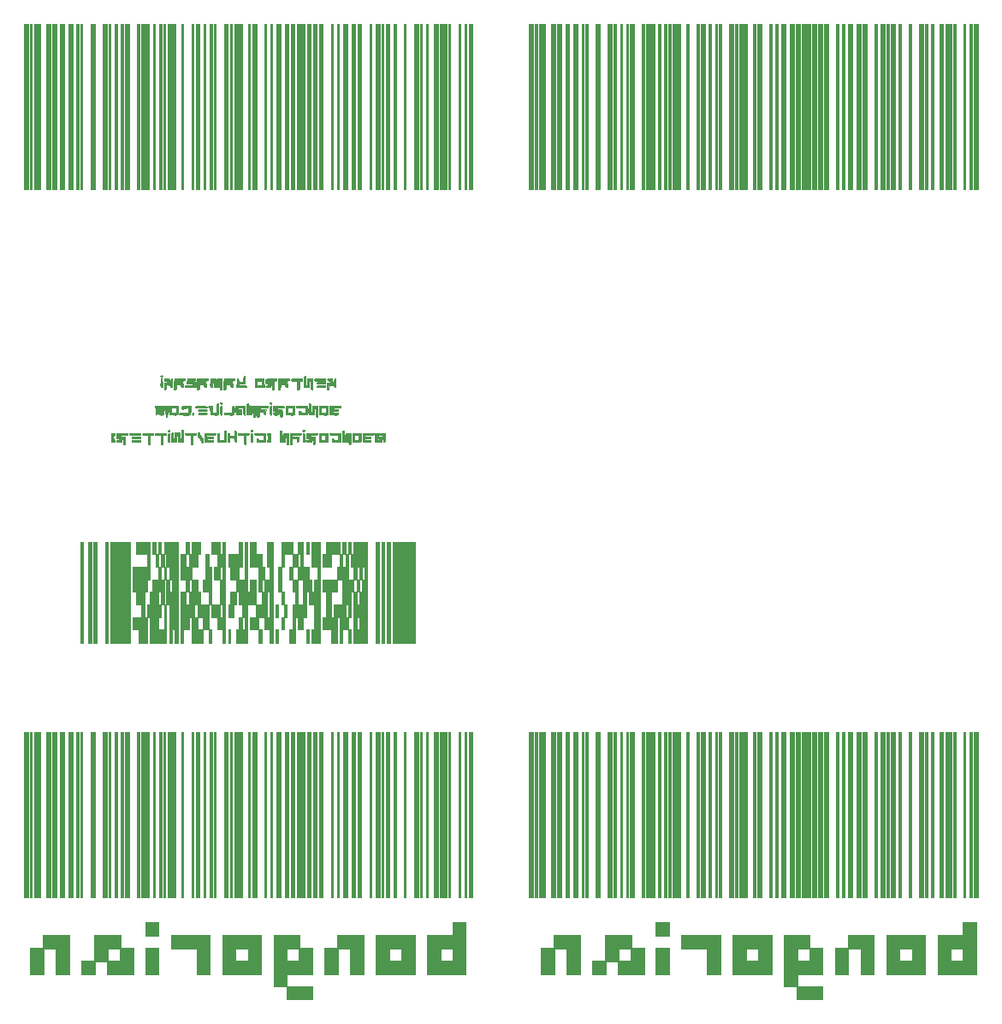
<source format=gbr>
G04 #@! TF.GenerationSoftware,KiCad,Pcbnew,(5.0.0)*
G04 #@! TF.CreationDate,2018-11-06T18:31:00+09:00*
G04 #@! TF.ProjectId,mbc1cartridge_test,6D6263316361727472696467655F7465,rev?*
G04 #@! TF.SameCoordinates,Original*
G04 #@! TF.FileFunction,Legend,Bot*
G04 #@! TF.FilePolarity,Positive*
%FSLAX46Y46*%
G04 Gerber Fmt 4.6, Leading zero omitted, Abs format (unit mm)*
G04 Created by KiCad (PCBNEW (5.0.0)) date 11/06/18 18:31:00*
%MOMM*%
%LPD*%
G01*
G04 APERTURE LIST*
%ADD10C,0.010000*%
G04 APERTURE END LIST*
D10*
G04 #@! TO.C,G\002A\002A\002A*
G36*
X112817333Y-69184444D02*
X113212445Y-69184444D01*
X113212445Y-52843778D01*
X112817333Y-52843778D01*
X112817333Y-69184444D01*
X112817333Y-69184444D01*
G37*
X112817333Y-69184444D02*
X113212445Y-69184444D01*
X113212445Y-52843778D01*
X112817333Y-52843778D01*
X112817333Y-69184444D01*
G36*
X113410000Y-69184444D02*
X113607556Y-69184444D01*
X113607556Y-52843778D01*
X113410000Y-52843778D01*
X113410000Y-69184444D01*
X113410000Y-69184444D01*
G37*
X113410000Y-69184444D02*
X113607556Y-69184444D01*
X113607556Y-52843778D01*
X113410000Y-52843778D01*
X113410000Y-69184444D01*
G36*
X113805111Y-69184444D02*
X114397778Y-69184444D01*
X114397778Y-52843778D01*
X113805111Y-52843778D01*
X113805111Y-69184444D01*
X113805111Y-69184444D01*
G37*
X113805111Y-69184444D02*
X114397778Y-69184444D01*
X114397778Y-52843778D01*
X113805111Y-52843778D01*
X113805111Y-69184444D01*
G36*
X115018667Y-69184444D02*
X115413778Y-69184444D01*
X115413778Y-52843778D01*
X115018667Y-52843778D01*
X115018667Y-69184444D01*
X115018667Y-69184444D01*
G37*
X115018667Y-69184444D02*
X115413778Y-69184444D01*
X115413778Y-52843778D01*
X115018667Y-52843778D01*
X115018667Y-69184444D01*
G36*
X115611333Y-69184444D02*
X116006445Y-69184444D01*
X116006445Y-52843778D01*
X115611333Y-52843778D01*
X115611333Y-69184444D01*
X115611333Y-69184444D01*
G37*
X115611333Y-69184444D02*
X116006445Y-69184444D01*
X116006445Y-52843778D01*
X115611333Y-52843778D01*
X115611333Y-69184444D01*
G36*
X116401556Y-69184444D02*
X116796667Y-69184444D01*
X116796667Y-52843778D01*
X116401556Y-52843778D01*
X116401556Y-69184444D01*
X116401556Y-69184444D01*
G37*
X116401556Y-69184444D02*
X116796667Y-69184444D01*
X116796667Y-52843778D01*
X116401556Y-52843778D01*
X116401556Y-69184444D01*
G36*
X117220000Y-69184444D02*
X117615111Y-69184444D01*
X117615111Y-52843778D01*
X117220000Y-52843778D01*
X117220000Y-69184444D01*
X117220000Y-69184444D01*
G37*
X117220000Y-69184444D02*
X117615111Y-69184444D01*
X117615111Y-52843778D01*
X117220000Y-52843778D01*
X117220000Y-69184444D01*
G36*
X118010222Y-69184444D02*
X118207778Y-69184444D01*
X118207778Y-52843778D01*
X118010222Y-52843778D01*
X118010222Y-69184444D01*
X118010222Y-69184444D01*
G37*
X118010222Y-69184444D02*
X118207778Y-69184444D01*
X118207778Y-52843778D01*
X118010222Y-52843778D01*
X118010222Y-69184444D01*
G36*
X118405333Y-69184444D02*
X118602889Y-69184444D01*
X118602889Y-52843778D01*
X118405333Y-52843778D01*
X118405333Y-69184444D01*
X118405333Y-69184444D01*
G37*
X118405333Y-69184444D02*
X118602889Y-69184444D01*
X118602889Y-52843778D01*
X118405333Y-52843778D01*
X118405333Y-69184444D01*
G36*
X119421333Y-69184444D02*
X119816445Y-69184444D01*
X119816445Y-52843778D01*
X119421333Y-52843778D01*
X119421333Y-69184444D01*
X119421333Y-69184444D01*
G37*
X119421333Y-69184444D02*
X119816445Y-69184444D01*
X119816445Y-52843778D01*
X119421333Y-52843778D01*
X119421333Y-69184444D01*
G36*
X120606667Y-69184444D02*
X121001778Y-69184444D01*
X121001778Y-52843778D01*
X120606667Y-52843778D01*
X120606667Y-69184444D01*
X120606667Y-69184444D01*
G37*
X120606667Y-69184444D02*
X121001778Y-69184444D01*
X121001778Y-52843778D01*
X120606667Y-52843778D01*
X120606667Y-69184444D01*
G36*
X121199333Y-69184444D02*
X121396889Y-69184444D01*
X121396889Y-52843778D01*
X121199333Y-52843778D01*
X121199333Y-69184444D01*
X121199333Y-69184444D01*
G37*
X121199333Y-69184444D02*
X121396889Y-69184444D01*
X121396889Y-52843778D01*
X121199333Y-52843778D01*
X121199333Y-69184444D01*
G36*
X121820222Y-69184444D02*
X122017778Y-69184444D01*
X122017778Y-52843778D01*
X121820222Y-52843778D01*
X121820222Y-69184444D01*
X121820222Y-69184444D01*
G37*
X121820222Y-69184444D02*
X122017778Y-69184444D01*
X122017778Y-52843778D01*
X121820222Y-52843778D01*
X121820222Y-69184444D01*
G36*
X122412889Y-69184444D02*
X122610445Y-69184444D01*
X122610445Y-52843778D01*
X122412889Y-52843778D01*
X122412889Y-69184444D01*
X122412889Y-69184444D01*
G37*
X122412889Y-69184444D02*
X122610445Y-69184444D01*
X122610445Y-52843778D01*
X122412889Y-52843778D01*
X122412889Y-69184444D01*
G36*
X122808000Y-69184444D02*
X123203111Y-69184444D01*
X123203111Y-52843778D01*
X122808000Y-52843778D01*
X122808000Y-69184444D01*
X122808000Y-69184444D01*
G37*
X122808000Y-69184444D02*
X123203111Y-69184444D01*
X123203111Y-52843778D01*
X122808000Y-52843778D01*
X122808000Y-69184444D01*
G36*
X123993333Y-69184444D02*
X124219111Y-69184444D01*
X124219111Y-52843778D01*
X123993333Y-52843778D01*
X123993333Y-69184444D01*
X123993333Y-69184444D01*
G37*
X123993333Y-69184444D02*
X124219111Y-69184444D01*
X124219111Y-52843778D01*
X123993333Y-52843778D01*
X123993333Y-69184444D01*
G36*
X124416667Y-69184444D02*
X125206889Y-69184444D01*
X125206889Y-52843778D01*
X124416667Y-52843778D01*
X124416667Y-69184444D01*
X124416667Y-69184444D01*
G37*
X124416667Y-69184444D02*
X125206889Y-69184444D01*
X125206889Y-52843778D01*
X124416667Y-52843778D01*
X124416667Y-69184444D01*
G36*
X125602000Y-69184444D02*
X125799556Y-69184444D01*
X125799556Y-52843778D01*
X125602000Y-52843778D01*
X125602000Y-69184444D01*
X125602000Y-69184444D01*
G37*
X125602000Y-69184444D02*
X125799556Y-69184444D01*
X125799556Y-52843778D01*
X125602000Y-52843778D01*
X125602000Y-69184444D01*
G36*
X126194667Y-69184444D02*
X126420445Y-69184444D01*
X126420445Y-52843778D01*
X126194667Y-52843778D01*
X126194667Y-69184444D01*
X126194667Y-69184444D01*
G37*
X126194667Y-69184444D02*
X126420445Y-69184444D01*
X126420445Y-52843778D01*
X126194667Y-52843778D01*
X126194667Y-69184444D01*
G36*
X126618000Y-69184444D02*
X126815556Y-69184444D01*
X126815556Y-52843778D01*
X126618000Y-52843778D01*
X126618000Y-69184444D01*
X126618000Y-69184444D01*
G37*
X126618000Y-69184444D02*
X126815556Y-69184444D01*
X126815556Y-52843778D01*
X126618000Y-52843778D01*
X126618000Y-69184444D01*
G36*
X127013111Y-69184444D02*
X127803333Y-69184444D01*
X127803333Y-52843778D01*
X127013111Y-52843778D01*
X127013111Y-69184444D01*
X127013111Y-69184444D01*
G37*
X127013111Y-69184444D02*
X127803333Y-69184444D01*
X127803333Y-52843778D01*
X127013111Y-52843778D01*
X127013111Y-69184444D01*
G36*
X128396000Y-69184444D02*
X128593556Y-69184444D01*
X128593556Y-52843778D01*
X128396000Y-52843778D01*
X128396000Y-69184444D01*
X128396000Y-69184444D01*
G37*
X128396000Y-69184444D02*
X128593556Y-69184444D01*
X128593556Y-52843778D01*
X128396000Y-52843778D01*
X128396000Y-69184444D01*
G36*
X129412000Y-69184444D02*
X129609556Y-69184444D01*
X129609556Y-52843778D01*
X129412000Y-52843778D01*
X129412000Y-69184444D01*
X129412000Y-69184444D01*
G37*
X129412000Y-69184444D02*
X129609556Y-69184444D01*
X129609556Y-52843778D01*
X129412000Y-52843778D01*
X129412000Y-69184444D01*
G36*
X129807111Y-69184444D02*
X130202222Y-69184444D01*
X130202222Y-52843778D01*
X129807111Y-52843778D01*
X129807111Y-69184444D01*
X129807111Y-69184444D01*
G37*
X129807111Y-69184444D02*
X130202222Y-69184444D01*
X130202222Y-52843778D01*
X129807111Y-52843778D01*
X129807111Y-69184444D01*
G36*
X130597333Y-69184444D02*
X130794889Y-69184444D01*
X130794889Y-52843778D01*
X130597333Y-52843778D01*
X130597333Y-69184444D01*
X130597333Y-69184444D01*
G37*
X130597333Y-69184444D02*
X130794889Y-69184444D01*
X130794889Y-52843778D01*
X130597333Y-52843778D01*
X130597333Y-69184444D01*
G36*
X131218222Y-69184444D02*
X131415778Y-69184444D01*
X131415778Y-52843778D01*
X131218222Y-52843778D01*
X131218222Y-69184444D01*
X131218222Y-69184444D01*
G37*
X131218222Y-69184444D02*
X131415778Y-69184444D01*
X131415778Y-52843778D01*
X131218222Y-52843778D01*
X131218222Y-69184444D01*
G36*
X131613333Y-69184444D02*
X131810889Y-69184444D01*
X131810889Y-52843778D01*
X131613333Y-52843778D01*
X131613333Y-69184444D01*
X131613333Y-69184444D01*
G37*
X131613333Y-69184444D02*
X131810889Y-69184444D01*
X131810889Y-52843778D01*
X131613333Y-52843778D01*
X131613333Y-69184444D01*
G36*
X132601111Y-69184444D02*
X132996222Y-69184444D01*
X132996222Y-52843778D01*
X132601111Y-52843778D01*
X132601111Y-69184444D01*
X132601111Y-69184444D01*
G37*
X132601111Y-69184444D02*
X132996222Y-69184444D01*
X132996222Y-52843778D01*
X132601111Y-52843778D01*
X132601111Y-69184444D01*
G36*
X133193778Y-69184444D02*
X133419556Y-69184444D01*
X133419556Y-52843778D01*
X133193778Y-52843778D01*
X133193778Y-69184444D01*
X133193778Y-69184444D01*
G37*
X133193778Y-69184444D02*
X133419556Y-69184444D01*
X133419556Y-52843778D01*
X133193778Y-52843778D01*
X133193778Y-69184444D01*
G36*
X133617111Y-69184444D02*
X134407333Y-69184444D01*
X134407333Y-52843778D01*
X133617111Y-52843778D01*
X133617111Y-69184444D01*
X133617111Y-69184444D01*
G37*
X133617111Y-69184444D02*
X134407333Y-69184444D01*
X134407333Y-52843778D01*
X133617111Y-52843778D01*
X133617111Y-69184444D01*
G36*
X135000000Y-69184444D02*
X135197556Y-69184444D01*
X135197556Y-52843778D01*
X135000000Y-52843778D01*
X135000000Y-69184444D01*
X135000000Y-69184444D01*
G37*
X135000000Y-69184444D02*
X135197556Y-69184444D01*
X135197556Y-52843778D01*
X135000000Y-52843778D01*
X135000000Y-69184444D01*
G36*
X135395111Y-69184444D02*
X135818445Y-69184444D01*
X135818445Y-52843778D01*
X135395111Y-52843778D01*
X135395111Y-69184444D01*
X135395111Y-69184444D01*
G37*
X135395111Y-69184444D02*
X135818445Y-69184444D01*
X135818445Y-52843778D01*
X135395111Y-52843778D01*
X135395111Y-69184444D01*
G36*
X136608667Y-69184444D02*
X136806222Y-69184444D01*
X136806222Y-52843778D01*
X136608667Y-52843778D01*
X136608667Y-69184444D01*
X136608667Y-69184444D01*
G37*
X136608667Y-69184444D02*
X136806222Y-69184444D01*
X136806222Y-52843778D01*
X136608667Y-52843778D01*
X136608667Y-69184444D01*
G36*
X137201333Y-69184444D02*
X137398889Y-69184444D01*
X137398889Y-52843778D01*
X137201333Y-52843778D01*
X137201333Y-69184444D01*
X137201333Y-69184444D01*
G37*
X137201333Y-69184444D02*
X137398889Y-69184444D01*
X137398889Y-52843778D01*
X137201333Y-52843778D01*
X137201333Y-69184444D01*
G36*
X137794000Y-69184444D02*
X138217333Y-69184444D01*
X138217333Y-52843778D01*
X137794000Y-52843778D01*
X137794000Y-69184444D01*
X137794000Y-69184444D01*
G37*
X137794000Y-69184444D02*
X138217333Y-69184444D01*
X138217333Y-52843778D01*
X137794000Y-52843778D01*
X137794000Y-69184444D01*
G36*
X138612445Y-69184444D02*
X139007556Y-69184444D01*
X139007556Y-52843778D01*
X138612445Y-52843778D01*
X138612445Y-69184444D01*
X138612445Y-69184444D01*
G37*
X138612445Y-69184444D02*
X139007556Y-69184444D01*
X139007556Y-52843778D01*
X138612445Y-52843778D01*
X138612445Y-69184444D01*
G36*
X139205111Y-69184444D02*
X139600222Y-69184444D01*
X139600222Y-52843778D01*
X139205111Y-52843778D01*
X139205111Y-69184444D01*
X139205111Y-69184444D01*
G37*
X139205111Y-69184444D02*
X139600222Y-69184444D01*
X139600222Y-52843778D01*
X139205111Y-52843778D01*
X139205111Y-69184444D01*
G36*
X139797778Y-69184444D02*
X140616222Y-69184444D01*
X140616222Y-52843778D01*
X139797778Y-52843778D01*
X139797778Y-69184444D01*
X139797778Y-69184444D01*
G37*
X139797778Y-69184444D02*
X140616222Y-69184444D01*
X140616222Y-52843778D01*
X139797778Y-52843778D01*
X139797778Y-69184444D01*
G36*
X140813778Y-69184444D02*
X141208889Y-69184444D01*
X141208889Y-52843778D01*
X140813778Y-52843778D01*
X140813778Y-69184444D01*
X140813778Y-69184444D01*
G37*
X140813778Y-69184444D02*
X141208889Y-69184444D01*
X141208889Y-52843778D01*
X140813778Y-52843778D01*
X140813778Y-69184444D01*
G36*
X141406445Y-69184444D02*
X141801556Y-69184444D01*
X141801556Y-52843778D01*
X141406445Y-52843778D01*
X141406445Y-69184444D01*
X141406445Y-69184444D01*
G37*
X141406445Y-69184444D02*
X141801556Y-69184444D01*
X141801556Y-52843778D01*
X141406445Y-52843778D01*
X141406445Y-69184444D01*
G36*
X141999111Y-69184444D02*
X142394222Y-69184444D01*
X142394222Y-52843778D01*
X141999111Y-52843778D01*
X141999111Y-69184444D01*
X141999111Y-69184444D01*
G37*
X141999111Y-69184444D02*
X142394222Y-69184444D01*
X142394222Y-52843778D01*
X141999111Y-52843778D01*
X141999111Y-69184444D01*
G36*
X143212667Y-69184444D02*
X143410222Y-69184444D01*
X143410222Y-52843778D01*
X143212667Y-52843778D01*
X143212667Y-69184444D01*
X143212667Y-69184444D01*
G37*
X143212667Y-69184444D02*
X143410222Y-69184444D01*
X143410222Y-52843778D01*
X143212667Y-52843778D01*
X143212667Y-69184444D01*
G36*
X143805333Y-69184444D02*
X144002889Y-69184444D01*
X144002889Y-52843778D01*
X143805333Y-52843778D01*
X143805333Y-69184444D01*
X143805333Y-69184444D01*
G37*
X143805333Y-69184444D02*
X144002889Y-69184444D01*
X144002889Y-52843778D01*
X143805333Y-52843778D01*
X143805333Y-69184444D01*
G36*
X144398000Y-69184444D02*
X144793111Y-69184444D01*
X144793111Y-52843778D01*
X144398000Y-52843778D01*
X144398000Y-69184444D01*
X144398000Y-69184444D01*
G37*
X144398000Y-69184444D02*
X144793111Y-69184444D01*
X144793111Y-52843778D01*
X144398000Y-52843778D01*
X144398000Y-69184444D01*
G36*
X145216445Y-69184444D02*
X145611556Y-69184444D01*
X145611556Y-52843778D01*
X145216445Y-52843778D01*
X145216445Y-69184444D01*
X145216445Y-69184444D01*
G37*
X145216445Y-69184444D02*
X145611556Y-69184444D01*
X145611556Y-52843778D01*
X145216445Y-52843778D01*
X145216445Y-69184444D01*
G36*
X145809111Y-69184444D02*
X146204222Y-69184444D01*
X146204222Y-52843778D01*
X145809111Y-52843778D01*
X145809111Y-69184444D01*
X145809111Y-69184444D01*
G37*
X145809111Y-69184444D02*
X146204222Y-69184444D01*
X146204222Y-52843778D01*
X145809111Y-52843778D01*
X145809111Y-69184444D01*
G36*
X146994445Y-69184444D02*
X147220222Y-69184444D01*
X147220222Y-52843778D01*
X146994445Y-52843778D01*
X146994445Y-69184444D01*
X146994445Y-69184444D01*
G37*
X146994445Y-69184444D02*
X147220222Y-69184444D01*
X147220222Y-52843778D01*
X146994445Y-52843778D01*
X146994445Y-69184444D01*
G36*
X147615333Y-69184444D02*
X148010445Y-69184444D01*
X148010445Y-52843778D01*
X147615333Y-52843778D01*
X147615333Y-69184444D01*
X147615333Y-69184444D01*
G37*
X147615333Y-69184444D02*
X148010445Y-69184444D01*
X148010445Y-52843778D01*
X147615333Y-52843778D01*
X147615333Y-69184444D01*
G36*
X148208000Y-69184444D02*
X148405556Y-69184444D01*
X148405556Y-52843778D01*
X148208000Y-52843778D01*
X148208000Y-69184444D01*
X148208000Y-69184444D01*
G37*
X148208000Y-69184444D02*
X148405556Y-69184444D01*
X148405556Y-52843778D01*
X148208000Y-52843778D01*
X148208000Y-69184444D01*
G36*
X148603111Y-69184444D02*
X148998222Y-69184444D01*
X148998222Y-52843778D01*
X148603111Y-52843778D01*
X148603111Y-69184444D01*
X148603111Y-69184444D01*
G37*
X148603111Y-69184444D02*
X148998222Y-69184444D01*
X148998222Y-52843778D01*
X148603111Y-52843778D01*
X148603111Y-69184444D01*
G36*
X149393333Y-69184444D02*
X149619111Y-69184444D01*
X149619111Y-52843778D01*
X149393333Y-52843778D01*
X149393333Y-69184444D01*
X149393333Y-69184444D01*
G37*
X149393333Y-69184444D02*
X149619111Y-69184444D01*
X149619111Y-52843778D01*
X149393333Y-52843778D01*
X149393333Y-69184444D01*
G36*
X150409333Y-69184444D02*
X150606889Y-69184444D01*
X150606889Y-52843778D01*
X150409333Y-52843778D01*
X150409333Y-69184444D01*
X150409333Y-69184444D01*
G37*
X150409333Y-69184444D02*
X150606889Y-69184444D01*
X150606889Y-52843778D01*
X150409333Y-52843778D01*
X150409333Y-69184444D01*
G36*
X151397111Y-69184444D02*
X151820445Y-69184444D01*
X151820445Y-52843778D01*
X151397111Y-52843778D01*
X151397111Y-69184444D01*
X151397111Y-69184444D01*
G37*
X151397111Y-69184444D02*
X151820445Y-69184444D01*
X151820445Y-52843778D01*
X151397111Y-52843778D01*
X151397111Y-69184444D01*
G36*
X152018000Y-69184444D02*
X152215556Y-69184444D01*
X152215556Y-52843778D01*
X152018000Y-52843778D01*
X152018000Y-69184444D01*
X152018000Y-69184444D01*
G37*
X152018000Y-69184444D02*
X152215556Y-69184444D01*
X152215556Y-52843778D01*
X152018000Y-52843778D01*
X152018000Y-69184444D01*
G36*
X152610667Y-69184444D02*
X152808222Y-69184444D01*
X152808222Y-52843778D01*
X152610667Y-52843778D01*
X152610667Y-69184444D01*
X152610667Y-69184444D01*
G37*
X152610667Y-69184444D02*
X152808222Y-69184444D01*
X152808222Y-52843778D01*
X152610667Y-52843778D01*
X152610667Y-69184444D01*
G36*
X153400889Y-69184444D02*
X153796000Y-69184444D01*
X153796000Y-52843778D01*
X153400889Y-52843778D01*
X153400889Y-69184444D01*
X153400889Y-69184444D01*
G37*
X153400889Y-69184444D02*
X153796000Y-69184444D01*
X153796000Y-52843778D01*
X153400889Y-52843778D01*
X153400889Y-69184444D01*
G36*
X153993556Y-69184444D02*
X154614445Y-69184444D01*
X154614445Y-52843778D01*
X153993556Y-52843778D01*
X153993556Y-69184444D01*
X153993556Y-69184444D01*
G37*
X153993556Y-69184444D02*
X154614445Y-69184444D01*
X154614445Y-52843778D01*
X153993556Y-52843778D01*
X153993556Y-69184444D01*
G36*
X154812000Y-69184444D02*
X155009556Y-69184444D01*
X155009556Y-52843778D01*
X154812000Y-52843778D01*
X154812000Y-69184444D01*
X154812000Y-69184444D01*
G37*
X154812000Y-69184444D02*
X155009556Y-69184444D01*
X155009556Y-52843778D01*
X154812000Y-52843778D01*
X154812000Y-69184444D01*
G36*
X155799778Y-69184444D02*
X155997333Y-69184444D01*
X155997333Y-52843778D01*
X155799778Y-52843778D01*
X155799778Y-69184444D01*
X155799778Y-69184444D01*
G37*
X155799778Y-69184444D02*
X155997333Y-69184444D01*
X155997333Y-52843778D01*
X155799778Y-52843778D01*
X155799778Y-69184444D01*
G36*
X156392445Y-69184444D02*
X156618222Y-69184444D01*
X156618222Y-52843778D01*
X156392445Y-52843778D01*
X156392445Y-69184444D01*
X156392445Y-69184444D01*
G37*
X156392445Y-69184444D02*
X156618222Y-69184444D01*
X156618222Y-52843778D01*
X156392445Y-52843778D01*
X156392445Y-69184444D01*
G36*
X156815778Y-69184444D02*
X157210889Y-69184444D01*
X157210889Y-52843778D01*
X156815778Y-52843778D01*
X156815778Y-69184444D01*
X156815778Y-69184444D01*
G37*
X156815778Y-69184444D02*
X157210889Y-69184444D01*
X157210889Y-52843778D01*
X156815778Y-52843778D01*
X156815778Y-69184444D01*
G36*
X112817333Y-139184444D02*
X113212445Y-139184444D01*
X113212445Y-122843778D01*
X112817333Y-122843778D01*
X112817333Y-139184444D01*
X112817333Y-139184444D01*
G37*
X112817333Y-139184444D02*
X113212445Y-139184444D01*
X113212445Y-122843778D01*
X112817333Y-122843778D01*
X112817333Y-139184444D01*
G36*
X113410000Y-139184444D02*
X113607556Y-139184444D01*
X113607556Y-122843778D01*
X113410000Y-122843778D01*
X113410000Y-139184444D01*
X113410000Y-139184444D01*
G37*
X113410000Y-139184444D02*
X113607556Y-139184444D01*
X113607556Y-122843778D01*
X113410000Y-122843778D01*
X113410000Y-139184444D01*
G36*
X113805111Y-139184444D02*
X114397778Y-139184444D01*
X114397778Y-122843778D01*
X113805111Y-122843778D01*
X113805111Y-139184444D01*
X113805111Y-139184444D01*
G37*
X113805111Y-139184444D02*
X114397778Y-139184444D01*
X114397778Y-122843778D01*
X113805111Y-122843778D01*
X113805111Y-139184444D01*
G36*
X115018667Y-139184444D02*
X115413778Y-139184444D01*
X115413778Y-122843778D01*
X115018667Y-122843778D01*
X115018667Y-139184444D01*
X115018667Y-139184444D01*
G37*
X115018667Y-139184444D02*
X115413778Y-139184444D01*
X115413778Y-122843778D01*
X115018667Y-122843778D01*
X115018667Y-139184444D01*
G36*
X115611333Y-139184444D02*
X116006445Y-139184444D01*
X116006445Y-122843778D01*
X115611333Y-122843778D01*
X115611333Y-139184444D01*
X115611333Y-139184444D01*
G37*
X115611333Y-139184444D02*
X116006445Y-139184444D01*
X116006445Y-122843778D01*
X115611333Y-122843778D01*
X115611333Y-139184444D01*
G36*
X116401556Y-139184444D02*
X116796667Y-139184444D01*
X116796667Y-122843778D01*
X116401556Y-122843778D01*
X116401556Y-139184444D01*
X116401556Y-139184444D01*
G37*
X116401556Y-139184444D02*
X116796667Y-139184444D01*
X116796667Y-122843778D01*
X116401556Y-122843778D01*
X116401556Y-139184444D01*
G36*
X117220000Y-139184444D02*
X117615111Y-139184444D01*
X117615111Y-122843778D01*
X117220000Y-122843778D01*
X117220000Y-139184444D01*
X117220000Y-139184444D01*
G37*
X117220000Y-139184444D02*
X117615111Y-139184444D01*
X117615111Y-122843778D01*
X117220000Y-122843778D01*
X117220000Y-139184444D01*
G36*
X118010222Y-139184444D02*
X118207778Y-139184444D01*
X118207778Y-122843778D01*
X118010222Y-122843778D01*
X118010222Y-139184444D01*
X118010222Y-139184444D01*
G37*
X118010222Y-139184444D02*
X118207778Y-139184444D01*
X118207778Y-122843778D01*
X118010222Y-122843778D01*
X118010222Y-139184444D01*
G36*
X118405333Y-139184444D02*
X118602889Y-139184444D01*
X118602889Y-122843778D01*
X118405333Y-122843778D01*
X118405333Y-139184444D01*
X118405333Y-139184444D01*
G37*
X118405333Y-139184444D02*
X118602889Y-139184444D01*
X118602889Y-122843778D01*
X118405333Y-122843778D01*
X118405333Y-139184444D01*
G36*
X119421333Y-139184444D02*
X119816445Y-139184444D01*
X119816445Y-122843778D01*
X119421333Y-122843778D01*
X119421333Y-139184444D01*
X119421333Y-139184444D01*
G37*
X119421333Y-139184444D02*
X119816445Y-139184444D01*
X119816445Y-122843778D01*
X119421333Y-122843778D01*
X119421333Y-139184444D01*
G36*
X120606667Y-139184444D02*
X121001778Y-139184444D01*
X121001778Y-122843778D01*
X120606667Y-122843778D01*
X120606667Y-139184444D01*
X120606667Y-139184444D01*
G37*
X120606667Y-139184444D02*
X121001778Y-139184444D01*
X121001778Y-122843778D01*
X120606667Y-122843778D01*
X120606667Y-139184444D01*
G36*
X121199333Y-139184444D02*
X121396889Y-139184444D01*
X121396889Y-122843778D01*
X121199333Y-122843778D01*
X121199333Y-139184444D01*
X121199333Y-139184444D01*
G37*
X121199333Y-139184444D02*
X121396889Y-139184444D01*
X121396889Y-122843778D01*
X121199333Y-122843778D01*
X121199333Y-139184444D01*
G36*
X121820222Y-139184444D02*
X122017778Y-139184444D01*
X122017778Y-122843778D01*
X121820222Y-122843778D01*
X121820222Y-139184444D01*
X121820222Y-139184444D01*
G37*
X121820222Y-139184444D02*
X122017778Y-139184444D01*
X122017778Y-122843778D01*
X121820222Y-122843778D01*
X121820222Y-139184444D01*
G36*
X122412889Y-139184444D02*
X122610445Y-139184444D01*
X122610445Y-122843778D01*
X122412889Y-122843778D01*
X122412889Y-139184444D01*
X122412889Y-139184444D01*
G37*
X122412889Y-139184444D02*
X122610445Y-139184444D01*
X122610445Y-122843778D01*
X122412889Y-122843778D01*
X122412889Y-139184444D01*
G36*
X122808000Y-139184444D02*
X123203111Y-139184444D01*
X123203111Y-122843778D01*
X122808000Y-122843778D01*
X122808000Y-139184444D01*
X122808000Y-139184444D01*
G37*
X122808000Y-139184444D02*
X123203111Y-139184444D01*
X123203111Y-122843778D01*
X122808000Y-122843778D01*
X122808000Y-139184444D01*
G36*
X123993333Y-139184444D02*
X124219111Y-139184444D01*
X124219111Y-122843778D01*
X123993333Y-122843778D01*
X123993333Y-139184444D01*
X123993333Y-139184444D01*
G37*
X123993333Y-139184444D02*
X124219111Y-139184444D01*
X124219111Y-122843778D01*
X123993333Y-122843778D01*
X123993333Y-139184444D01*
G36*
X124416667Y-139184444D02*
X125206889Y-139184444D01*
X125206889Y-122843778D01*
X124416667Y-122843778D01*
X124416667Y-139184444D01*
X124416667Y-139184444D01*
G37*
X124416667Y-139184444D02*
X125206889Y-139184444D01*
X125206889Y-122843778D01*
X124416667Y-122843778D01*
X124416667Y-139184444D01*
G36*
X125602000Y-139184444D02*
X125799556Y-139184444D01*
X125799556Y-122843778D01*
X125602000Y-122843778D01*
X125602000Y-139184444D01*
X125602000Y-139184444D01*
G37*
X125602000Y-139184444D02*
X125799556Y-139184444D01*
X125799556Y-122843778D01*
X125602000Y-122843778D01*
X125602000Y-139184444D01*
G36*
X126194667Y-139184444D02*
X126420445Y-139184444D01*
X126420445Y-122843778D01*
X126194667Y-122843778D01*
X126194667Y-139184444D01*
X126194667Y-139184444D01*
G37*
X126194667Y-139184444D02*
X126420445Y-139184444D01*
X126420445Y-122843778D01*
X126194667Y-122843778D01*
X126194667Y-139184444D01*
G36*
X126618000Y-139184444D02*
X126815556Y-139184444D01*
X126815556Y-122843778D01*
X126618000Y-122843778D01*
X126618000Y-139184444D01*
X126618000Y-139184444D01*
G37*
X126618000Y-139184444D02*
X126815556Y-139184444D01*
X126815556Y-122843778D01*
X126618000Y-122843778D01*
X126618000Y-139184444D01*
G36*
X127013111Y-139184444D02*
X127803333Y-139184444D01*
X127803333Y-122843778D01*
X127013111Y-122843778D01*
X127013111Y-139184444D01*
X127013111Y-139184444D01*
G37*
X127013111Y-139184444D02*
X127803333Y-139184444D01*
X127803333Y-122843778D01*
X127013111Y-122843778D01*
X127013111Y-139184444D01*
G36*
X128396000Y-139184444D02*
X128593556Y-139184444D01*
X128593556Y-122843778D01*
X128396000Y-122843778D01*
X128396000Y-139184444D01*
X128396000Y-139184444D01*
G37*
X128396000Y-139184444D02*
X128593556Y-139184444D01*
X128593556Y-122843778D01*
X128396000Y-122843778D01*
X128396000Y-139184444D01*
G36*
X129412000Y-139184444D02*
X129609556Y-139184444D01*
X129609556Y-122843778D01*
X129412000Y-122843778D01*
X129412000Y-139184444D01*
X129412000Y-139184444D01*
G37*
X129412000Y-139184444D02*
X129609556Y-139184444D01*
X129609556Y-122843778D01*
X129412000Y-122843778D01*
X129412000Y-139184444D01*
G36*
X129807111Y-139184444D02*
X130202222Y-139184444D01*
X130202222Y-122843778D01*
X129807111Y-122843778D01*
X129807111Y-139184444D01*
X129807111Y-139184444D01*
G37*
X129807111Y-139184444D02*
X130202222Y-139184444D01*
X130202222Y-122843778D01*
X129807111Y-122843778D01*
X129807111Y-139184444D01*
G36*
X130597333Y-139184444D02*
X130794889Y-139184444D01*
X130794889Y-122843778D01*
X130597333Y-122843778D01*
X130597333Y-139184444D01*
X130597333Y-139184444D01*
G37*
X130597333Y-139184444D02*
X130794889Y-139184444D01*
X130794889Y-122843778D01*
X130597333Y-122843778D01*
X130597333Y-139184444D01*
G36*
X131218222Y-139184444D02*
X131415778Y-139184444D01*
X131415778Y-122843778D01*
X131218222Y-122843778D01*
X131218222Y-139184444D01*
X131218222Y-139184444D01*
G37*
X131218222Y-139184444D02*
X131415778Y-139184444D01*
X131415778Y-122843778D01*
X131218222Y-122843778D01*
X131218222Y-139184444D01*
G36*
X131613333Y-139184444D02*
X131810889Y-139184444D01*
X131810889Y-122843778D01*
X131613333Y-122843778D01*
X131613333Y-139184444D01*
X131613333Y-139184444D01*
G37*
X131613333Y-139184444D02*
X131810889Y-139184444D01*
X131810889Y-122843778D01*
X131613333Y-122843778D01*
X131613333Y-139184444D01*
G36*
X132601111Y-139184444D02*
X132996222Y-139184444D01*
X132996222Y-122843778D01*
X132601111Y-122843778D01*
X132601111Y-139184444D01*
X132601111Y-139184444D01*
G37*
X132601111Y-139184444D02*
X132996222Y-139184444D01*
X132996222Y-122843778D01*
X132601111Y-122843778D01*
X132601111Y-139184444D01*
G36*
X133193778Y-139184444D02*
X133419556Y-139184444D01*
X133419556Y-122843778D01*
X133193778Y-122843778D01*
X133193778Y-139184444D01*
X133193778Y-139184444D01*
G37*
X133193778Y-139184444D02*
X133419556Y-139184444D01*
X133419556Y-122843778D01*
X133193778Y-122843778D01*
X133193778Y-139184444D01*
G36*
X133617111Y-139184444D02*
X134407333Y-139184444D01*
X134407333Y-122843778D01*
X133617111Y-122843778D01*
X133617111Y-139184444D01*
X133617111Y-139184444D01*
G37*
X133617111Y-139184444D02*
X134407333Y-139184444D01*
X134407333Y-122843778D01*
X133617111Y-122843778D01*
X133617111Y-139184444D01*
G36*
X135000000Y-139184444D02*
X135197556Y-139184444D01*
X135197556Y-122843778D01*
X135000000Y-122843778D01*
X135000000Y-139184444D01*
X135000000Y-139184444D01*
G37*
X135000000Y-139184444D02*
X135197556Y-139184444D01*
X135197556Y-122843778D01*
X135000000Y-122843778D01*
X135000000Y-139184444D01*
G36*
X135395111Y-139184444D02*
X135818445Y-139184444D01*
X135818445Y-122843778D01*
X135395111Y-122843778D01*
X135395111Y-139184444D01*
X135395111Y-139184444D01*
G37*
X135395111Y-139184444D02*
X135818445Y-139184444D01*
X135818445Y-122843778D01*
X135395111Y-122843778D01*
X135395111Y-139184444D01*
G36*
X136608667Y-139184444D02*
X136806222Y-139184444D01*
X136806222Y-122843778D01*
X136608667Y-122843778D01*
X136608667Y-139184444D01*
X136608667Y-139184444D01*
G37*
X136608667Y-139184444D02*
X136806222Y-139184444D01*
X136806222Y-122843778D01*
X136608667Y-122843778D01*
X136608667Y-139184444D01*
G36*
X137201333Y-139184444D02*
X137398889Y-139184444D01*
X137398889Y-122843778D01*
X137201333Y-122843778D01*
X137201333Y-139184444D01*
X137201333Y-139184444D01*
G37*
X137201333Y-139184444D02*
X137398889Y-139184444D01*
X137398889Y-122843778D01*
X137201333Y-122843778D01*
X137201333Y-139184444D01*
G36*
X137794000Y-139184444D02*
X138217333Y-139184444D01*
X138217333Y-122843778D01*
X137794000Y-122843778D01*
X137794000Y-139184444D01*
X137794000Y-139184444D01*
G37*
X137794000Y-139184444D02*
X138217333Y-139184444D01*
X138217333Y-122843778D01*
X137794000Y-122843778D01*
X137794000Y-139184444D01*
G36*
X138612445Y-139184444D02*
X139007556Y-139184444D01*
X139007556Y-122843778D01*
X138612445Y-122843778D01*
X138612445Y-139184444D01*
X138612445Y-139184444D01*
G37*
X138612445Y-139184444D02*
X139007556Y-139184444D01*
X139007556Y-122843778D01*
X138612445Y-122843778D01*
X138612445Y-139184444D01*
G36*
X139205111Y-139184444D02*
X139600222Y-139184444D01*
X139600222Y-122843778D01*
X139205111Y-122843778D01*
X139205111Y-139184444D01*
X139205111Y-139184444D01*
G37*
X139205111Y-139184444D02*
X139600222Y-139184444D01*
X139600222Y-122843778D01*
X139205111Y-122843778D01*
X139205111Y-139184444D01*
G36*
X139797778Y-139184444D02*
X140616222Y-139184444D01*
X140616222Y-122843778D01*
X139797778Y-122843778D01*
X139797778Y-139184444D01*
X139797778Y-139184444D01*
G37*
X139797778Y-139184444D02*
X140616222Y-139184444D01*
X140616222Y-122843778D01*
X139797778Y-122843778D01*
X139797778Y-139184444D01*
G36*
X140813778Y-139184444D02*
X141208889Y-139184444D01*
X141208889Y-122843778D01*
X140813778Y-122843778D01*
X140813778Y-139184444D01*
X140813778Y-139184444D01*
G37*
X140813778Y-139184444D02*
X141208889Y-139184444D01*
X141208889Y-122843778D01*
X140813778Y-122843778D01*
X140813778Y-139184444D01*
G36*
X141406445Y-139184444D02*
X141801556Y-139184444D01*
X141801556Y-122843778D01*
X141406445Y-122843778D01*
X141406445Y-139184444D01*
X141406445Y-139184444D01*
G37*
X141406445Y-139184444D02*
X141801556Y-139184444D01*
X141801556Y-122843778D01*
X141406445Y-122843778D01*
X141406445Y-139184444D01*
G36*
X141999111Y-139184444D02*
X142394222Y-139184444D01*
X142394222Y-122843778D01*
X141999111Y-122843778D01*
X141999111Y-139184444D01*
X141999111Y-139184444D01*
G37*
X141999111Y-139184444D02*
X142394222Y-139184444D01*
X142394222Y-122843778D01*
X141999111Y-122843778D01*
X141999111Y-139184444D01*
G36*
X143212667Y-139184444D02*
X143410222Y-139184444D01*
X143410222Y-122843778D01*
X143212667Y-122843778D01*
X143212667Y-139184444D01*
X143212667Y-139184444D01*
G37*
X143212667Y-139184444D02*
X143410222Y-139184444D01*
X143410222Y-122843778D01*
X143212667Y-122843778D01*
X143212667Y-139184444D01*
G36*
X143805333Y-139184444D02*
X144002889Y-139184444D01*
X144002889Y-122843778D01*
X143805333Y-122843778D01*
X143805333Y-139184444D01*
X143805333Y-139184444D01*
G37*
X143805333Y-139184444D02*
X144002889Y-139184444D01*
X144002889Y-122843778D01*
X143805333Y-122843778D01*
X143805333Y-139184444D01*
G36*
X144398000Y-139184444D02*
X144793111Y-139184444D01*
X144793111Y-122843778D01*
X144398000Y-122843778D01*
X144398000Y-139184444D01*
X144398000Y-139184444D01*
G37*
X144398000Y-139184444D02*
X144793111Y-139184444D01*
X144793111Y-122843778D01*
X144398000Y-122843778D01*
X144398000Y-139184444D01*
G36*
X145216445Y-139184444D02*
X145611556Y-139184444D01*
X145611556Y-122843778D01*
X145216445Y-122843778D01*
X145216445Y-139184444D01*
X145216445Y-139184444D01*
G37*
X145216445Y-139184444D02*
X145611556Y-139184444D01*
X145611556Y-122843778D01*
X145216445Y-122843778D01*
X145216445Y-139184444D01*
G36*
X145809111Y-139184444D02*
X146204222Y-139184444D01*
X146204222Y-122843778D01*
X145809111Y-122843778D01*
X145809111Y-139184444D01*
X145809111Y-139184444D01*
G37*
X145809111Y-139184444D02*
X146204222Y-139184444D01*
X146204222Y-122843778D01*
X145809111Y-122843778D01*
X145809111Y-139184444D01*
G36*
X146994445Y-139184444D02*
X147220222Y-139184444D01*
X147220222Y-122843778D01*
X146994445Y-122843778D01*
X146994445Y-139184444D01*
X146994445Y-139184444D01*
G37*
X146994445Y-139184444D02*
X147220222Y-139184444D01*
X147220222Y-122843778D01*
X146994445Y-122843778D01*
X146994445Y-139184444D01*
G36*
X147615333Y-139184444D02*
X148010445Y-139184444D01*
X148010445Y-122843778D01*
X147615333Y-122843778D01*
X147615333Y-139184444D01*
X147615333Y-139184444D01*
G37*
X147615333Y-139184444D02*
X148010445Y-139184444D01*
X148010445Y-122843778D01*
X147615333Y-122843778D01*
X147615333Y-139184444D01*
G36*
X148208000Y-139184444D02*
X148405556Y-139184444D01*
X148405556Y-122843778D01*
X148208000Y-122843778D01*
X148208000Y-139184444D01*
X148208000Y-139184444D01*
G37*
X148208000Y-139184444D02*
X148405556Y-139184444D01*
X148405556Y-122843778D01*
X148208000Y-122843778D01*
X148208000Y-139184444D01*
G36*
X148603111Y-139184444D02*
X148998222Y-139184444D01*
X148998222Y-122843778D01*
X148603111Y-122843778D01*
X148603111Y-139184444D01*
X148603111Y-139184444D01*
G37*
X148603111Y-139184444D02*
X148998222Y-139184444D01*
X148998222Y-122843778D01*
X148603111Y-122843778D01*
X148603111Y-139184444D01*
G36*
X149393333Y-139184444D02*
X149619111Y-139184444D01*
X149619111Y-122843778D01*
X149393333Y-122843778D01*
X149393333Y-139184444D01*
X149393333Y-139184444D01*
G37*
X149393333Y-139184444D02*
X149619111Y-139184444D01*
X149619111Y-122843778D01*
X149393333Y-122843778D01*
X149393333Y-139184444D01*
G36*
X150409333Y-139184444D02*
X150606889Y-139184444D01*
X150606889Y-122843778D01*
X150409333Y-122843778D01*
X150409333Y-139184444D01*
X150409333Y-139184444D01*
G37*
X150409333Y-139184444D02*
X150606889Y-139184444D01*
X150606889Y-122843778D01*
X150409333Y-122843778D01*
X150409333Y-139184444D01*
G36*
X151397111Y-139184444D02*
X151820445Y-139184444D01*
X151820445Y-122843778D01*
X151397111Y-122843778D01*
X151397111Y-139184444D01*
X151397111Y-139184444D01*
G37*
X151397111Y-139184444D02*
X151820445Y-139184444D01*
X151820445Y-122843778D01*
X151397111Y-122843778D01*
X151397111Y-139184444D01*
G36*
X152018000Y-139184444D02*
X152215556Y-139184444D01*
X152215556Y-122843778D01*
X152018000Y-122843778D01*
X152018000Y-139184444D01*
X152018000Y-139184444D01*
G37*
X152018000Y-139184444D02*
X152215556Y-139184444D01*
X152215556Y-122843778D01*
X152018000Y-122843778D01*
X152018000Y-139184444D01*
G36*
X152610667Y-139184444D02*
X152808222Y-139184444D01*
X152808222Y-122843778D01*
X152610667Y-122843778D01*
X152610667Y-139184444D01*
X152610667Y-139184444D01*
G37*
X152610667Y-139184444D02*
X152808222Y-139184444D01*
X152808222Y-122843778D01*
X152610667Y-122843778D01*
X152610667Y-139184444D01*
G36*
X153400889Y-139184444D02*
X153796000Y-139184444D01*
X153796000Y-122843778D01*
X153400889Y-122843778D01*
X153400889Y-139184444D01*
X153400889Y-139184444D01*
G37*
X153400889Y-139184444D02*
X153796000Y-139184444D01*
X153796000Y-122843778D01*
X153400889Y-122843778D01*
X153400889Y-139184444D01*
G36*
X153993556Y-139184444D02*
X154614445Y-139184444D01*
X154614445Y-122843778D01*
X153993556Y-122843778D01*
X153993556Y-139184444D01*
X153993556Y-139184444D01*
G37*
X153993556Y-139184444D02*
X154614445Y-139184444D01*
X154614445Y-122843778D01*
X153993556Y-122843778D01*
X153993556Y-139184444D01*
G36*
X154812000Y-139184444D02*
X155009556Y-139184444D01*
X155009556Y-122843778D01*
X154812000Y-122843778D01*
X154812000Y-139184444D01*
X154812000Y-139184444D01*
G37*
X154812000Y-139184444D02*
X155009556Y-139184444D01*
X155009556Y-122843778D01*
X154812000Y-122843778D01*
X154812000Y-139184444D01*
G36*
X155799778Y-139184444D02*
X155997333Y-139184444D01*
X155997333Y-122843778D01*
X155799778Y-122843778D01*
X155799778Y-139184444D01*
X155799778Y-139184444D01*
G37*
X155799778Y-139184444D02*
X155997333Y-139184444D01*
X155997333Y-122843778D01*
X155799778Y-122843778D01*
X155799778Y-139184444D01*
G36*
X156392445Y-139184444D02*
X156618222Y-139184444D01*
X156618222Y-122843778D01*
X156392445Y-122843778D01*
X156392445Y-139184444D01*
X156392445Y-139184444D01*
G37*
X156392445Y-139184444D02*
X156618222Y-139184444D01*
X156618222Y-122843778D01*
X156392445Y-122843778D01*
X156392445Y-139184444D01*
G36*
X156815778Y-139184444D02*
X157210889Y-139184444D01*
X157210889Y-122843778D01*
X156815778Y-122843778D01*
X156815778Y-139184444D01*
X156815778Y-139184444D01*
G37*
X156815778Y-139184444D02*
X157210889Y-139184444D01*
X157210889Y-122843778D01*
X156815778Y-122843778D01*
X156815778Y-139184444D01*
G36*
X62817333Y-69184444D02*
X63212445Y-69184444D01*
X63212445Y-52843778D01*
X62817333Y-52843778D01*
X62817333Y-69184444D01*
X62817333Y-69184444D01*
G37*
X62817333Y-69184444D02*
X63212445Y-69184444D01*
X63212445Y-52843778D01*
X62817333Y-52843778D01*
X62817333Y-69184444D01*
G36*
X63410000Y-69184444D02*
X63607556Y-69184444D01*
X63607556Y-52843778D01*
X63410000Y-52843778D01*
X63410000Y-69184444D01*
X63410000Y-69184444D01*
G37*
X63410000Y-69184444D02*
X63607556Y-69184444D01*
X63607556Y-52843778D01*
X63410000Y-52843778D01*
X63410000Y-69184444D01*
G36*
X63805111Y-69184444D02*
X64397778Y-69184444D01*
X64397778Y-52843778D01*
X63805111Y-52843778D01*
X63805111Y-69184444D01*
X63805111Y-69184444D01*
G37*
X63805111Y-69184444D02*
X64397778Y-69184444D01*
X64397778Y-52843778D01*
X63805111Y-52843778D01*
X63805111Y-69184444D01*
G36*
X65018667Y-69184444D02*
X65413778Y-69184444D01*
X65413778Y-52843778D01*
X65018667Y-52843778D01*
X65018667Y-69184444D01*
X65018667Y-69184444D01*
G37*
X65018667Y-69184444D02*
X65413778Y-69184444D01*
X65413778Y-52843778D01*
X65018667Y-52843778D01*
X65018667Y-69184444D01*
G36*
X65611333Y-69184444D02*
X66006445Y-69184444D01*
X66006445Y-52843778D01*
X65611333Y-52843778D01*
X65611333Y-69184444D01*
X65611333Y-69184444D01*
G37*
X65611333Y-69184444D02*
X66006445Y-69184444D01*
X66006445Y-52843778D01*
X65611333Y-52843778D01*
X65611333Y-69184444D01*
G36*
X66401556Y-69184444D02*
X66796667Y-69184444D01*
X66796667Y-52843778D01*
X66401556Y-52843778D01*
X66401556Y-69184444D01*
X66401556Y-69184444D01*
G37*
X66401556Y-69184444D02*
X66796667Y-69184444D01*
X66796667Y-52843778D01*
X66401556Y-52843778D01*
X66401556Y-69184444D01*
G36*
X67220000Y-69184444D02*
X67615111Y-69184444D01*
X67615111Y-52843778D01*
X67220000Y-52843778D01*
X67220000Y-69184444D01*
X67220000Y-69184444D01*
G37*
X67220000Y-69184444D02*
X67615111Y-69184444D01*
X67615111Y-52843778D01*
X67220000Y-52843778D01*
X67220000Y-69184444D01*
G36*
X68010222Y-69184444D02*
X68207778Y-69184444D01*
X68207778Y-52843778D01*
X68010222Y-52843778D01*
X68010222Y-69184444D01*
X68010222Y-69184444D01*
G37*
X68010222Y-69184444D02*
X68207778Y-69184444D01*
X68207778Y-52843778D01*
X68010222Y-52843778D01*
X68010222Y-69184444D01*
G36*
X68405333Y-69184444D02*
X68602889Y-69184444D01*
X68602889Y-52843778D01*
X68405333Y-52843778D01*
X68405333Y-69184444D01*
X68405333Y-69184444D01*
G37*
X68405333Y-69184444D02*
X68602889Y-69184444D01*
X68602889Y-52843778D01*
X68405333Y-52843778D01*
X68405333Y-69184444D01*
G36*
X69421333Y-69184444D02*
X69816445Y-69184444D01*
X69816445Y-52843778D01*
X69421333Y-52843778D01*
X69421333Y-69184444D01*
X69421333Y-69184444D01*
G37*
X69421333Y-69184444D02*
X69816445Y-69184444D01*
X69816445Y-52843778D01*
X69421333Y-52843778D01*
X69421333Y-69184444D01*
G36*
X70606667Y-69184444D02*
X71001778Y-69184444D01*
X71001778Y-52843778D01*
X70606667Y-52843778D01*
X70606667Y-69184444D01*
X70606667Y-69184444D01*
G37*
X70606667Y-69184444D02*
X71001778Y-69184444D01*
X71001778Y-52843778D01*
X70606667Y-52843778D01*
X70606667Y-69184444D01*
G36*
X71199333Y-69184444D02*
X71396889Y-69184444D01*
X71396889Y-52843778D01*
X71199333Y-52843778D01*
X71199333Y-69184444D01*
X71199333Y-69184444D01*
G37*
X71199333Y-69184444D02*
X71396889Y-69184444D01*
X71396889Y-52843778D01*
X71199333Y-52843778D01*
X71199333Y-69184444D01*
G36*
X71820222Y-69184444D02*
X72017778Y-69184444D01*
X72017778Y-52843778D01*
X71820222Y-52843778D01*
X71820222Y-69184444D01*
X71820222Y-69184444D01*
G37*
X71820222Y-69184444D02*
X72017778Y-69184444D01*
X72017778Y-52843778D01*
X71820222Y-52843778D01*
X71820222Y-69184444D01*
G36*
X72412889Y-69184444D02*
X72610445Y-69184444D01*
X72610445Y-52843778D01*
X72412889Y-52843778D01*
X72412889Y-69184444D01*
X72412889Y-69184444D01*
G37*
X72412889Y-69184444D02*
X72610445Y-69184444D01*
X72610445Y-52843778D01*
X72412889Y-52843778D01*
X72412889Y-69184444D01*
G36*
X72808000Y-69184444D02*
X73203111Y-69184444D01*
X73203111Y-52843778D01*
X72808000Y-52843778D01*
X72808000Y-69184444D01*
X72808000Y-69184444D01*
G37*
X72808000Y-69184444D02*
X73203111Y-69184444D01*
X73203111Y-52843778D01*
X72808000Y-52843778D01*
X72808000Y-69184444D01*
G36*
X73993333Y-69184444D02*
X74219111Y-69184444D01*
X74219111Y-52843778D01*
X73993333Y-52843778D01*
X73993333Y-69184444D01*
X73993333Y-69184444D01*
G37*
X73993333Y-69184444D02*
X74219111Y-69184444D01*
X74219111Y-52843778D01*
X73993333Y-52843778D01*
X73993333Y-69184444D01*
G36*
X74416667Y-69184444D02*
X75206889Y-69184444D01*
X75206889Y-52843778D01*
X74416667Y-52843778D01*
X74416667Y-69184444D01*
X74416667Y-69184444D01*
G37*
X74416667Y-69184444D02*
X75206889Y-69184444D01*
X75206889Y-52843778D01*
X74416667Y-52843778D01*
X74416667Y-69184444D01*
G36*
X75602000Y-69184444D02*
X75799556Y-69184444D01*
X75799556Y-52843778D01*
X75602000Y-52843778D01*
X75602000Y-69184444D01*
X75602000Y-69184444D01*
G37*
X75602000Y-69184444D02*
X75799556Y-69184444D01*
X75799556Y-52843778D01*
X75602000Y-52843778D01*
X75602000Y-69184444D01*
G36*
X76194667Y-69184444D02*
X76420445Y-69184444D01*
X76420445Y-52843778D01*
X76194667Y-52843778D01*
X76194667Y-69184444D01*
X76194667Y-69184444D01*
G37*
X76194667Y-69184444D02*
X76420445Y-69184444D01*
X76420445Y-52843778D01*
X76194667Y-52843778D01*
X76194667Y-69184444D01*
G36*
X76618000Y-69184444D02*
X76815556Y-69184444D01*
X76815556Y-52843778D01*
X76618000Y-52843778D01*
X76618000Y-69184444D01*
X76618000Y-69184444D01*
G37*
X76618000Y-69184444D02*
X76815556Y-69184444D01*
X76815556Y-52843778D01*
X76618000Y-52843778D01*
X76618000Y-69184444D01*
G36*
X77013111Y-69184444D02*
X77803333Y-69184444D01*
X77803333Y-52843778D01*
X77013111Y-52843778D01*
X77013111Y-69184444D01*
X77013111Y-69184444D01*
G37*
X77013111Y-69184444D02*
X77803333Y-69184444D01*
X77803333Y-52843778D01*
X77013111Y-52843778D01*
X77013111Y-69184444D01*
G36*
X78396000Y-69184444D02*
X78593556Y-69184444D01*
X78593556Y-52843778D01*
X78396000Y-52843778D01*
X78396000Y-69184444D01*
X78396000Y-69184444D01*
G37*
X78396000Y-69184444D02*
X78593556Y-69184444D01*
X78593556Y-52843778D01*
X78396000Y-52843778D01*
X78396000Y-69184444D01*
G36*
X79412000Y-69184444D02*
X79609556Y-69184444D01*
X79609556Y-52843778D01*
X79412000Y-52843778D01*
X79412000Y-69184444D01*
X79412000Y-69184444D01*
G37*
X79412000Y-69184444D02*
X79609556Y-69184444D01*
X79609556Y-52843778D01*
X79412000Y-52843778D01*
X79412000Y-69184444D01*
G36*
X79807111Y-69184444D02*
X80202222Y-69184444D01*
X80202222Y-52843778D01*
X79807111Y-52843778D01*
X79807111Y-69184444D01*
X79807111Y-69184444D01*
G37*
X79807111Y-69184444D02*
X80202222Y-69184444D01*
X80202222Y-52843778D01*
X79807111Y-52843778D01*
X79807111Y-69184444D01*
G36*
X80597333Y-69184444D02*
X80794889Y-69184444D01*
X80794889Y-52843778D01*
X80597333Y-52843778D01*
X80597333Y-69184444D01*
X80597333Y-69184444D01*
G37*
X80597333Y-69184444D02*
X80794889Y-69184444D01*
X80794889Y-52843778D01*
X80597333Y-52843778D01*
X80597333Y-69184444D01*
G36*
X81218222Y-69184444D02*
X81415778Y-69184444D01*
X81415778Y-52843778D01*
X81218222Y-52843778D01*
X81218222Y-69184444D01*
X81218222Y-69184444D01*
G37*
X81218222Y-69184444D02*
X81415778Y-69184444D01*
X81415778Y-52843778D01*
X81218222Y-52843778D01*
X81218222Y-69184444D01*
G36*
X81613333Y-69184444D02*
X81810889Y-69184444D01*
X81810889Y-52843778D01*
X81613333Y-52843778D01*
X81613333Y-69184444D01*
X81613333Y-69184444D01*
G37*
X81613333Y-69184444D02*
X81810889Y-69184444D01*
X81810889Y-52843778D01*
X81613333Y-52843778D01*
X81613333Y-69184444D01*
G36*
X82601111Y-69184444D02*
X82996222Y-69184444D01*
X82996222Y-52843778D01*
X82601111Y-52843778D01*
X82601111Y-69184444D01*
X82601111Y-69184444D01*
G37*
X82601111Y-69184444D02*
X82996222Y-69184444D01*
X82996222Y-52843778D01*
X82601111Y-52843778D01*
X82601111Y-69184444D01*
G36*
X83193778Y-69184444D02*
X83419556Y-69184444D01*
X83419556Y-52843778D01*
X83193778Y-52843778D01*
X83193778Y-69184444D01*
X83193778Y-69184444D01*
G37*
X83193778Y-69184444D02*
X83419556Y-69184444D01*
X83419556Y-52843778D01*
X83193778Y-52843778D01*
X83193778Y-69184444D01*
G36*
X83617111Y-69184444D02*
X84407333Y-69184444D01*
X84407333Y-52843778D01*
X83617111Y-52843778D01*
X83617111Y-69184444D01*
X83617111Y-69184444D01*
G37*
X83617111Y-69184444D02*
X84407333Y-69184444D01*
X84407333Y-52843778D01*
X83617111Y-52843778D01*
X83617111Y-69184444D01*
G36*
X85000000Y-69184444D02*
X85197556Y-69184444D01*
X85197556Y-52843778D01*
X85000000Y-52843778D01*
X85000000Y-69184444D01*
X85000000Y-69184444D01*
G37*
X85000000Y-69184444D02*
X85197556Y-69184444D01*
X85197556Y-52843778D01*
X85000000Y-52843778D01*
X85000000Y-69184444D01*
G36*
X85395111Y-69184444D02*
X85818445Y-69184444D01*
X85818445Y-52843778D01*
X85395111Y-52843778D01*
X85395111Y-69184444D01*
X85395111Y-69184444D01*
G37*
X85395111Y-69184444D02*
X85818445Y-69184444D01*
X85818445Y-52843778D01*
X85395111Y-52843778D01*
X85395111Y-69184444D01*
G36*
X86608667Y-69184444D02*
X86806222Y-69184444D01*
X86806222Y-52843778D01*
X86608667Y-52843778D01*
X86608667Y-69184444D01*
X86608667Y-69184444D01*
G37*
X86608667Y-69184444D02*
X86806222Y-69184444D01*
X86806222Y-52843778D01*
X86608667Y-52843778D01*
X86608667Y-69184444D01*
G36*
X87201333Y-69184444D02*
X87398889Y-69184444D01*
X87398889Y-52843778D01*
X87201333Y-52843778D01*
X87201333Y-69184444D01*
X87201333Y-69184444D01*
G37*
X87201333Y-69184444D02*
X87398889Y-69184444D01*
X87398889Y-52843778D01*
X87201333Y-52843778D01*
X87201333Y-69184444D01*
G36*
X87794000Y-69184444D02*
X88217333Y-69184444D01*
X88217333Y-52843778D01*
X87794000Y-52843778D01*
X87794000Y-69184444D01*
X87794000Y-69184444D01*
G37*
X87794000Y-69184444D02*
X88217333Y-69184444D01*
X88217333Y-52843778D01*
X87794000Y-52843778D01*
X87794000Y-69184444D01*
G36*
X88612445Y-69184444D02*
X89007556Y-69184444D01*
X89007556Y-52843778D01*
X88612445Y-52843778D01*
X88612445Y-69184444D01*
X88612445Y-69184444D01*
G37*
X88612445Y-69184444D02*
X89007556Y-69184444D01*
X89007556Y-52843778D01*
X88612445Y-52843778D01*
X88612445Y-69184444D01*
G36*
X89205111Y-69184444D02*
X89600222Y-69184444D01*
X89600222Y-52843778D01*
X89205111Y-52843778D01*
X89205111Y-69184444D01*
X89205111Y-69184444D01*
G37*
X89205111Y-69184444D02*
X89600222Y-69184444D01*
X89600222Y-52843778D01*
X89205111Y-52843778D01*
X89205111Y-69184444D01*
G36*
X89797778Y-69184444D02*
X90616222Y-69184444D01*
X90616222Y-52843778D01*
X89797778Y-52843778D01*
X89797778Y-69184444D01*
X89797778Y-69184444D01*
G37*
X89797778Y-69184444D02*
X90616222Y-69184444D01*
X90616222Y-52843778D01*
X89797778Y-52843778D01*
X89797778Y-69184444D01*
G36*
X90813778Y-69184444D02*
X91208889Y-69184444D01*
X91208889Y-52843778D01*
X90813778Y-52843778D01*
X90813778Y-69184444D01*
X90813778Y-69184444D01*
G37*
X90813778Y-69184444D02*
X91208889Y-69184444D01*
X91208889Y-52843778D01*
X90813778Y-52843778D01*
X90813778Y-69184444D01*
G36*
X91406445Y-69184444D02*
X91801556Y-69184444D01*
X91801556Y-52843778D01*
X91406445Y-52843778D01*
X91406445Y-69184444D01*
X91406445Y-69184444D01*
G37*
X91406445Y-69184444D02*
X91801556Y-69184444D01*
X91801556Y-52843778D01*
X91406445Y-52843778D01*
X91406445Y-69184444D01*
G36*
X91999111Y-69184444D02*
X92394222Y-69184444D01*
X92394222Y-52843778D01*
X91999111Y-52843778D01*
X91999111Y-69184444D01*
X91999111Y-69184444D01*
G37*
X91999111Y-69184444D02*
X92394222Y-69184444D01*
X92394222Y-52843778D01*
X91999111Y-52843778D01*
X91999111Y-69184444D01*
G36*
X93212667Y-69184444D02*
X93410222Y-69184444D01*
X93410222Y-52843778D01*
X93212667Y-52843778D01*
X93212667Y-69184444D01*
X93212667Y-69184444D01*
G37*
X93212667Y-69184444D02*
X93410222Y-69184444D01*
X93410222Y-52843778D01*
X93212667Y-52843778D01*
X93212667Y-69184444D01*
G36*
X93805333Y-69184444D02*
X94002889Y-69184444D01*
X94002889Y-52843778D01*
X93805333Y-52843778D01*
X93805333Y-69184444D01*
X93805333Y-69184444D01*
G37*
X93805333Y-69184444D02*
X94002889Y-69184444D01*
X94002889Y-52843778D01*
X93805333Y-52843778D01*
X93805333Y-69184444D01*
G36*
X94398000Y-69184444D02*
X94793111Y-69184444D01*
X94793111Y-52843778D01*
X94398000Y-52843778D01*
X94398000Y-69184444D01*
X94398000Y-69184444D01*
G37*
X94398000Y-69184444D02*
X94793111Y-69184444D01*
X94793111Y-52843778D01*
X94398000Y-52843778D01*
X94398000Y-69184444D01*
G36*
X95216445Y-69184444D02*
X95611556Y-69184444D01*
X95611556Y-52843778D01*
X95216445Y-52843778D01*
X95216445Y-69184444D01*
X95216445Y-69184444D01*
G37*
X95216445Y-69184444D02*
X95611556Y-69184444D01*
X95611556Y-52843778D01*
X95216445Y-52843778D01*
X95216445Y-69184444D01*
G36*
X95809111Y-69184444D02*
X96204222Y-69184444D01*
X96204222Y-52843778D01*
X95809111Y-52843778D01*
X95809111Y-69184444D01*
X95809111Y-69184444D01*
G37*
X95809111Y-69184444D02*
X96204222Y-69184444D01*
X96204222Y-52843778D01*
X95809111Y-52843778D01*
X95809111Y-69184444D01*
G36*
X96994445Y-69184444D02*
X97220222Y-69184444D01*
X97220222Y-52843778D01*
X96994445Y-52843778D01*
X96994445Y-69184444D01*
X96994445Y-69184444D01*
G37*
X96994445Y-69184444D02*
X97220222Y-69184444D01*
X97220222Y-52843778D01*
X96994445Y-52843778D01*
X96994445Y-69184444D01*
G36*
X97615333Y-69184444D02*
X98010445Y-69184444D01*
X98010445Y-52843778D01*
X97615333Y-52843778D01*
X97615333Y-69184444D01*
X97615333Y-69184444D01*
G37*
X97615333Y-69184444D02*
X98010445Y-69184444D01*
X98010445Y-52843778D01*
X97615333Y-52843778D01*
X97615333Y-69184444D01*
G36*
X98208000Y-69184444D02*
X98405556Y-69184444D01*
X98405556Y-52843778D01*
X98208000Y-52843778D01*
X98208000Y-69184444D01*
X98208000Y-69184444D01*
G37*
X98208000Y-69184444D02*
X98405556Y-69184444D01*
X98405556Y-52843778D01*
X98208000Y-52843778D01*
X98208000Y-69184444D01*
G36*
X98603111Y-69184444D02*
X98998222Y-69184444D01*
X98998222Y-52843778D01*
X98603111Y-52843778D01*
X98603111Y-69184444D01*
X98603111Y-69184444D01*
G37*
X98603111Y-69184444D02*
X98998222Y-69184444D01*
X98998222Y-52843778D01*
X98603111Y-52843778D01*
X98603111Y-69184444D01*
G36*
X99393333Y-69184444D02*
X99619111Y-69184444D01*
X99619111Y-52843778D01*
X99393333Y-52843778D01*
X99393333Y-69184444D01*
X99393333Y-69184444D01*
G37*
X99393333Y-69184444D02*
X99619111Y-69184444D01*
X99619111Y-52843778D01*
X99393333Y-52843778D01*
X99393333Y-69184444D01*
G36*
X100409333Y-69184444D02*
X100606889Y-69184444D01*
X100606889Y-52843778D01*
X100409333Y-52843778D01*
X100409333Y-69184444D01*
X100409333Y-69184444D01*
G37*
X100409333Y-69184444D02*
X100606889Y-69184444D01*
X100606889Y-52843778D01*
X100409333Y-52843778D01*
X100409333Y-69184444D01*
G36*
X101397111Y-69184444D02*
X101820445Y-69184444D01*
X101820445Y-52843778D01*
X101397111Y-52843778D01*
X101397111Y-69184444D01*
X101397111Y-69184444D01*
G37*
X101397111Y-69184444D02*
X101820445Y-69184444D01*
X101820445Y-52843778D01*
X101397111Y-52843778D01*
X101397111Y-69184444D01*
G36*
X102018000Y-69184444D02*
X102215556Y-69184444D01*
X102215556Y-52843778D01*
X102018000Y-52843778D01*
X102018000Y-69184444D01*
X102018000Y-69184444D01*
G37*
X102018000Y-69184444D02*
X102215556Y-69184444D01*
X102215556Y-52843778D01*
X102018000Y-52843778D01*
X102018000Y-69184444D01*
G36*
X102610667Y-69184444D02*
X102808222Y-69184444D01*
X102808222Y-52843778D01*
X102610667Y-52843778D01*
X102610667Y-69184444D01*
X102610667Y-69184444D01*
G37*
X102610667Y-69184444D02*
X102808222Y-69184444D01*
X102808222Y-52843778D01*
X102610667Y-52843778D01*
X102610667Y-69184444D01*
G36*
X103400889Y-69184444D02*
X103796000Y-69184444D01*
X103796000Y-52843778D01*
X103400889Y-52843778D01*
X103400889Y-69184444D01*
X103400889Y-69184444D01*
G37*
X103400889Y-69184444D02*
X103796000Y-69184444D01*
X103796000Y-52843778D01*
X103400889Y-52843778D01*
X103400889Y-69184444D01*
G36*
X103993556Y-69184444D02*
X104614445Y-69184444D01*
X104614445Y-52843778D01*
X103993556Y-52843778D01*
X103993556Y-69184444D01*
X103993556Y-69184444D01*
G37*
X103993556Y-69184444D02*
X104614445Y-69184444D01*
X104614445Y-52843778D01*
X103993556Y-52843778D01*
X103993556Y-69184444D01*
G36*
X104812000Y-69184444D02*
X105009556Y-69184444D01*
X105009556Y-52843778D01*
X104812000Y-52843778D01*
X104812000Y-69184444D01*
X104812000Y-69184444D01*
G37*
X104812000Y-69184444D02*
X105009556Y-69184444D01*
X105009556Y-52843778D01*
X104812000Y-52843778D01*
X104812000Y-69184444D01*
G36*
X105799778Y-69184444D02*
X105997333Y-69184444D01*
X105997333Y-52843778D01*
X105799778Y-52843778D01*
X105799778Y-69184444D01*
X105799778Y-69184444D01*
G37*
X105799778Y-69184444D02*
X105997333Y-69184444D01*
X105997333Y-52843778D01*
X105799778Y-52843778D01*
X105799778Y-69184444D01*
G36*
X106392445Y-69184444D02*
X106618222Y-69184444D01*
X106618222Y-52843778D01*
X106392445Y-52843778D01*
X106392445Y-69184444D01*
X106392445Y-69184444D01*
G37*
X106392445Y-69184444D02*
X106618222Y-69184444D01*
X106618222Y-52843778D01*
X106392445Y-52843778D01*
X106392445Y-69184444D01*
G36*
X106815778Y-69184444D02*
X107210889Y-69184444D01*
X107210889Y-52843778D01*
X106815778Y-52843778D01*
X106815778Y-69184444D01*
X106815778Y-69184444D01*
G37*
X106815778Y-69184444D02*
X107210889Y-69184444D01*
X107210889Y-52843778D01*
X106815778Y-52843778D01*
X106815778Y-69184444D01*
G36*
X106815778Y-139184444D02*
X107210889Y-139184444D01*
X107210889Y-122843778D01*
X106815778Y-122843778D01*
X106815778Y-139184444D01*
X106815778Y-139184444D01*
G37*
X106815778Y-139184444D02*
X107210889Y-139184444D01*
X107210889Y-122843778D01*
X106815778Y-122843778D01*
X106815778Y-139184444D01*
G36*
X106392445Y-139184444D02*
X106618222Y-139184444D01*
X106618222Y-122843778D01*
X106392445Y-122843778D01*
X106392445Y-139184444D01*
X106392445Y-139184444D01*
G37*
X106392445Y-139184444D02*
X106618222Y-139184444D01*
X106618222Y-122843778D01*
X106392445Y-122843778D01*
X106392445Y-139184444D01*
G36*
X105799778Y-139184444D02*
X105997333Y-139184444D01*
X105997333Y-122843778D01*
X105799778Y-122843778D01*
X105799778Y-139184444D01*
X105799778Y-139184444D01*
G37*
X105799778Y-139184444D02*
X105997333Y-139184444D01*
X105997333Y-122843778D01*
X105799778Y-122843778D01*
X105799778Y-139184444D01*
G36*
X104812000Y-139184444D02*
X105009556Y-139184444D01*
X105009556Y-122843778D01*
X104812000Y-122843778D01*
X104812000Y-139184444D01*
X104812000Y-139184444D01*
G37*
X104812000Y-139184444D02*
X105009556Y-139184444D01*
X105009556Y-122843778D01*
X104812000Y-122843778D01*
X104812000Y-139184444D01*
G36*
X103993556Y-139184444D02*
X104614445Y-139184444D01*
X104614445Y-122843778D01*
X103993556Y-122843778D01*
X103993556Y-139184444D01*
X103993556Y-139184444D01*
G37*
X103993556Y-139184444D02*
X104614445Y-139184444D01*
X104614445Y-122843778D01*
X103993556Y-122843778D01*
X103993556Y-139184444D01*
G36*
X103400889Y-139184444D02*
X103796000Y-139184444D01*
X103796000Y-122843778D01*
X103400889Y-122843778D01*
X103400889Y-139184444D01*
X103400889Y-139184444D01*
G37*
X103400889Y-139184444D02*
X103796000Y-139184444D01*
X103796000Y-122843778D01*
X103400889Y-122843778D01*
X103400889Y-139184444D01*
G36*
X102610667Y-139184444D02*
X102808222Y-139184444D01*
X102808222Y-122843778D01*
X102610667Y-122843778D01*
X102610667Y-139184444D01*
X102610667Y-139184444D01*
G37*
X102610667Y-139184444D02*
X102808222Y-139184444D01*
X102808222Y-122843778D01*
X102610667Y-122843778D01*
X102610667Y-139184444D01*
G36*
X102018000Y-139184444D02*
X102215556Y-139184444D01*
X102215556Y-122843778D01*
X102018000Y-122843778D01*
X102018000Y-139184444D01*
X102018000Y-139184444D01*
G37*
X102018000Y-139184444D02*
X102215556Y-139184444D01*
X102215556Y-122843778D01*
X102018000Y-122843778D01*
X102018000Y-139184444D01*
G36*
X101397111Y-139184444D02*
X101820445Y-139184444D01*
X101820445Y-122843778D01*
X101397111Y-122843778D01*
X101397111Y-139184444D01*
X101397111Y-139184444D01*
G37*
X101397111Y-139184444D02*
X101820445Y-139184444D01*
X101820445Y-122843778D01*
X101397111Y-122843778D01*
X101397111Y-139184444D01*
G36*
X100409333Y-139184444D02*
X100606889Y-139184444D01*
X100606889Y-122843778D01*
X100409333Y-122843778D01*
X100409333Y-139184444D01*
X100409333Y-139184444D01*
G37*
X100409333Y-139184444D02*
X100606889Y-139184444D01*
X100606889Y-122843778D01*
X100409333Y-122843778D01*
X100409333Y-139184444D01*
G36*
X99393333Y-139184444D02*
X99619111Y-139184444D01*
X99619111Y-122843778D01*
X99393333Y-122843778D01*
X99393333Y-139184444D01*
X99393333Y-139184444D01*
G37*
X99393333Y-139184444D02*
X99619111Y-139184444D01*
X99619111Y-122843778D01*
X99393333Y-122843778D01*
X99393333Y-139184444D01*
G36*
X98603111Y-139184444D02*
X98998222Y-139184444D01*
X98998222Y-122843778D01*
X98603111Y-122843778D01*
X98603111Y-139184444D01*
X98603111Y-139184444D01*
G37*
X98603111Y-139184444D02*
X98998222Y-139184444D01*
X98998222Y-122843778D01*
X98603111Y-122843778D01*
X98603111Y-139184444D01*
G36*
X98208000Y-139184444D02*
X98405556Y-139184444D01*
X98405556Y-122843778D01*
X98208000Y-122843778D01*
X98208000Y-139184444D01*
X98208000Y-139184444D01*
G37*
X98208000Y-139184444D02*
X98405556Y-139184444D01*
X98405556Y-122843778D01*
X98208000Y-122843778D01*
X98208000Y-139184444D01*
G36*
X97615333Y-139184444D02*
X98010445Y-139184444D01*
X98010445Y-122843778D01*
X97615333Y-122843778D01*
X97615333Y-139184444D01*
X97615333Y-139184444D01*
G37*
X97615333Y-139184444D02*
X98010445Y-139184444D01*
X98010445Y-122843778D01*
X97615333Y-122843778D01*
X97615333Y-139184444D01*
G36*
X96994445Y-139184444D02*
X97220222Y-139184444D01*
X97220222Y-122843778D01*
X96994445Y-122843778D01*
X96994445Y-139184444D01*
X96994445Y-139184444D01*
G37*
X96994445Y-139184444D02*
X97220222Y-139184444D01*
X97220222Y-122843778D01*
X96994445Y-122843778D01*
X96994445Y-139184444D01*
G36*
X95809111Y-139184444D02*
X96204222Y-139184444D01*
X96204222Y-122843778D01*
X95809111Y-122843778D01*
X95809111Y-139184444D01*
X95809111Y-139184444D01*
G37*
X95809111Y-139184444D02*
X96204222Y-139184444D01*
X96204222Y-122843778D01*
X95809111Y-122843778D01*
X95809111Y-139184444D01*
G36*
X95216445Y-139184444D02*
X95611556Y-139184444D01*
X95611556Y-122843778D01*
X95216445Y-122843778D01*
X95216445Y-139184444D01*
X95216445Y-139184444D01*
G37*
X95216445Y-139184444D02*
X95611556Y-139184444D01*
X95611556Y-122843778D01*
X95216445Y-122843778D01*
X95216445Y-139184444D01*
G36*
X94398000Y-139184444D02*
X94793111Y-139184444D01*
X94793111Y-122843778D01*
X94398000Y-122843778D01*
X94398000Y-139184444D01*
X94398000Y-139184444D01*
G37*
X94398000Y-139184444D02*
X94793111Y-139184444D01*
X94793111Y-122843778D01*
X94398000Y-122843778D01*
X94398000Y-139184444D01*
G36*
X93805333Y-139184444D02*
X94002889Y-139184444D01*
X94002889Y-122843778D01*
X93805333Y-122843778D01*
X93805333Y-139184444D01*
X93805333Y-139184444D01*
G37*
X93805333Y-139184444D02*
X94002889Y-139184444D01*
X94002889Y-122843778D01*
X93805333Y-122843778D01*
X93805333Y-139184444D01*
G36*
X93212667Y-139184444D02*
X93410222Y-139184444D01*
X93410222Y-122843778D01*
X93212667Y-122843778D01*
X93212667Y-139184444D01*
X93212667Y-139184444D01*
G37*
X93212667Y-139184444D02*
X93410222Y-139184444D01*
X93410222Y-122843778D01*
X93212667Y-122843778D01*
X93212667Y-139184444D01*
G36*
X91999111Y-139184444D02*
X92394222Y-139184444D01*
X92394222Y-122843778D01*
X91999111Y-122843778D01*
X91999111Y-139184444D01*
X91999111Y-139184444D01*
G37*
X91999111Y-139184444D02*
X92394222Y-139184444D01*
X92394222Y-122843778D01*
X91999111Y-122843778D01*
X91999111Y-139184444D01*
G36*
X91406445Y-139184444D02*
X91801556Y-139184444D01*
X91801556Y-122843778D01*
X91406445Y-122843778D01*
X91406445Y-139184444D01*
X91406445Y-139184444D01*
G37*
X91406445Y-139184444D02*
X91801556Y-139184444D01*
X91801556Y-122843778D01*
X91406445Y-122843778D01*
X91406445Y-139184444D01*
G36*
X90813778Y-139184444D02*
X91208889Y-139184444D01*
X91208889Y-122843778D01*
X90813778Y-122843778D01*
X90813778Y-139184444D01*
X90813778Y-139184444D01*
G37*
X90813778Y-139184444D02*
X91208889Y-139184444D01*
X91208889Y-122843778D01*
X90813778Y-122843778D01*
X90813778Y-139184444D01*
G36*
X89797778Y-139184444D02*
X90616222Y-139184444D01*
X90616222Y-122843778D01*
X89797778Y-122843778D01*
X89797778Y-139184444D01*
X89797778Y-139184444D01*
G37*
X89797778Y-139184444D02*
X90616222Y-139184444D01*
X90616222Y-122843778D01*
X89797778Y-122843778D01*
X89797778Y-139184444D01*
G36*
X89205111Y-139184444D02*
X89600222Y-139184444D01*
X89600222Y-122843778D01*
X89205111Y-122843778D01*
X89205111Y-139184444D01*
X89205111Y-139184444D01*
G37*
X89205111Y-139184444D02*
X89600222Y-139184444D01*
X89600222Y-122843778D01*
X89205111Y-122843778D01*
X89205111Y-139184444D01*
G36*
X88612445Y-139184444D02*
X89007556Y-139184444D01*
X89007556Y-122843778D01*
X88612445Y-122843778D01*
X88612445Y-139184444D01*
X88612445Y-139184444D01*
G37*
X88612445Y-139184444D02*
X89007556Y-139184444D01*
X89007556Y-122843778D01*
X88612445Y-122843778D01*
X88612445Y-139184444D01*
G36*
X87794000Y-139184444D02*
X88217333Y-139184444D01*
X88217333Y-122843778D01*
X87794000Y-122843778D01*
X87794000Y-139184444D01*
X87794000Y-139184444D01*
G37*
X87794000Y-139184444D02*
X88217333Y-139184444D01*
X88217333Y-122843778D01*
X87794000Y-122843778D01*
X87794000Y-139184444D01*
G36*
X87201333Y-139184444D02*
X87398889Y-139184444D01*
X87398889Y-122843778D01*
X87201333Y-122843778D01*
X87201333Y-139184444D01*
X87201333Y-139184444D01*
G37*
X87201333Y-139184444D02*
X87398889Y-139184444D01*
X87398889Y-122843778D01*
X87201333Y-122843778D01*
X87201333Y-139184444D01*
G36*
X86608667Y-139184444D02*
X86806222Y-139184444D01*
X86806222Y-122843778D01*
X86608667Y-122843778D01*
X86608667Y-139184444D01*
X86608667Y-139184444D01*
G37*
X86608667Y-139184444D02*
X86806222Y-139184444D01*
X86806222Y-122843778D01*
X86608667Y-122843778D01*
X86608667Y-139184444D01*
G36*
X85395111Y-139184444D02*
X85818445Y-139184444D01*
X85818445Y-122843778D01*
X85395111Y-122843778D01*
X85395111Y-139184444D01*
X85395111Y-139184444D01*
G37*
X85395111Y-139184444D02*
X85818445Y-139184444D01*
X85818445Y-122843778D01*
X85395111Y-122843778D01*
X85395111Y-139184444D01*
G36*
X85000000Y-139184444D02*
X85197556Y-139184444D01*
X85197556Y-122843778D01*
X85000000Y-122843778D01*
X85000000Y-139184444D01*
X85000000Y-139184444D01*
G37*
X85000000Y-139184444D02*
X85197556Y-139184444D01*
X85197556Y-122843778D01*
X85000000Y-122843778D01*
X85000000Y-139184444D01*
G36*
X83617111Y-139184444D02*
X84407333Y-139184444D01*
X84407333Y-122843778D01*
X83617111Y-122843778D01*
X83617111Y-139184444D01*
X83617111Y-139184444D01*
G37*
X83617111Y-139184444D02*
X84407333Y-139184444D01*
X84407333Y-122843778D01*
X83617111Y-122843778D01*
X83617111Y-139184444D01*
G36*
X83193778Y-139184444D02*
X83419556Y-139184444D01*
X83419556Y-122843778D01*
X83193778Y-122843778D01*
X83193778Y-139184444D01*
X83193778Y-139184444D01*
G37*
X83193778Y-139184444D02*
X83419556Y-139184444D01*
X83419556Y-122843778D01*
X83193778Y-122843778D01*
X83193778Y-139184444D01*
G36*
X82601111Y-139184444D02*
X82996222Y-139184444D01*
X82996222Y-122843778D01*
X82601111Y-122843778D01*
X82601111Y-139184444D01*
X82601111Y-139184444D01*
G37*
X82601111Y-139184444D02*
X82996222Y-139184444D01*
X82996222Y-122843778D01*
X82601111Y-122843778D01*
X82601111Y-139184444D01*
G36*
X81613333Y-139184444D02*
X81810889Y-139184444D01*
X81810889Y-122843778D01*
X81613333Y-122843778D01*
X81613333Y-139184444D01*
X81613333Y-139184444D01*
G37*
X81613333Y-139184444D02*
X81810889Y-139184444D01*
X81810889Y-122843778D01*
X81613333Y-122843778D01*
X81613333Y-139184444D01*
G36*
X81218222Y-139184444D02*
X81415778Y-139184444D01*
X81415778Y-122843778D01*
X81218222Y-122843778D01*
X81218222Y-139184444D01*
X81218222Y-139184444D01*
G37*
X81218222Y-139184444D02*
X81415778Y-139184444D01*
X81415778Y-122843778D01*
X81218222Y-122843778D01*
X81218222Y-139184444D01*
G36*
X80597333Y-139184444D02*
X80794889Y-139184444D01*
X80794889Y-122843778D01*
X80597333Y-122843778D01*
X80597333Y-139184444D01*
X80597333Y-139184444D01*
G37*
X80597333Y-139184444D02*
X80794889Y-139184444D01*
X80794889Y-122843778D01*
X80597333Y-122843778D01*
X80597333Y-139184444D01*
G36*
X79807111Y-139184444D02*
X80202222Y-139184444D01*
X80202222Y-122843778D01*
X79807111Y-122843778D01*
X79807111Y-139184444D01*
X79807111Y-139184444D01*
G37*
X79807111Y-139184444D02*
X80202222Y-139184444D01*
X80202222Y-122843778D01*
X79807111Y-122843778D01*
X79807111Y-139184444D01*
G36*
X79412000Y-139184444D02*
X79609556Y-139184444D01*
X79609556Y-122843778D01*
X79412000Y-122843778D01*
X79412000Y-139184444D01*
X79412000Y-139184444D01*
G37*
X79412000Y-139184444D02*
X79609556Y-139184444D01*
X79609556Y-122843778D01*
X79412000Y-122843778D01*
X79412000Y-139184444D01*
G36*
X78396000Y-139184444D02*
X78593556Y-139184444D01*
X78593556Y-122843778D01*
X78396000Y-122843778D01*
X78396000Y-139184444D01*
X78396000Y-139184444D01*
G37*
X78396000Y-139184444D02*
X78593556Y-139184444D01*
X78593556Y-122843778D01*
X78396000Y-122843778D01*
X78396000Y-139184444D01*
G36*
X77013111Y-139184444D02*
X77803333Y-139184444D01*
X77803333Y-122843778D01*
X77013111Y-122843778D01*
X77013111Y-139184444D01*
X77013111Y-139184444D01*
G37*
X77013111Y-139184444D02*
X77803333Y-139184444D01*
X77803333Y-122843778D01*
X77013111Y-122843778D01*
X77013111Y-139184444D01*
G36*
X76618000Y-139184444D02*
X76815556Y-139184444D01*
X76815556Y-122843778D01*
X76618000Y-122843778D01*
X76618000Y-139184444D01*
X76618000Y-139184444D01*
G37*
X76618000Y-139184444D02*
X76815556Y-139184444D01*
X76815556Y-122843778D01*
X76618000Y-122843778D01*
X76618000Y-139184444D01*
G36*
X76194667Y-139184444D02*
X76420445Y-139184444D01*
X76420445Y-122843778D01*
X76194667Y-122843778D01*
X76194667Y-139184444D01*
X76194667Y-139184444D01*
G37*
X76194667Y-139184444D02*
X76420445Y-139184444D01*
X76420445Y-122843778D01*
X76194667Y-122843778D01*
X76194667Y-139184444D01*
G36*
X75602000Y-139184444D02*
X75799556Y-139184444D01*
X75799556Y-122843778D01*
X75602000Y-122843778D01*
X75602000Y-139184444D01*
X75602000Y-139184444D01*
G37*
X75602000Y-139184444D02*
X75799556Y-139184444D01*
X75799556Y-122843778D01*
X75602000Y-122843778D01*
X75602000Y-139184444D01*
G36*
X74416667Y-139184444D02*
X75206889Y-139184444D01*
X75206889Y-122843778D01*
X74416667Y-122843778D01*
X74416667Y-139184444D01*
X74416667Y-139184444D01*
G37*
X74416667Y-139184444D02*
X75206889Y-139184444D01*
X75206889Y-122843778D01*
X74416667Y-122843778D01*
X74416667Y-139184444D01*
G36*
X73993333Y-139184444D02*
X74219111Y-139184444D01*
X74219111Y-122843778D01*
X73993333Y-122843778D01*
X73993333Y-139184444D01*
X73993333Y-139184444D01*
G37*
X73993333Y-139184444D02*
X74219111Y-139184444D01*
X74219111Y-122843778D01*
X73993333Y-122843778D01*
X73993333Y-139184444D01*
G36*
X72808000Y-139184444D02*
X73203111Y-139184444D01*
X73203111Y-122843778D01*
X72808000Y-122843778D01*
X72808000Y-139184444D01*
X72808000Y-139184444D01*
G37*
X72808000Y-139184444D02*
X73203111Y-139184444D01*
X73203111Y-122843778D01*
X72808000Y-122843778D01*
X72808000Y-139184444D01*
G36*
X72412889Y-139184444D02*
X72610445Y-139184444D01*
X72610445Y-122843778D01*
X72412889Y-122843778D01*
X72412889Y-139184444D01*
X72412889Y-139184444D01*
G37*
X72412889Y-139184444D02*
X72610445Y-139184444D01*
X72610445Y-122843778D01*
X72412889Y-122843778D01*
X72412889Y-139184444D01*
G36*
X71820222Y-139184444D02*
X72017778Y-139184444D01*
X72017778Y-122843778D01*
X71820222Y-122843778D01*
X71820222Y-139184444D01*
X71820222Y-139184444D01*
G37*
X71820222Y-139184444D02*
X72017778Y-139184444D01*
X72017778Y-122843778D01*
X71820222Y-122843778D01*
X71820222Y-139184444D01*
G36*
X71199333Y-139184444D02*
X71396889Y-139184444D01*
X71396889Y-122843778D01*
X71199333Y-122843778D01*
X71199333Y-139184444D01*
X71199333Y-139184444D01*
G37*
X71199333Y-139184444D02*
X71396889Y-139184444D01*
X71396889Y-122843778D01*
X71199333Y-122843778D01*
X71199333Y-139184444D01*
G36*
X70606667Y-139184444D02*
X71001778Y-139184444D01*
X71001778Y-122843778D01*
X70606667Y-122843778D01*
X70606667Y-139184444D01*
X70606667Y-139184444D01*
G37*
X70606667Y-139184444D02*
X71001778Y-139184444D01*
X71001778Y-122843778D01*
X70606667Y-122843778D01*
X70606667Y-139184444D01*
G36*
X69421333Y-139184444D02*
X69816445Y-139184444D01*
X69816445Y-122843778D01*
X69421333Y-122843778D01*
X69421333Y-139184444D01*
X69421333Y-139184444D01*
G37*
X69421333Y-139184444D02*
X69816445Y-139184444D01*
X69816445Y-122843778D01*
X69421333Y-122843778D01*
X69421333Y-139184444D01*
G36*
X68405333Y-139184444D02*
X68602889Y-139184444D01*
X68602889Y-122843778D01*
X68405333Y-122843778D01*
X68405333Y-139184444D01*
X68405333Y-139184444D01*
G37*
X68405333Y-139184444D02*
X68602889Y-139184444D01*
X68602889Y-122843778D01*
X68405333Y-122843778D01*
X68405333Y-139184444D01*
G36*
X68010222Y-139184444D02*
X68207778Y-139184444D01*
X68207778Y-122843778D01*
X68010222Y-122843778D01*
X68010222Y-139184444D01*
X68010222Y-139184444D01*
G37*
X68010222Y-139184444D02*
X68207778Y-139184444D01*
X68207778Y-122843778D01*
X68010222Y-122843778D01*
X68010222Y-139184444D01*
G36*
X67220000Y-139184444D02*
X67615111Y-139184444D01*
X67615111Y-122843778D01*
X67220000Y-122843778D01*
X67220000Y-139184444D01*
X67220000Y-139184444D01*
G37*
X67220000Y-139184444D02*
X67615111Y-139184444D01*
X67615111Y-122843778D01*
X67220000Y-122843778D01*
X67220000Y-139184444D01*
G36*
X66401556Y-139184444D02*
X66796667Y-139184444D01*
X66796667Y-122843778D01*
X66401556Y-122843778D01*
X66401556Y-139184444D01*
X66401556Y-139184444D01*
G37*
X66401556Y-139184444D02*
X66796667Y-139184444D01*
X66796667Y-122843778D01*
X66401556Y-122843778D01*
X66401556Y-139184444D01*
G36*
X65611333Y-139184444D02*
X66006445Y-139184444D01*
X66006445Y-122843778D01*
X65611333Y-122843778D01*
X65611333Y-139184444D01*
X65611333Y-139184444D01*
G37*
X65611333Y-139184444D02*
X66006445Y-139184444D01*
X66006445Y-122843778D01*
X65611333Y-122843778D01*
X65611333Y-139184444D01*
G36*
X65018667Y-139184444D02*
X65413778Y-139184444D01*
X65413778Y-122843778D01*
X65018667Y-122843778D01*
X65018667Y-139184444D01*
X65018667Y-139184444D01*
G37*
X65018667Y-139184444D02*
X65413778Y-139184444D01*
X65413778Y-122843778D01*
X65018667Y-122843778D01*
X65018667Y-139184444D01*
G36*
X63805111Y-139184444D02*
X64397778Y-139184444D01*
X64397778Y-122843778D01*
X63805111Y-122843778D01*
X63805111Y-139184444D01*
X63805111Y-139184444D01*
G37*
X63805111Y-139184444D02*
X64397778Y-139184444D01*
X64397778Y-122843778D01*
X63805111Y-122843778D01*
X63805111Y-139184444D01*
G36*
X63410000Y-139184444D02*
X63607556Y-139184444D01*
X63607556Y-122843778D01*
X63410000Y-122843778D01*
X63410000Y-139184444D01*
X63410000Y-139184444D01*
G37*
X63410000Y-139184444D02*
X63607556Y-139184444D01*
X63607556Y-122843778D01*
X63410000Y-122843778D01*
X63410000Y-139184444D01*
G36*
X62817333Y-139184444D02*
X63212445Y-139184444D01*
X63212445Y-122843778D01*
X62817333Y-122843778D01*
X62817333Y-139184444D01*
X62817333Y-139184444D01*
G37*
X62817333Y-139184444D02*
X63212445Y-139184444D01*
X63212445Y-122843778D01*
X62817333Y-122843778D01*
X62817333Y-139184444D01*
G36*
X87540000Y-148040000D02*
X88810000Y-148040000D01*
X88810000Y-149310000D01*
X91350000Y-149310000D01*
X91350000Y-147992962D01*
X88857037Y-147992962D01*
X88857037Y-146817037D01*
X91350000Y-146817037D01*
X91350000Y-144277037D01*
X90032962Y-144277037D01*
X90032962Y-145500000D01*
X88857037Y-145500000D01*
X88857037Y-144277037D01*
X90032962Y-144277037D01*
X91350000Y-144277037D01*
X91350000Y-144230000D01*
X90080000Y-144230000D01*
X90080000Y-142960000D01*
X87540000Y-142960000D01*
X87540000Y-148040000D01*
X87540000Y-148040000D01*
G37*
X87540000Y-148040000D02*
X88810000Y-148040000D01*
X88810000Y-149310000D01*
X91350000Y-149310000D01*
X91350000Y-147992962D01*
X88857037Y-147992962D01*
X88857037Y-146817037D01*
X91350000Y-146817037D01*
X91350000Y-144277037D01*
X90032962Y-144277037D01*
X90032962Y-145500000D01*
X88857037Y-145500000D01*
X88857037Y-144277037D01*
X90032962Y-144277037D01*
X91350000Y-144277037D01*
X91350000Y-144230000D01*
X90080000Y-144230000D01*
X90080000Y-142960000D01*
X87540000Y-142960000D01*
X87540000Y-148040000D01*
G36*
X105225925Y-142960000D02*
X102732962Y-142960000D01*
X102732962Y-146817037D01*
X106542962Y-146817037D01*
X106542962Y-144277037D01*
X105225925Y-144277037D01*
X105225925Y-145500000D01*
X104050000Y-145500000D01*
X104050000Y-144277037D01*
X105225925Y-144277037D01*
X106542962Y-144277037D01*
X106542962Y-141690000D01*
X105225925Y-141690000D01*
X105225925Y-142960000D01*
X105225925Y-142960000D01*
G37*
X105225925Y-142960000D02*
X102732962Y-142960000D01*
X102732962Y-146817037D01*
X106542962Y-146817037D01*
X106542962Y-144277037D01*
X105225925Y-144277037D01*
X105225925Y-145500000D01*
X104050000Y-145500000D01*
X104050000Y-144277037D01*
X105225925Y-144277037D01*
X106542962Y-144277037D01*
X106542962Y-141690000D01*
X105225925Y-141690000D01*
X105225925Y-142960000D01*
G36*
X97652962Y-146817037D02*
X101510000Y-146817037D01*
X101510000Y-144277037D01*
X100192962Y-144277037D01*
X100192962Y-145500000D01*
X98970000Y-145500000D01*
X98970000Y-144277037D01*
X100192962Y-144277037D01*
X101510000Y-144277037D01*
X101510000Y-142960000D01*
X97652962Y-142960000D01*
X97652962Y-146817037D01*
X97652962Y-146817037D01*
G37*
X97652962Y-146817037D02*
X101510000Y-146817037D01*
X101510000Y-144277037D01*
X100192962Y-144277037D01*
X100192962Y-145500000D01*
X98970000Y-145500000D01*
X98970000Y-144277037D01*
X100192962Y-144277037D01*
X101510000Y-144277037D01*
X101510000Y-142960000D01*
X97652962Y-142960000D01*
X97652962Y-146817037D01*
G36*
X93842962Y-144230000D02*
X92572962Y-144230000D01*
X92572962Y-146817037D01*
X93890000Y-146817037D01*
X93890000Y-144277037D01*
X95112962Y-144277037D01*
X95112962Y-146817037D01*
X96430000Y-146817037D01*
X96430000Y-142960000D01*
X93842962Y-142960000D01*
X93842962Y-144230000D01*
X93842962Y-144230000D01*
G37*
X93842962Y-144230000D02*
X92572962Y-144230000D01*
X92572962Y-146817037D01*
X93890000Y-146817037D01*
X93890000Y-144277037D01*
X95112962Y-144277037D01*
X95112962Y-146817037D01*
X96430000Y-146817037D01*
X96430000Y-142960000D01*
X93842962Y-142960000D01*
X93842962Y-144230000D01*
G36*
X82460000Y-146817037D02*
X86317037Y-146817037D01*
X86317037Y-144277037D01*
X85000000Y-144277037D01*
X85000000Y-145500000D01*
X83777037Y-145500000D01*
X83777037Y-144277037D01*
X85000000Y-144277037D01*
X86317037Y-144277037D01*
X86317037Y-142960000D01*
X82460000Y-142960000D01*
X82460000Y-146817037D01*
X82460000Y-146817037D01*
G37*
X82460000Y-146817037D02*
X86317037Y-146817037D01*
X86317037Y-144277037D01*
X85000000Y-144277037D01*
X85000000Y-145500000D01*
X83777037Y-145500000D01*
X83777037Y-144277037D01*
X85000000Y-144277037D01*
X86317037Y-144277037D01*
X86317037Y-142960000D01*
X82460000Y-142960000D01*
X82460000Y-146817037D01*
G36*
X77380000Y-144277037D02*
X79920000Y-144277037D01*
X79920000Y-146817037D01*
X81237037Y-146817037D01*
X81237037Y-142960000D01*
X77380000Y-142960000D01*
X77380000Y-144277037D01*
X77380000Y-144277037D01*
G37*
X77380000Y-144277037D02*
X79920000Y-144277037D01*
X79920000Y-146817037D01*
X81237037Y-146817037D01*
X81237037Y-142960000D01*
X77380000Y-142960000D01*
X77380000Y-144277037D01*
G36*
X74840000Y-146817037D02*
X76157037Y-146817037D01*
X76157037Y-144230000D01*
X74840000Y-144230000D01*
X74840000Y-146817037D01*
X74840000Y-146817037D01*
G37*
X74840000Y-146817037D02*
X76157037Y-146817037D01*
X76157037Y-144230000D01*
X74840000Y-144230000D01*
X74840000Y-146817037D01*
G36*
X69807037Y-145500000D02*
X68537037Y-145500000D01*
X68537037Y-146817037D01*
X69854074Y-146817037D01*
X69854074Y-145547037D01*
X71077037Y-145547037D01*
X71077037Y-146817037D01*
X73664074Y-146817037D01*
X73664074Y-144277037D01*
X72347037Y-144277037D01*
X72347037Y-145500000D01*
X71124074Y-145500000D01*
X71124074Y-144277037D01*
X72347037Y-144277037D01*
X73664074Y-144277037D01*
X73664074Y-144230000D01*
X72394074Y-144230000D01*
X72394074Y-142960000D01*
X69807037Y-142960000D01*
X69807037Y-145500000D01*
X69807037Y-145500000D01*
G37*
X69807037Y-145500000D02*
X68537037Y-145500000D01*
X68537037Y-146817037D01*
X69854074Y-146817037D01*
X69854074Y-145547037D01*
X71077037Y-145547037D01*
X71077037Y-146817037D01*
X73664074Y-146817037D01*
X73664074Y-144277037D01*
X72347037Y-144277037D01*
X72347037Y-145500000D01*
X71124074Y-145500000D01*
X71124074Y-144277037D01*
X72347037Y-144277037D01*
X73664074Y-144277037D01*
X73664074Y-144230000D01*
X72394074Y-144230000D01*
X72394074Y-142960000D01*
X69807037Y-142960000D01*
X69807037Y-145500000D01*
G36*
X64727037Y-144230000D02*
X63457037Y-144230000D01*
X63457037Y-146817037D01*
X64774074Y-146817037D01*
X64774074Y-144277037D01*
X65997037Y-144277037D01*
X65997037Y-146817037D01*
X67314074Y-146817037D01*
X67314074Y-142960000D01*
X64727037Y-142960000D01*
X64727037Y-144230000D01*
X64727037Y-144230000D01*
G37*
X64727037Y-144230000D02*
X63457037Y-144230000D01*
X63457037Y-146817037D01*
X64774074Y-146817037D01*
X64774074Y-144277037D01*
X65997037Y-144277037D01*
X65997037Y-146817037D01*
X67314074Y-146817037D01*
X67314074Y-142960000D01*
X64727037Y-142960000D01*
X64727037Y-144230000D01*
G36*
X74840000Y-143007037D02*
X76157037Y-143007037D01*
X76157037Y-141690000D01*
X74840000Y-141690000D01*
X74840000Y-143007037D01*
X74840000Y-143007037D01*
G37*
X74840000Y-143007037D02*
X76157037Y-143007037D01*
X76157037Y-141690000D01*
X74840000Y-141690000D01*
X74840000Y-143007037D01*
G36*
X138040000Y-148040000D02*
X139310000Y-148040000D01*
X139310000Y-149310000D01*
X141850000Y-149310000D01*
X141850000Y-147992962D01*
X139357037Y-147992962D01*
X139357037Y-146817037D01*
X141850000Y-146817037D01*
X141850000Y-144277037D01*
X140532962Y-144277037D01*
X140532962Y-145500000D01*
X139357037Y-145500000D01*
X139357037Y-144277037D01*
X140532962Y-144277037D01*
X141850000Y-144277037D01*
X141850000Y-144230000D01*
X140580000Y-144230000D01*
X140580000Y-142960000D01*
X138040000Y-142960000D01*
X138040000Y-148040000D01*
X138040000Y-148040000D01*
G37*
X138040000Y-148040000D02*
X139310000Y-148040000D01*
X139310000Y-149310000D01*
X141850000Y-149310000D01*
X141850000Y-147992962D01*
X139357037Y-147992962D01*
X139357037Y-146817037D01*
X141850000Y-146817037D01*
X141850000Y-144277037D01*
X140532962Y-144277037D01*
X140532962Y-145500000D01*
X139357037Y-145500000D01*
X139357037Y-144277037D01*
X140532962Y-144277037D01*
X141850000Y-144277037D01*
X141850000Y-144230000D01*
X140580000Y-144230000D01*
X140580000Y-142960000D01*
X138040000Y-142960000D01*
X138040000Y-148040000D01*
G36*
X155725925Y-142960000D02*
X153232962Y-142960000D01*
X153232962Y-146817037D01*
X157042962Y-146817037D01*
X157042962Y-144277037D01*
X155725925Y-144277037D01*
X155725925Y-145500000D01*
X154550000Y-145500000D01*
X154550000Y-144277037D01*
X155725925Y-144277037D01*
X157042962Y-144277037D01*
X157042962Y-141690000D01*
X155725925Y-141690000D01*
X155725925Y-142960000D01*
X155725925Y-142960000D01*
G37*
X155725925Y-142960000D02*
X153232962Y-142960000D01*
X153232962Y-146817037D01*
X157042962Y-146817037D01*
X157042962Y-144277037D01*
X155725925Y-144277037D01*
X155725925Y-145500000D01*
X154550000Y-145500000D01*
X154550000Y-144277037D01*
X155725925Y-144277037D01*
X157042962Y-144277037D01*
X157042962Y-141690000D01*
X155725925Y-141690000D01*
X155725925Y-142960000D01*
G36*
X148152962Y-146817037D02*
X152010000Y-146817037D01*
X152010000Y-144277037D01*
X150692962Y-144277037D01*
X150692962Y-145500000D01*
X149470000Y-145500000D01*
X149470000Y-144277037D01*
X150692962Y-144277037D01*
X152010000Y-144277037D01*
X152010000Y-142960000D01*
X148152962Y-142960000D01*
X148152962Y-146817037D01*
X148152962Y-146817037D01*
G37*
X148152962Y-146817037D02*
X152010000Y-146817037D01*
X152010000Y-144277037D01*
X150692962Y-144277037D01*
X150692962Y-145500000D01*
X149470000Y-145500000D01*
X149470000Y-144277037D01*
X150692962Y-144277037D01*
X152010000Y-144277037D01*
X152010000Y-142960000D01*
X148152962Y-142960000D01*
X148152962Y-146817037D01*
G36*
X144342962Y-144230000D02*
X143072962Y-144230000D01*
X143072962Y-146817037D01*
X144390000Y-146817037D01*
X144390000Y-144277037D01*
X145612962Y-144277037D01*
X145612962Y-146817037D01*
X146930000Y-146817037D01*
X146930000Y-142960000D01*
X144342962Y-142960000D01*
X144342962Y-144230000D01*
X144342962Y-144230000D01*
G37*
X144342962Y-144230000D02*
X143072962Y-144230000D01*
X143072962Y-146817037D01*
X144390000Y-146817037D01*
X144390000Y-144277037D01*
X145612962Y-144277037D01*
X145612962Y-146817037D01*
X146930000Y-146817037D01*
X146930000Y-142960000D01*
X144342962Y-142960000D01*
X144342962Y-144230000D01*
G36*
X132960000Y-146817037D02*
X136817037Y-146817037D01*
X136817037Y-144277037D01*
X135500000Y-144277037D01*
X135500000Y-145500000D01*
X134277037Y-145500000D01*
X134277037Y-144277037D01*
X135500000Y-144277037D01*
X136817037Y-144277037D01*
X136817037Y-142960000D01*
X132960000Y-142960000D01*
X132960000Y-146817037D01*
X132960000Y-146817037D01*
G37*
X132960000Y-146817037D02*
X136817037Y-146817037D01*
X136817037Y-144277037D01*
X135500000Y-144277037D01*
X135500000Y-145500000D01*
X134277037Y-145500000D01*
X134277037Y-144277037D01*
X135500000Y-144277037D01*
X136817037Y-144277037D01*
X136817037Y-142960000D01*
X132960000Y-142960000D01*
X132960000Y-146817037D01*
G36*
X127880000Y-144277037D02*
X130420000Y-144277037D01*
X130420000Y-146817037D01*
X131737037Y-146817037D01*
X131737037Y-142960000D01*
X127880000Y-142960000D01*
X127880000Y-144277037D01*
X127880000Y-144277037D01*
G37*
X127880000Y-144277037D02*
X130420000Y-144277037D01*
X130420000Y-146817037D01*
X131737037Y-146817037D01*
X131737037Y-142960000D01*
X127880000Y-142960000D01*
X127880000Y-144277037D01*
G36*
X125340000Y-146817037D02*
X126657037Y-146817037D01*
X126657037Y-144230000D01*
X125340000Y-144230000D01*
X125340000Y-146817037D01*
X125340000Y-146817037D01*
G37*
X125340000Y-146817037D02*
X126657037Y-146817037D01*
X126657037Y-144230000D01*
X125340000Y-144230000D01*
X125340000Y-146817037D01*
G36*
X120307037Y-145500000D02*
X119037037Y-145500000D01*
X119037037Y-146817037D01*
X120354074Y-146817037D01*
X120354074Y-145547037D01*
X121577037Y-145547037D01*
X121577037Y-146817037D01*
X124164074Y-146817037D01*
X124164074Y-144277037D01*
X122847037Y-144277037D01*
X122847037Y-145500000D01*
X121624074Y-145500000D01*
X121624074Y-144277037D01*
X122847037Y-144277037D01*
X124164074Y-144277037D01*
X124164074Y-144230000D01*
X122894074Y-144230000D01*
X122894074Y-142960000D01*
X120307037Y-142960000D01*
X120307037Y-145500000D01*
X120307037Y-145500000D01*
G37*
X120307037Y-145500000D02*
X119037037Y-145500000D01*
X119037037Y-146817037D01*
X120354074Y-146817037D01*
X120354074Y-145547037D01*
X121577037Y-145547037D01*
X121577037Y-146817037D01*
X124164074Y-146817037D01*
X124164074Y-144277037D01*
X122847037Y-144277037D01*
X122847037Y-145500000D01*
X121624074Y-145500000D01*
X121624074Y-144277037D01*
X122847037Y-144277037D01*
X124164074Y-144277037D01*
X124164074Y-144230000D01*
X122894074Y-144230000D01*
X122894074Y-142960000D01*
X120307037Y-142960000D01*
X120307037Y-145500000D01*
G36*
X115227037Y-144230000D02*
X113957037Y-144230000D01*
X113957037Y-146817037D01*
X115274074Y-146817037D01*
X115274074Y-144277037D01*
X116497037Y-144277037D01*
X116497037Y-146817037D01*
X117814074Y-146817037D01*
X117814074Y-142960000D01*
X115227037Y-142960000D01*
X115227037Y-144230000D01*
X115227037Y-144230000D01*
G37*
X115227037Y-144230000D02*
X113957037Y-144230000D01*
X113957037Y-146817037D01*
X115274074Y-146817037D01*
X115274074Y-144277037D01*
X116497037Y-144277037D01*
X116497037Y-146817037D01*
X117814074Y-146817037D01*
X117814074Y-142960000D01*
X115227037Y-142960000D01*
X115227037Y-144230000D01*
G36*
X125340000Y-143007037D02*
X126657037Y-143007037D01*
X126657037Y-141690000D01*
X125340000Y-141690000D01*
X125340000Y-143007037D01*
X125340000Y-143007037D01*
G37*
X125340000Y-143007037D02*
X126657037Y-143007037D01*
X126657037Y-141690000D01*
X125340000Y-141690000D01*
X125340000Y-143007037D01*
G36*
X99287500Y-114010547D02*
X101519922Y-114010547D01*
X101519922Y-104039063D01*
X99287500Y-104039063D01*
X99287500Y-114010547D01*
X99287500Y-114010547D01*
G37*
X99287500Y-114010547D02*
X101519922Y-114010547D01*
X101519922Y-104039063D01*
X99287500Y-104039063D01*
X99287500Y-114010547D01*
G36*
X98741797Y-114010547D02*
X99039453Y-114010547D01*
X99039453Y-104039063D01*
X98741797Y-104039063D01*
X98741797Y-114010547D01*
X98741797Y-114010547D01*
G37*
X98741797Y-114010547D02*
X99039453Y-114010547D01*
X99039453Y-104039063D01*
X98741797Y-104039063D01*
X98741797Y-114010547D01*
G36*
X98196094Y-114010547D02*
X98493750Y-114010547D01*
X98493750Y-104039063D01*
X98196094Y-104039063D01*
X98196094Y-114010547D01*
X98196094Y-114010547D01*
G37*
X98196094Y-114010547D02*
X98493750Y-114010547D01*
X98493750Y-104039063D01*
X98196094Y-104039063D01*
X98196094Y-114010547D01*
G36*
X97650391Y-114010547D02*
X97948047Y-114010547D01*
X97948047Y-104039063D01*
X97650391Y-104039063D01*
X97650391Y-114010547D01*
X97650391Y-114010547D01*
G37*
X97650391Y-114010547D02*
X97948047Y-114010547D01*
X97948047Y-104039063D01*
X97650391Y-104039063D01*
X97650391Y-114010547D01*
G36*
X94872266Y-114010547D02*
X95169922Y-114010547D01*
X95169922Y-112720703D01*
X94872266Y-112720703D01*
X94872266Y-114010547D01*
X94872266Y-114010547D01*
G37*
X94872266Y-114010547D02*
X95169922Y-114010547D01*
X95169922Y-112720703D01*
X94872266Y-112720703D01*
X94872266Y-114010547D01*
G36*
X94078516Y-104039063D02*
X92689453Y-104039063D01*
X92689453Y-105279297D01*
X92391797Y-105279297D01*
X92391797Y-106519531D01*
X93235156Y-106519531D01*
X93235156Y-105279297D01*
X94078516Y-105279297D01*
X94078516Y-104039063D01*
X94078516Y-104039063D01*
G37*
X94078516Y-104039063D02*
X92689453Y-104039063D01*
X92689453Y-105279297D01*
X92391797Y-105279297D01*
X92391797Y-106519531D01*
X93235156Y-106519531D01*
X93235156Y-105279297D01*
X94078516Y-105279297D01*
X94078516Y-104039063D01*
G36*
X94078516Y-106519531D02*
X93780860Y-106519531D01*
X93780860Y-107759766D01*
X92391797Y-107759766D01*
X92391797Y-109000000D01*
X92689453Y-109000000D01*
X92689453Y-111480469D01*
X92391797Y-111480469D01*
X92391797Y-112720703D01*
X93235156Y-112720703D01*
X93235156Y-114010547D01*
X93780860Y-114010547D01*
X93780860Y-111480469D01*
X94078516Y-111480469D01*
X94078516Y-114010547D01*
X94326563Y-114010547D01*
X94326563Y-112720703D01*
X94872266Y-112720703D01*
X94872266Y-111480469D01*
X95169922Y-111480469D01*
X95169922Y-110240234D01*
X94872266Y-110240234D01*
X94872266Y-111480469D01*
X94624219Y-111480469D01*
X94624219Y-110240234D01*
X94872266Y-110240234D01*
X95169922Y-110240234D01*
X95169922Y-109000000D01*
X95417969Y-109000000D01*
X95417969Y-114010547D01*
X96807031Y-114010547D01*
X96807031Y-111480469D01*
X96013281Y-111480469D01*
X96013281Y-112720703D01*
X95715625Y-112720703D01*
X95715625Y-111480469D01*
X96013281Y-111480469D01*
X96807031Y-111480469D01*
X96807031Y-109000000D01*
X96261328Y-109000000D01*
X96013281Y-109000000D01*
X96013281Y-110240234D01*
X95715625Y-110240234D01*
X95715625Y-109000000D01*
X95417969Y-109000000D01*
X95417969Y-107759766D01*
X95715625Y-107759766D01*
X95715625Y-106519531D01*
X95417969Y-106519531D01*
X95417969Y-107759766D01*
X94872266Y-107759766D01*
X94326563Y-107759766D01*
X94326563Y-110240234D01*
X93483203Y-110240234D01*
X93483203Y-111480469D01*
X93235156Y-111480469D01*
X93235156Y-109000000D01*
X93780860Y-109000000D01*
X93780860Y-107759766D01*
X94326563Y-107759766D01*
X94872266Y-107759766D01*
X94872266Y-105279297D01*
X95169922Y-105279297D01*
X95169922Y-106519531D01*
X95417969Y-106519531D01*
X95715625Y-106519531D01*
X96013281Y-106519531D01*
X96013281Y-107759766D01*
X96261328Y-107759766D01*
X96261328Y-109000000D01*
X96807031Y-109000000D01*
X96807031Y-106519531D01*
X96558985Y-106519531D01*
X96558985Y-107759766D01*
X96261328Y-107759766D01*
X96261328Y-106519531D01*
X96558985Y-106519531D01*
X96807031Y-106519531D01*
X96807031Y-104039063D01*
X95417969Y-104039063D01*
X95417969Y-105279297D01*
X95169922Y-105279297D01*
X95169922Y-104039063D01*
X94872266Y-104039063D01*
X94872266Y-105279297D01*
X94624219Y-105279297D01*
X94624219Y-106519531D01*
X94326563Y-106519531D01*
X94326563Y-105279297D01*
X94624219Y-105279297D01*
X94624219Y-104039063D01*
X94326563Y-104039063D01*
X94326563Y-105279297D01*
X94078516Y-105279297D01*
X94078516Y-106519531D01*
X94078516Y-106519531D01*
G37*
X94078516Y-106519531D02*
X93780860Y-106519531D01*
X93780860Y-107759766D01*
X92391797Y-107759766D01*
X92391797Y-109000000D01*
X92689453Y-109000000D01*
X92689453Y-111480469D01*
X92391797Y-111480469D01*
X92391797Y-112720703D01*
X93235156Y-112720703D01*
X93235156Y-114010547D01*
X93780860Y-114010547D01*
X93780860Y-111480469D01*
X94078516Y-111480469D01*
X94078516Y-114010547D01*
X94326563Y-114010547D01*
X94326563Y-112720703D01*
X94872266Y-112720703D01*
X94872266Y-111480469D01*
X95169922Y-111480469D01*
X95169922Y-110240234D01*
X94872266Y-110240234D01*
X94872266Y-111480469D01*
X94624219Y-111480469D01*
X94624219Y-110240234D01*
X94872266Y-110240234D01*
X95169922Y-110240234D01*
X95169922Y-109000000D01*
X95417969Y-109000000D01*
X95417969Y-114010547D01*
X96807031Y-114010547D01*
X96807031Y-111480469D01*
X96013281Y-111480469D01*
X96013281Y-112720703D01*
X95715625Y-112720703D01*
X95715625Y-111480469D01*
X96013281Y-111480469D01*
X96807031Y-111480469D01*
X96807031Y-109000000D01*
X96261328Y-109000000D01*
X96013281Y-109000000D01*
X96013281Y-110240234D01*
X95715625Y-110240234D01*
X95715625Y-109000000D01*
X95417969Y-109000000D01*
X95417969Y-107759766D01*
X95715625Y-107759766D01*
X95715625Y-106519531D01*
X95417969Y-106519531D01*
X95417969Y-107759766D01*
X94872266Y-107759766D01*
X94326563Y-107759766D01*
X94326563Y-110240234D01*
X93483203Y-110240234D01*
X93483203Y-111480469D01*
X93235156Y-111480469D01*
X93235156Y-109000000D01*
X93780860Y-109000000D01*
X93780860Y-107759766D01*
X94326563Y-107759766D01*
X94872266Y-107759766D01*
X94872266Y-105279297D01*
X95169922Y-105279297D01*
X95169922Y-106519531D01*
X95417969Y-106519531D01*
X95715625Y-106519531D01*
X96013281Y-106519531D01*
X96013281Y-107759766D01*
X96261328Y-107759766D01*
X96261328Y-109000000D01*
X96807031Y-109000000D01*
X96807031Y-106519531D01*
X96558985Y-106519531D01*
X96558985Y-107759766D01*
X96261328Y-107759766D01*
X96261328Y-106519531D01*
X96558985Y-106519531D01*
X96807031Y-106519531D01*
X96807031Y-104039063D01*
X95417969Y-104039063D01*
X95417969Y-105279297D01*
X95169922Y-105279297D01*
X95169922Y-104039063D01*
X94872266Y-104039063D01*
X94872266Y-105279297D01*
X94624219Y-105279297D01*
X94624219Y-106519531D01*
X94326563Y-106519531D01*
X94326563Y-105279297D01*
X94624219Y-105279297D01*
X94624219Y-104039063D01*
X94326563Y-104039063D01*
X94326563Y-105279297D01*
X94078516Y-105279297D01*
X94078516Y-106519531D01*
G36*
X88274219Y-111480469D02*
X88274219Y-112720703D01*
X88522266Y-112720703D01*
X88522266Y-111480469D01*
X88274219Y-111480469D01*
X88274219Y-111480469D01*
G37*
X88274219Y-111480469D02*
X88274219Y-112720703D01*
X88522266Y-112720703D01*
X88522266Y-111480469D01*
X88274219Y-111480469D01*
G36*
X89365625Y-106519531D02*
X89067969Y-106519531D01*
X89067969Y-107759766D01*
X89365625Y-107759766D01*
X89365625Y-109000000D01*
X89663281Y-109000000D01*
X89663281Y-110240234D01*
X89365625Y-110240234D01*
X89365625Y-112720703D01*
X89067969Y-112720703D01*
X89067969Y-114010547D01*
X89663281Y-114010547D01*
X89663281Y-111480469D01*
X89911328Y-111480469D01*
X89911328Y-112720703D01*
X90457031Y-112720703D01*
X90457031Y-111480469D01*
X90754688Y-111480469D01*
X90754688Y-109000000D01*
X91002735Y-109000000D01*
X91002735Y-110240234D01*
X91548438Y-110240234D01*
X91548438Y-112720703D01*
X91300391Y-112720703D01*
X91300391Y-114010547D01*
X92143750Y-114010547D01*
X92143750Y-104039063D01*
X91300391Y-104039063D01*
X91300391Y-106519531D01*
X91846094Y-106519531D01*
X91846094Y-107759766D01*
X91548438Y-107759766D01*
X91548438Y-109000000D01*
X91300391Y-109000000D01*
X91300391Y-107759766D01*
X91002735Y-107759766D01*
X90457031Y-107759766D01*
X90457031Y-110240234D01*
X89911328Y-110240234D01*
X89911328Y-107759766D01*
X90457031Y-107759766D01*
X91002735Y-107759766D01*
X91002735Y-106519531D01*
X90457031Y-106519531D01*
X90457031Y-105279297D01*
X90208985Y-105279297D01*
X90208985Y-106519531D01*
X89911328Y-106519531D01*
X89911328Y-107759766D01*
X89365625Y-107759766D01*
X89365625Y-106519531D01*
X89911328Y-106519531D01*
X89911328Y-105279297D01*
X90208985Y-105279297D01*
X90457031Y-105279297D01*
X90457031Y-104039063D01*
X89911328Y-104039063D01*
X89911328Y-105279297D01*
X89365625Y-105279297D01*
X89365625Y-106519531D01*
X89365625Y-106519531D01*
G37*
X89365625Y-106519531D02*
X89067969Y-106519531D01*
X89067969Y-107759766D01*
X89365625Y-107759766D01*
X89365625Y-109000000D01*
X89663281Y-109000000D01*
X89663281Y-110240234D01*
X89365625Y-110240234D01*
X89365625Y-112720703D01*
X89067969Y-112720703D01*
X89067969Y-114010547D01*
X89663281Y-114010547D01*
X89663281Y-111480469D01*
X89911328Y-111480469D01*
X89911328Y-112720703D01*
X90457031Y-112720703D01*
X90457031Y-111480469D01*
X90754688Y-111480469D01*
X90754688Y-109000000D01*
X91002735Y-109000000D01*
X91002735Y-110240234D01*
X91548438Y-110240234D01*
X91548438Y-112720703D01*
X91300391Y-112720703D01*
X91300391Y-114010547D01*
X92143750Y-114010547D01*
X92143750Y-104039063D01*
X91300391Y-104039063D01*
X91300391Y-106519531D01*
X91846094Y-106519531D01*
X91846094Y-107759766D01*
X91548438Y-107759766D01*
X91548438Y-109000000D01*
X91300391Y-109000000D01*
X91300391Y-107759766D01*
X91002735Y-107759766D01*
X90457031Y-107759766D01*
X90457031Y-110240234D01*
X89911328Y-110240234D01*
X89911328Y-107759766D01*
X90457031Y-107759766D01*
X91002735Y-107759766D01*
X91002735Y-106519531D01*
X90457031Y-106519531D01*
X90457031Y-105279297D01*
X90208985Y-105279297D01*
X90208985Y-106519531D01*
X89911328Y-106519531D01*
X89911328Y-107759766D01*
X89365625Y-107759766D01*
X89365625Y-106519531D01*
X89911328Y-106519531D01*
X89911328Y-105279297D01*
X90208985Y-105279297D01*
X90457031Y-105279297D01*
X90457031Y-104039063D01*
X89911328Y-104039063D01*
X89911328Y-105279297D01*
X89365625Y-105279297D01*
X89365625Y-106519531D01*
G36*
X88522266Y-106519531D02*
X88522266Y-105279297D01*
X89365625Y-105279297D01*
X89365625Y-104039063D01*
X88274219Y-104039063D01*
X88274219Y-106519531D01*
X88522266Y-106519531D01*
X88522266Y-106519531D01*
G37*
X88522266Y-106519531D02*
X88522266Y-105279297D01*
X89365625Y-105279297D01*
X89365625Y-104039063D01*
X88274219Y-104039063D01*
X88274219Y-106519531D01*
X88522266Y-106519531D01*
G36*
X88274219Y-106519531D02*
X87976563Y-106519531D01*
X87976563Y-109000000D01*
X88274219Y-109000000D01*
X88274219Y-106519531D01*
X88274219Y-106519531D01*
G37*
X88274219Y-106519531D02*
X87976563Y-106519531D01*
X87976563Y-109000000D01*
X88274219Y-109000000D01*
X88274219Y-106519531D01*
G36*
X88522266Y-109000000D02*
X88274219Y-109000000D01*
X88274219Y-110240234D01*
X88522266Y-110240234D01*
X88522266Y-109000000D01*
X88522266Y-109000000D01*
G37*
X88522266Y-109000000D02*
X88274219Y-109000000D01*
X88274219Y-110240234D01*
X88522266Y-110240234D01*
X88522266Y-109000000D01*
G36*
X88819922Y-111480469D02*
X88819922Y-110240234D01*
X88522266Y-110240234D01*
X88522266Y-111480469D01*
X88819922Y-111480469D01*
X88819922Y-111480469D01*
G37*
X88819922Y-111480469D02*
X88819922Y-110240234D01*
X88522266Y-110240234D01*
X88522266Y-111480469D01*
X88819922Y-111480469D01*
G36*
X90754688Y-114010547D02*
X91002735Y-114010547D01*
X91002735Y-112720703D01*
X90754688Y-112720703D01*
X90754688Y-114010547D01*
X90754688Y-114010547D01*
G37*
X90754688Y-114010547D02*
X91002735Y-114010547D01*
X91002735Y-112720703D01*
X90754688Y-112720703D01*
X90754688Y-114010547D01*
G36*
X87728516Y-114010547D02*
X87976563Y-114010547D01*
X87976563Y-112720703D01*
X87728516Y-112720703D01*
X87728516Y-114010547D01*
X87728516Y-114010547D01*
G37*
X87728516Y-114010547D02*
X87976563Y-114010547D01*
X87976563Y-112720703D01*
X87728516Y-112720703D01*
X87728516Y-114010547D01*
G36*
X86041797Y-114010547D02*
X86339453Y-114010547D01*
X86339453Y-112720703D01*
X86041797Y-112720703D01*
X86041797Y-114010547D01*
X86041797Y-114010547D01*
G37*
X86041797Y-114010547D02*
X86339453Y-114010547D01*
X86339453Y-112720703D01*
X86041797Y-112720703D01*
X86041797Y-114010547D01*
G36*
X83263672Y-110240234D02*
X83015625Y-110240234D01*
X83015625Y-111480469D01*
X83561328Y-111480469D01*
X83561328Y-110240234D01*
X83858985Y-110240234D01*
X83858985Y-109000000D01*
X83263672Y-109000000D01*
X83263672Y-110240234D01*
X83263672Y-110240234D01*
G37*
X83263672Y-110240234D02*
X83015625Y-110240234D01*
X83015625Y-111480469D01*
X83561328Y-111480469D01*
X83561328Y-110240234D01*
X83858985Y-110240234D01*
X83858985Y-109000000D01*
X83263672Y-109000000D01*
X83263672Y-110240234D01*
G36*
X85793750Y-111480469D02*
X85198438Y-111480469D01*
X85198438Y-112720703D01*
X86041797Y-112720703D01*
X86041797Y-111480469D01*
X86587500Y-111480469D01*
X86587500Y-112720703D01*
X87133203Y-112720703D01*
X87133203Y-114010547D01*
X87430860Y-114010547D01*
X87430860Y-109000000D01*
X87133203Y-109000000D01*
X87133203Y-111480469D01*
X86885156Y-111480469D01*
X86885156Y-109000000D01*
X87133203Y-109000000D01*
X87430860Y-109000000D01*
X87430860Y-104039063D01*
X86885156Y-104039063D01*
X86885156Y-106519531D01*
X87133203Y-106519531D01*
X87133203Y-107759766D01*
X86587500Y-107759766D01*
X86587500Y-109000000D01*
X86339453Y-109000000D01*
X86339453Y-107759766D01*
X86587500Y-107759766D01*
X86587500Y-106519531D01*
X86339453Y-106519531D01*
X86339453Y-105279297D01*
X85793750Y-105279297D01*
X85793750Y-104039063D01*
X85198438Y-104039063D01*
X85198438Y-106519531D01*
X86041797Y-106519531D01*
X86041797Y-109000000D01*
X86339453Y-109000000D01*
X86339453Y-110240234D01*
X85793750Y-110240234D01*
X85793750Y-111480469D01*
X85793750Y-111480469D01*
G37*
X85793750Y-111480469D02*
X85198438Y-111480469D01*
X85198438Y-112720703D01*
X86041797Y-112720703D01*
X86041797Y-111480469D01*
X86587500Y-111480469D01*
X86587500Y-112720703D01*
X87133203Y-112720703D01*
X87133203Y-114010547D01*
X87430860Y-114010547D01*
X87430860Y-109000000D01*
X87133203Y-109000000D01*
X87133203Y-111480469D01*
X86885156Y-111480469D01*
X86885156Y-109000000D01*
X87133203Y-109000000D01*
X87430860Y-109000000D01*
X87430860Y-104039063D01*
X86885156Y-104039063D01*
X86885156Y-106519531D01*
X87133203Y-106519531D01*
X87133203Y-107759766D01*
X86587500Y-107759766D01*
X86587500Y-109000000D01*
X86339453Y-109000000D01*
X86339453Y-107759766D01*
X86587500Y-107759766D01*
X86587500Y-106519531D01*
X86339453Y-106519531D01*
X86339453Y-105279297D01*
X85793750Y-105279297D01*
X85793750Y-104039063D01*
X85198438Y-104039063D01*
X85198438Y-106519531D01*
X86041797Y-106519531D01*
X86041797Y-109000000D01*
X86339453Y-109000000D01*
X86339453Y-110240234D01*
X85793750Y-110240234D01*
X85793750Y-111480469D01*
G36*
X84107031Y-111480469D02*
X84107031Y-112720703D01*
X83858985Y-112720703D01*
X83858985Y-114010547D01*
X84950391Y-114010547D01*
X84950391Y-111480469D01*
X84652735Y-111480469D01*
X84652735Y-112720703D01*
X84404688Y-112720703D01*
X84404688Y-111480469D01*
X84652735Y-111480469D01*
X84950391Y-111480469D01*
X84950391Y-110240234D01*
X85793750Y-110240234D01*
X85793750Y-107759766D01*
X85198438Y-107759766D01*
X85198438Y-109000000D01*
X84950391Y-109000000D01*
X84950391Y-104039063D01*
X84652735Y-104039063D01*
X84652735Y-107759766D01*
X84107031Y-107759766D01*
X84107031Y-106519531D01*
X84404688Y-106519531D01*
X84404688Y-104039063D01*
X84107031Y-104039063D01*
X84107031Y-105279297D01*
X83015625Y-105279297D01*
X83015625Y-106519531D01*
X83263672Y-106519531D01*
X83263672Y-107759766D01*
X83858985Y-107759766D01*
X83858985Y-109000000D01*
X84107031Y-109000000D01*
X84107031Y-110240234D01*
X84404688Y-110240234D01*
X84404688Y-111480469D01*
X84107031Y-111480469D01*
X84107031Y-111480469D01*
G37*
X84107031Y-111480469D02*
X84107031Y-112720703D01*
X83858985Y-112720703D01*
X83858985Y-114010547D01*
X84950391Y-114010547D01*
X84950391Y-111480469D01*
X84652735Y-111480469D01*
X84652735Y-112720703D01*
X84404688Y-112720703D01*
X84404688Y-111480469D01*
X84652735Y-111480469D01*
X84950391Y-111480469D01*
X84950391Y-110240234D01*
X85793750Y-110240234D01*
X85793750Y-107759766D01*
X85198438Y-107759766D01*
X85198438Y-109000000D01*
X84950391Y-109000000D01*
X84950391Y-104039063D01*
X84652735Y-104039063D01*
X84652735Y-107759766D01*
X84107031Y-107759766D01*
X84107031Y-106519531D01*
X84404688Y-106519531D01*
X84404688Y-104039063D01*
X84107031Y-104039063D01*
X84107031Y-105279297D01*
X83015625Y-105279297D01*
X83015625Y-106519531D01*
X83263672Y-106519531D01*
X83263672Y-107759766D01*
X83858985Y-107759766D01*
X83858985Y-109000000D01*
X84107031Y-109000000D01*
X84107031Y-110240234D01*
X84404688Y-110240234D01*
X84404688Y-111480469D01*
X84107031Y-111480469D01*
G36*
X83015625Y-114010547D02*
X83263672Y-114010547D01*
X83263672Y-112720703D01*
X83015625Y-112720703D01*
X83015625Y-114010547D01*
X83015625Y-114010547D01*
G37*
X83015625Y-114010547D02*
X83263672Y-114010547D01*
X83263672Y-112720703D01*
X83015625Y-112720703D01*
X83015625Y-114010547D01*
G36*
X81080860Y-114010547D02*
X81328906Y-114010547D01*
X81328906Y-112720703D01*
X81080860Y-112720703D01*
X81080860Y-114010547D01*
X81080860Y-114010547D01*
G37*
X81080860Y-114010547D02*
X81328906Y-114010547D01*
X81328906Y-112720703D01*
X81080860Y-112720703D01*
X81080860Y-114010547D01*
G36*
X81328906Y-111480469D02*
X81924219Y-111480469D01*
X81924219Y-112720703D01*
X82469922Y-112720703D01*
X82469922Y-114010547D01*
X82717969Y-114010547D01*
X82717969Y-110240234D01*
X82469922Y-110240234D01*
X82469922Y-111480469D01*
X82172266Y-111480469D01*
X82172266Y-110240234D01*
X82469922Y-110240234D01*
X82717969Y-110240234D01*
X82717969Y-106519531D01*
X82469922Y-106519531D01*
X82469922Y-107759766D01*
X82172266Y-107759766D01*
X82172266Y-106519531D01*
X82469922Y-106519531D01*
X82717969Y-106519531D01*
X82717969Y-104039063D01*
X82469922Y-104039063D01*
X82469922Y-105279297D01*
X82172266Y-105279297D01*
X82172266Y-104039063D01*
X81328906Y-104039063D01*
X81328906Y-105279297D01*
X81924219Y-105279297D01*
X81924219Y-106519531D01*
X81626563Y-106519531D01*
X81626563Y-107759766D01*
X82172266Y-107759766D01*
X82172266Y-110240234D01*
X81328906Y-110240234D01*
X81328906Y-111480469D01*
X81328906Y-111480469D01*
G37*
X81328906Y-111480469D02*
X81924219Y-111480469D01*
X81924219Y-112720703D01*
X82469922Y-112720703D01*
X82469922Y-114010547D01*
X82717969Y-114010547D01*
X82717969Y-110240234D01*
X82469922Y-110240234D01*
X82469922Y-111480469D01*
X82172266Y-111480469D01*
X82172266Y-110240234D01*
X82469922Y-110240234D01*
X82717969Y-110240234D01*
X82717969Y-106519531D01*
X82469922Y-106519531D01*
X82469922Y-107759766D01*
X82172266Y-107759766D01*
X82172266Y-106519531D01*
X82469922Y-106519531D01*
X82717969Y-106519531D01*
X82717969Y-104039063D01*
X82469922Y-104039063D01*
X82469922Y-105279297D01*
X82172266Y-105279297D01*
X82172266Y-104039063D01*
X81328906Y-104039063D01*
X81328906Y-105279297D01*
X81924219Y-105279297D01*
X81924219Y-106519531D01*
X81626563Y-106519531D01*
X81626563Y-107759766D01*
X82172266Y-107759766D01*
X82172266Y-110240234D01*
X81328906Y-110240234D01*
X81328906Y-111480469D01*
G36*
X81328906Y-110240234D02*
X81328906Y-106519531D01*
X81080860Y-106519531D01*
X81080860Y-105279297D01*
X80783203Y-105279297D01*
X80783203Y-107759766D01*
X80535156Y-107759766D01*
X80535156Y-109000000D01*
X81080860Y-109000000D01*
X81080860Y-110240234D01*
X81328906Y-110240234D01*
X81328906Y-110240234D01*
G37*
X81328906Y-110240234D02*
X81328906Y-106519531D01*
X81080860Y-106519531D01*
X81080860Y-105279297D01*
X80783203Y-105279297D01*
X80783203Y-107759766D01*
X80535156Y-107759766D01*
X80535156Y-109000000D01*
X81080860Y-109000000D01*
X81080860Y-110240234D01*
X81328906Y-110240234D01*
G36*
X78302735Y-105279297D02*
X78302735Y-107759766D01*
X78848438Y-107759766D01*
X78848438Y-109000000D01*
X78302735Y-109000000D01*
X78302735Y-114010547D01*
X78600391Y-114010547D01*
X78600391Y-112720703D01*
X79146094Y-112720703D01*
X79146094Y-111480469D01*
X79394141Y-111480469D01*
X79394141Y-114010547D01*
X80535156Y-114010547D01*
X80535156Y-112720703D01*
X81080860Y-112720703D01*
X81080860Y-111480469D01*
X80535156Y-111480469D01*
X80535156Y-112720703D01*
X79989453Y-112720703D01*
X79989453Y-111480469D01*
X80535156Y-111480469D01*
X81080860Y-111480469D01*
X81080860Y-110240234D01*
X80237500Y-110240234D01*
X79989453Y-110240234D01*
X79989453Y-111480469D01*
X79691797Y-111480469D01*
X79691797Y-110240234D01*
X79146094Y-110240234D01*
X78848438Y-110240234D01*
X78848438Y-109000000D01*
X79146094Y-109000000D01*
X79146094Y-110240234D01*
X79691797Y-110240234D01*
X79989453Y-110240234D01*
X80237500Y-110240234D01*
X80237500Y-109000000D01*
X79989453Y-109000000D01*
X79989453Y-107759766D01*
X79394141Y-107759766D01*
X79394141Y-109000000D01*
X79146094Y-109000000D01*
X79146094Y-107759766D01*
X79394141Y-107759766D01*
X79394141Y-106519531D01*
X79989453Y-106519531D01*
X79989453Y-105279297D01*
X80237500Y-105279297D01*
X80237500Y-104039063D01*
X79394141Y-104039063D01*
X79394141Y-105279297D01*
X79146094Y-105279297D01*
X79146094Y-106519531D01*
X78848438Y-106519531D01*
X78848438Y-105279297D01*
X79146094Y-105279297D01*
X79146094Y-104039063D01*
X78848438Y-104039063D01*
X78848438Y-105279297D01*
X78302735Y-105279297D01*
X78302735Y-105279297D01*
G37*
X78302735Y-105279297D02*
X78302735Y-107759766D01*
X78848438Y-107759766D01*
X78848438Y-109000000D01*
X78302735Y-109000000D01*
X78302735Y-114010547D01*
X78600391Y-114010547D01*
X78600391Y-112720703D01*
X79146094Y-112720703D01*
X79146094Y-111480469D01*
X79394141Y-111480469D01*
X79394141Y-114010547D01*
X80535156Y-114010547D01*
X80535156Y-112720703D01*
X81080860Y-112720703D01*
X81080860Y-111480469D01*
X80535156Y-111480469D01*
X80535156Y-112720703D01*
X79989453Y-112720703D01*
X79989453Y-111480469D01*
X80535156Y-111480469D01*
X81080860Y-111480469D01*
X81080860Y-110240234D01*
X80237500Y-110240234D01*
X79989453Y-110240234D01*
X79989453Y-111480469D01*
X79691797Y-111480469D01*
X79691797Y-110240234D01*
X79146094Y-110240234D01*
X78848438Y-110240234D01*
X78848438Y-109000000D01*
X79146094Y-109000000D01*
X79146094Y-110240234D01*
X79691797Y-110240234D01*
X79989453Y-110240234D01*
X80237500Y-110240234D01*
X80237500Y-109000000D01*
X79989453Y-109000000D01*
X79989453Y-107759766D01*
X79394141Y-107759766D01*
X79394141Y-109000000D01*
X79146094Y-109000000D01*
X79146094Y-107759766D01*
X79394141Y-107759766D01*
X79394141Y-106519531D01*
X79989453Y-106519531D01*
X79989453Y-105279297D01*
X80237500Y-105279297D01*
X80237500Y-104039063D01*
X79394141Y-104039063D01*
X79394141Y-105279297D01*
X79146094Y-105279297D01*
X79146094Y-106519531D01*
X78848438Y-106519531D01*
X78848438Y-105279297D01*
X79146094Y-105279297D01*
X79146094Y-104039063D01*
X78848438Y-104039063D01*
X78848438Y-105279297D01*
X78302735Y-105279297D01*
G36*
X74730860Y-111480469D02*
X74730860Y-109000000D01*
X74978906Y-109000000D01*
X74978906Y-107759766D01*
X75276563Y-107759766D01*
X75276563Y-104039063D01*
X73887500Y-104039063D01*
X73887500Y-105279297D01*
X74978906Y-105279297D01*
X74978906Y-106519531D01*
X73589844Y-106519531D01*
X73589844Y-109000000D01*
X73887500Y-109000000D01*
X73887500Y-110240234D01*
X74433203Y-110240234D01*
X74433203Y-111480469D01*
X73589844Y-111480469D01*
X73589844Y-112720703D01*
X74185156Y-112720703D01*
X74185156Y-114010547D01*
X74978906Y-114010547D01*
X74978906Y-111480469D01*
X74730860Y-111480469D01*
X74730860Y-111480469D01*
G37*
X74730860Y-111480469D02*
X74730860Y-109000000D01*
X74978906Y-109000000D01*
X74978906Y-107759766D01*
X75276563Y-107759766D01*
X75276563Y-104039063D01*
X73887500Y-104039063D01*
X73887500Y-105279297D01*
X74978906Y-105279297D01*
X74978906Y-106519531D01*
X73589844Y-106519531D01*
X73589844Y-109000000D01*
X73887500Y-109000000D01*
X73887500Y-110240234D01*
X74433203Y-110240234D01*
X74433203Y-111480469D01*
X73589844Y-111480469D01*
X73589844Y-112720703D01*
X74185156Y-112720703D01*
X74185156Y-114010547D01*
X74978906Y-114010547D01*
X74978906Y-111480469D01*
X74730860Y-111480469D01*
G36*
X75822266Y-104039063D02*
X75524610Y-104039063D01*
X75524610Y-105279297D01*
X75822266Y-105279297D01*
X75822266Y-104039063D01*
X75822266Y-104039063D01*
G37*
X75822266Y-104039063D02*
X75524610Y-104039063D01*
X75524610Y-105279297D01*
X75822266Y-105279297D01*
X75822266Y-104039063D01*
G36*
X75822266Y-106519531D02*
X76119922Y-106519531D01*
X76119922Y-107759766D01*
X75524610Y-107759766D01*
X75524610Y-109000000D01*
X75276563Y-109000000D01*
X75276563Y-110240234D01*
X74978906Y-110240234D01*
X74978906Y-111480469D01*
X75276563Y-111480469D01*
X75276563Y-114010547D01*
X76913672Y-114010547D01*
X76913672Y-110240234D01*
X77211328Y-110240234D01*
X77211328Y-114010547D01*
X77459375Y-114010547D01*
X77459375Y-112720703D01*
X77757031Y-112720703D01*
X77757031Y-114010547D01*
X78054688Y-114010547D01*
X78054688Y-107759766D01*
X77459375Y-107759766D01*
X77459375Y-109000000D01*
X77211328Y-109000000D01*
X77211328Y-107759766D01*
X77459375Y-107759766D01*
X78054688Y-107759766D01*
X78054688Y-106519531D01*
X77211328Y-106519531D01*
X77211328Y-107759766D01*
X76913672Y-107759766D01*
X76913672Y-110240234D01*
X76665625Y-110240234D01*
X76665625Y-112720703D01*
X76119922Y-112720703D01*
X76119922Y-111480469D01*
X76367969Y-111480469D01*
X76367969Y-110240234D01*
X76665625Y-110240234D01*
X76665625Y-109000000D01*
X76367969Y-109000000D01*
X76367969Y-110240234D01*
X76119922Y-110240234D01*
X76119922Y-109000000D01*
X76367969Y-109000000D01*
X76665625Y-109000000D01*
X76665625Y-107759766D01*
X76367969Y-107759766D01*
X76367969Y-106519531D01*
X76665625Y-106519531D01*
X76665625Y-105279297D01*
X76913672Y-105279297D01*
X76913672Y-106519531D01*
X77211328Y-106519531D01*
X78054688Y-106519531D01*
X78054688Y-104039063D01*
X76665625Y-104039063D01*
X76665625Y-105279297D01*
X76367969Y-105279297D01*
X76367969Y-106519531D01*
X76119922Y-106519531D01*
X76119922Y-105279297D01*
X76367969Y-105279297D01*
X76367969Y-104039063D01*
X76119922Y-104039063D01*
X76119922Y-105279297D01*
X75822266Y-105279297D01*
X75822266Y-106519531D01*
X75822266Y-106519531D01*
G37*
X75822266Y-106519531D02*
X76119922Y-106519531D01*
X76119922Y-107759766D01*
X75524610Y-107759766D01*
X75524610Y-109000000D01*
X75276563Y-109000000D01*
X75276563Y-110240234D01*
X74978906Y-110240234D01*
X74978906Y-111480469D01*
X75276563Y-111480469D01*
X75276563Y-114010547D01*
X76913672Y-114010547D01*
X76913672Y-110240234D01*
X77211328Y-110240234D01*
X77211328Y-114010547D01*
X77459375Y-114010547D01*
X77459375Y-112720703D01*
X77757031Y-112720703D01*
X77757031Y-114010547D01*
X78054688Y-114010547D01*
X78054688Y-107759766D01*
X77459375Y-107759766D01*
X77459375Y-109000000D01*
X77211328Y-109000000D01*
X77211328Y-107759766D01*
X77459375Y-107759766D01*
X78054688Y-107759766D01*
X78054688Y-106519531D01*
X77211328Y-106519531D01*
X77211328Y-107759766D01*
X76913672Y-107759766D01*
X76913672Y-110240234D01*
X76665625Y-110240234D01*
X76665625Y-112720703D01*
X76119922Y-112720703D01*
X76119922Y-111480469D01*
X76367969Y-111480469D01*
X76367969Y-110240234D01*
X76665625Y-110240234D01*
X76665625Y-109000000D01*
X76367969Y-109000000D01*
X76367969Y-110240234D01*
X76119922Y-110240234D01*
X76119922Y-109000000D01*
X76367969Y-109000000D01*
X76665625Y-109000000D01*
X76665625Y-107759766D01*
X76367969Y-107759766D01*
X76367969Y-106519531D01*
X76665625Y-106519531D01*
X76665625Y-105279297D01*
X76913672Y-105279297D01*
X76913672Y-106519531D01*
X77211328Y-106519531D01*
X78054688Y-106519531D01*
X78054688Y-104039063D01*
X76665625Y-104039063D01*
X76665625Y-105279297D01*
X76367969Y-105279297D01*
X76367969Y-106519531D01*
X76119922Y-106519531D01*
X76119922Y-105279297D01*
X76367969Y-105279297D01*
X76367969Y-104039063D01*
X76119922Y-104039063D01*
X76119922Y-105279297D01*
X75822266Y-105279297D01*
X75822266Y-106519531D01*
G36*
X71407031Y-114010547D02*
X73341797Y-114010547D01*
X73341797Y-104039063D01*
X71407031Y-104039063D01*
X71407031Y-114010547D01*
X71407031Y-114010547D01*
G37*
X71407031Y-114010547D02*
X73341797Y-114010547D01*
X73341797Y-104039063D01*
X71407031Y-104039063D01*
X71407031Y-114010547D01*
G36*
X70861328Y-114010547D02*
X71109375Y-114010547D01*
X71109375Y-104039063D01*
X70861328Y-104039063D01*
X70861328Y-114010547D01*
X70861328Y-114010547D01*
G37*
X70861328Y-114010547D02*
X71109375Y-114010547D01*
X71109375Y-104039063D01*
X70861328Y-104039063D01*
X70861328Y-114010547D01*
G36*
X69720313Y-114010547D02*
X70017969Y-114010547D01*
X70017969Y-104039063D01*
X69720313Y-104039063D01*
X69720313Y-114010547D01*
X69720313Y-114010547D01*
G37*
X69720313Y-114010547D02*
X70017969Y-114010547D01*
X70017969Y-104039063D01*
X69720313Y-104039063D01*
X69720313Y-114010547D01*
G36*
X69174610Y-114010547D02*
X69472266Y-114010547D01*
X69472266Y-104039063D01*
X69174610Y-104039063D01*
X69174610Y-114010547D01*
X69174610Y-114010547D01*
G37*
X69174610Y-114010547D02*
X69472266Y-114010547D01*
X69472266Y-104039063D01*
X69174610Y-104039063D01*
X69174610Y-114010547D01*
G36*
X68380860Y-114010547D02*
X68628906Y-114010547D01*
X68628906Y-104039063D01*
X68380860Y-104039063D01*
X68380860Y-114010547D01*
X68380860Y-114010547D01*
G37*
X68380860Y-114010547D02*
X68628906Y-114010547D01*
X68628906Y-104039063D01*
X68380860Y-104039063D01*
X68380860Y-114010547D01*
G36*
X87728516Y-111480469D02*
X87976563Y-111480469D01*
X87976563Y-110240234D01*
X87728516Y-110240234D01*
X87728516Y-111480469D01*
X87728516Y-111480469D01*
G37*
X87728516Y-111480469D02*
X87976563Y-111480469D01*
X87976563Y-110240234D01*
X87728516Y-110240234D01*
X87728516Y-111480469D01*
G36*
X90754688Y-105279297D02*
X91002735Y-105279297D01*
X91002735Y-104039063D01*
X90754688Y-104039063D01*
X90754688Y-105279297D01*
X90754688Y-105279297D01*
G37*
X90754688Y-105279297D02*
X91002735Y-105279297D01*
X91002735Y-104039063D01*
X90754688Y-104039063D01*
X90754688Y-105279297D01*
G36*
X95715625Y-109000000D02*
X96013281Y-109000000D01*
X96013281Y-107759766D01*
X95715625Y-107759766D01*
X95715625Y-109000000D01*
X95715625Y-109000000D01*
G37*
X95715625Y-109000000D02*
X96013281Y-109000000D01*
X96013281Y-107759766D01*
X95715625Y-107759766D01*
X95715625Y-109000000D01*
G36*
X76665625Y-107759766D02*
X76913672Y-107759766D01*
X76913672Y-106519531D01*
X76665625Y-106519531D01*
X76665625Y-107759766D01*
X76665625Y-107759766D01*
G37*
X76665625Y-107759766D02*
X76913672Y-107759766D01*
X76913672Y-106519531D01*
X76665625Y-106519531D01*
X76665625Y-107759766D01*
G36*
X94333621Y-93040012D02*
X94305348Y-93069261D01*
X94288451Y-93138481D01*
X94280031Y-93264420D01*
X94277189Y-93463828D01*
X94276953Y-93607085D01*
X94276953Y-94180185D01*
X94797851Y-94150195D01*
X94812520Y-93815332D01*
X94827998Y-93614675D01*
X94850161Y-93508961D01*
X94875380Y-93494449D01*
X94900023Y-93567401D01*
X94920458Y-93724078D01*
X94932415Y-93938788D01*
X94941792Y-94158470D01*
X94955995Y-94297538D01*
X94978991Y-94374596D01*
X95014743Y-94408245D01*
X95033646Y-94413744D01*
X95120059Y-94395107D01*
X95147170Y-94361170D01*
X95157135Y-94284126D01*
X95162353Y-94133129D01*
X95162274Y-93933357D01*
X95159423Y-93799398D01*
X95145117Y-93306836D01*
X94886992Y-93291921D01*
X94628866Y-93277007D01*
X94614140Y-93610429D01*
X94596060Y-93812343D01*
X94564477Y-93933702D01*
X94537402Y-93964340D01*
X94507143Y-93948595D01*
X94487854Y-93869136D01*
X94477850Y-93713621D01*
X94475390Y-93509407D01*
X94473916Y-93289227D01*
X94466944Y-93149922D01*
X94450649Y-93073166D01*
X94421206Y-93040631D01*
X94376172Y-93033984D01*
X94333621Y-93040012D01*
X94333621Y-93040012D01*
G37*
X94333621Y-93040012D02*
X94305348Y-93069261D01*
X94288451Y-93138481D01*
X94280031Y-93264420D01*
X94277189Y-93463828D01*
X94276953Y-93607085D01*
X94276953Y-94180185D01*
X94797851Y-94150195D01*
X94812520Y-93815332D01*
X94827998Y-93614675D01*
X94850161Y-93508961D01*
X94875380Y-93494449D01*
X94900023Y-93567401D01*
X94920458Y-93724078D01*
X94932415Y-93938788D01*
X94941792Y-94158470D01*
X94955995Y-94297538D01*
X94978991Y-94374596D01*
X95014743Y-94408245D01*
X95033646Y-94413744D01*
X95120059Y-94395107D01*
X95147170Y-94361170D01*
X95157135Y-94284126D01*
X95162353Y-94133129D01*
X95162274Y-93933357D01*
X95159423Y-93799398D01*
X95145117Y-93306836D01*
X94886992Y-93291921D01*
X94628866Y-93277007D01*
X94614140Y-93610429D01*
X94596060Y-93812343D01*
X94564477Y-93933702D01*
X94537402Y-93964340D01*
X94507143Y-93948595D01*
X94487854Y-93869136D01*
X94477850Y-93713621D01*
X94475390Y-93509407D01*
X94473916Y-93289227D01*
X94466944Y-93149922D01*
X94450649Y-93073166D01*
X94421206Y-93040631D01*
X94376172Y-93033984D01*
X94333621Y-93040012D01*
G36*
X91420918Y-93289660D02*
X91287988Y-93292809D01*
X90729883Y-93306836D01*
X90729883Y-93554883D01*
X90733263Y-93702093D01*
X90754519Y-93777347D01*
X90810320Y-93807898D01*
X90891113Y-93818475D01*
X91018030Y-93852110D01*
X91057248Y-93904799D01*
X91011070Y-93953839D01*
X90881801Y-93976524D01*
X90875073Y-93976562D01*
X90756222Y-93986246D01*
X90713127Y-94023315D01*
X90714307Y-94063379D01*
X90749065Y-94118503D01*
X90841421Y-94150172D01*
X90990796Y-94165190D01*
X91250781Y-94180185D01*
X91250781Y-94003960D01*
X91266431Y-93874515D01*
X91316620Y-93828244D01*
X91325195Y-93827734D01*
X91368404Y-93850594D01*
X91391603Y-93931629D01*
X91399462Y-94089526D01*
X91399609Y-94125390D01*
X91406914Y-94305342D01*
X91430750Y-94399985D01*
X91465755Y-94423047D01*
X91550127Y-94401010D01*
X91564974Y-94389974D01*
X91581133Y-94327414D01*
X91592914Y-94193341D01*
X91597996Y-94015441D01*
X91598047Y-93995365D01*
X91598047Y-93633830D01*
X91263183Y-93619161D01*
X91061595Y-93603134D01*
X90954700Y-93579636D01*
X90938638Y-93552657D01*
X91009549Y-93526184D01*
X91163571Y-93504209D01*
X91387207Y-93491009D01*
X91603106Y-93482562D01*
X91738361Y-93470478D01*
X91811538Y-93450176D01*
X91841206Y-93417073D01*
X91846093Y-93377763D01*
X91840407Y-93335023D01*
X91812027Y-93307428D01*
X91743973Y-93292392D01*
X91619263Y-93287331D01*
X91420918Y-93289660D01*
X91420918Y-93289660D01*
G37*
X91420918Y-93289660D02*
X91287988Y-93292809D01*
X90729883Y-93306836D01*
X90729883Y-93554883D01*
X90733263Y-93702093D01*
X90754519Y-93777347D01*
X90810320Y-93807898D01*
X90891113Y-93818475D01*
X91018030Y-93852110D01*
X91057248Y-93904799D01*
X91011070Y-93953839D01*
X90881801Y-93976524D01*
X90875073Y-93976562D01*
X90756222Y-93986246D01*
X90713127Y-94023315D01*
X90714307Y-94063379D01*
X90749065Y-94118503D01*
X90841421Y-94150172D01*
X90990796Y-94165190D01*
X91250781Y-94180185D01*
X91250781Y-94003960D01*
X91266431Y-93874515D01*
X91316620Y-93828244D01*
X91325195Y-93827734D01*
X91368404Y-93850594D01*
X91391603Y-93931629D01*
X91399462Y-94089526D01*
X91399609Y-94125390D01*
X91406914Y-94305342D01*
X91430750Y-94399985D01*
X91465755Y-94423047D01*
X91550127Y-94401010D01*
X91564974Y-94389974D01*
X91581133Y-94327414D01*
X91592914Y-94193341D01*
X91597996Y-94015441D01*
X91598047Y-93995365D01*
X91598047Y-93633830D01*
X91263183Y-93619161D01*
X91061595Y-93603134D01*
X90954700Y-93579636D01*
X90938638Y-93552657D01*
X91009549Y-93526184D01*
X91163571Y-93504209D01*
X91387207Y-93491009D01*
X91603106Y-93482562D01*
X91738361Y-93470478D01*
X91811538Y-93450176D01*
X91841206Y-93417073D01*
X91846093Y-93377763D01*
X91840407Y-93335023D01*
X91812027Y-93307428D01*
X91743973Y-93292392D01*
X91619263Y-93287331D01*
X91420918Y-93289660D01*
G36*
X89117578Y-93850914D02*
X89120171Y-94108285D01*
X89128985Y-94279991D01*
X89145576Y-94379477D01*
X89171498Y-94420188D01*
X89183724Y-94423047D01*
X89268096Y-94401010D01*
X89282942Y-94389974D01*
X89301522Y-94325385D01*
X89313521Y-94195348D01*
X89316015Y-94092317D01*
X89316015Y-93827734D01*
X89812109Y-93827734D01*
X89812109Y-94005005D01*
X89821793Y-94123855D01*
X89858862Y-94166951D01*
X89898926Y-94165770D01*
X89954050Y-94131013D01*
X89985719Y-94038657D01*
X90000737Y-93889281D01*
X90015732Y-93629297D01*
X89665874Y-93629297D01*
X89475275Y-93624755D01*
X89365989Y-93608699D01*
X89320424Y-93577478D01*
X89316015Y-93556744D01*
X89336427Y-93520705D01*
X89408212Y-93496248D01*
X89547196Y-93480380D01*
X89769207Y-93470106D01*
X89774902Y-93469928D01*
X89997565Y-93459951D01*
X90137357Y-93444674D01*
X90210600Y-93420941D01*
X90233621Y-93385600D01*
X90233789Y-93381250D01*
X90217100Y-93347697D01*
X90156835Y-93324237D01*
X90037695Y-93308447D01*
X89844381Y-93297900D01*
X89675683Y-93292809D01*
X89117578Y-93278781D01*
X89117578Y-93850914D01*
X89117578Y-93850914D01*
G37*
X89117578Y-93850914D02*
X89120171Y-94108285D01*
X89128985Y-94279991D01*
X89145576Y-94379477D01*
X89171498Y-94420188D01*
X89183724Y-94423047D01*
X89268096Y-94401010D01*
X89282942Y-94389974D01*
X89301522Y-94325385D01*
X89313521Y-94195348D01*
X89316015Y-94092317D01*
X89316015Y-93827734D01*
X89812109Y-93827734D01*
X89812109Y-94005005D01*
X89821793Y-94123855D01*
X89858862Y-94166951D01*
X89898926Y-94165770D01*
X89954050Y-94131013D01*
X89985719Y-94038657D01*
X90000737Y-93889281D01*
X90015732Y-93629297D01*
X89665874Y-93629297D01*
X89475275Y-93624755D01*
X89365989Y-93608699D01*
X89320424Y-93577478D01*
X89316015Y-93556744D01*
X89336427Y-93520705D01*
X89408212Y-93496248D01*
X89547196Y-93480380D01*
X89769207Y-93470106D01*
X89774902Y-93469928D01*
X89997565Y-93459951D01*
X90137357Y-93444674D01*
X90210600Y-93420941D01*
X90233621Y-93385600D01*
X90233789Y-93381250D01*
X90217100Y-93347697D01*
X90156835Y-93324237D01*
X90037695Y-93308447D01*
X89844381Y-93297900D01*
X89675683Y-93292809D01*
X89117578Y-93278781D01*
X89117578Y-93850914D01*
G36*
X88156382Y-93065069D02*
X88127880Y-93095342D01*
X88111179Y-93166761D01*
X88103161Y-93296478D01*
X88100708Y-93501644D01*
X88100586Y-93604492D01*
X88100586Y-94150195D01*
X88358711Y-94165109D01*
X88616836Y-94180024D01*
X88631563Y-93846602D01*
X88648851Y-93651779D01*
X88678585Y-93528794D01*
X88706393Y-93493326D01*
X88737706Y-93514704D01*
X88759964Y-93609500D01*
X88774837Y-93787642D01*
X88780807Y-93935290D01*
X88790157Y-94155960D01*
X88804261Y-94295939D01*
X88827033Y-94373752D01*
X88862390Y-94407922D01*
X88881933Y-94413715D01*
X88919167Y-94412381D01*
X88943986Y-94380827D01*
X88958858Y-94303125D01*
X88966254Y-94163346D01*
X88968640Y-93945563D01*
X88968750Y-93853584D01*
X88968750Y-93276846D01*
X88708301Y-93291841D01*
X88447851Y-93306836D01*
X88433182Y-93641699D01*
X88417711Y-93842351D01*
X88395561Y-93948071D01*
X88370358Y-93962607D01*
X88345726Y-93889710D01*
X88325289Y-93733128D01*
X88313287Y-93517676D01*
X88304849Y-93301798D01*
X88292783Y-93166561D01*
X88272498Y-93093388D01*
X88239398Y-93063705D01*
X88199804Y-93058789D01*
X88156382Y-93065069D01*
X88156382Y-93065069D01*
G37*
X88156382Y-93065069D02*
X88127880Y-93095342D01*
X88111179Y-93166761D01*
X88103161Y-93296478D01*
X88100708Y-93501644D01*
X88100586Y-93604492D01*
X88100586Y-94150195D01*
X88358711Y-94165109D01*
X88616836Y-94180024D01*
X88631563Y-93846602D01*
X88648851Y-93651779D01*
X88678585Y-93528794D01*
X88706393Y-93493326D01*
X88737706Y-93514704D01*
X88759964Y-93609500D01*
X88774837Y-93787642D01*
X88780807Y-93935290D01*
X88790157Y-94155960D01*
X88804261Y-94295939D01*
X88827033Y-94373752D01*
X88862390Y-94407922D01*
X88881933Y-94413715D01*
X88919167Y-94412381D01*
X88943986Y-94380827D01*
X88958858Y-94303125D01*
X88966254Y-94163346D01*
X88968640Y-93945563D01*
X88968750Y-93853584D01*
X88968750Y-93276846D01*
X88708301Y-93291841D01*
X88447851Y-93306836D01*
X88433182Y-93641699D01*
X88417711Y-93842351D01*
X88395561Y-93948071D01*
X88370358Y-93962607D01*
X88345726Y-93889710D01*
X88325289Y-93733128D01*
X88313287Y-93517676D01*
X88304849Y-93301798D01*
X88292783Y-93166561D01*
X88272498Y-93093388D01*
X88239398Y-93063705D01*
X88199804Y-93058789D01*
X88156382Y-93065069D01*
G36*
X84283586Y-93283083D02*
X84120888Y-93288186D01*
X84023830Y-93300259D01*
X83975627Y-93322222D01*
X83959492Y-93356993D01*
X83958203Y-93381250D01*
X83969131Y-93436802D01*
X84017082Y-93466744D01*
X84124805Y-93478705D01*
X84253997Y-93480469D01*
X84549792Y-93480469D01*
X84564056Y-93935342D01*
X84579262Y-94188059D01*
X84607041Y-94346848D01*
X84648971Y-94416390D01*
X84706634Y-94401366D01*
X84717846Y-94391007D01*
X84733114Y-94329088D01*
X84744850Y-94192684D01*
X84751271Y-94006515D01*
X84751953Y-93918685D01*
X84751953Y-93480469D01*
X84925586Y-93480469D01*
X85045257Y-93469370D01*
X85093543Y-93426041D01*
X85099218Y-93381250D01*
X85093168Y-93338619D01*
X85063826Y-93310324D01*
X84994406Y-93293444D01*
X84868122Y-93285061D01*
X84668189Y-93282255D01*
X84528711Y-93282031D01*
X84283586Y-93283083D01*
X84283586Y-93283083D01*
G37*
X84283586Y-93283083D02*
X84120888Y-93288186D01*
X84023830Y-93300259D01*
X83975627Y-93322222D01*
X83959492Y-93356993D01*
X83958203Y-93381250D01*
X83969131Y-93436802D01*
X84017082Y-93466744D01*
X84124805Y-93478705D01*
X84253997Y-93480469D01*
X84549792Y-93480469D01*
X84564056Y-93935342D01*
X84579262Y-94188059D01*
X84607041Y-94346848D01*
X84648971Y-94416390D01*
X84706634Y-94401366D01*
X84717846Y-94391007D01*
X84733114Y-94329088D01*
X84744850Y-94192684D01*
X84751271Y-94006515D01*
X84751953Y-93918685D01*
X84751953Y-93480469D01*
X84925586Y-93480469D01*
X85045257Y-93469370D01*
X85093543Y-93426041D01*
X85099218Y-93381250D01*
X85093168Y-93338619D01*
X85063826Y-93310324D01*
X84994406Y-93293444D01*
X84868122Y-93285061D01*
X84668189Y-93282255D01*
X84528711Y-93282031D01*
X84283586Y-93283083D01*
G36*
X79424169Y-93289460D02*
X79282519Y-93292809D01*
X79034020Y-93301279D01*
X78869433Y-93313451D01*
X78773459Y-93331749D01*
X78730801Y-93358596D01*
X78724414Y-93381250D01*
X78752140Y-93427593D01*
X78846493Y-93455854D01*
X79007838Y-93470487D01*
X79291262Y-93485311D01*
X79305494Y-93941209D01*
X79315742Y-94164912D01*
X79331798Y-94306475D01*
X79356961Y-94382946D01*
X79394530Y-94411371D01*
X79396560Y-94411792D01*
X79484766Y-94405572D01*
X79508181Y-94391689D01*
X79523755Y-94329446D01*
X79535727Y-94192768D01*
X79542274Y-94006423D01*
X79542968Y-93918685D01*
X79542968Y-93480469D01*
X79691797Y-93480469D01*
X79800464Y-93465093D01*
X79838918Y-93407298D01*
X79840625Y-93379625D01*
X79835301Y-93336086D01*
X79807994Y-93307944D01*
X79741705Y-93292556D01*
X79619430Y-93287276D01*
X79424169Y-93289460D01*
X79424169Y-93289460D01*
G37*
X79424169Y-93289460D02*
X79282519Y-93292809D01*
X79034020Y-93301279D01*
X78869433Y-93313451D01*
X78773459Y-93331749D01*
X78730801Y-93358596D01*
X78724414Y-93381250D01*
X78752140Y-93427593D01*
X78846493Y-93455854D01*
X79007838Y-93470487D01*
X79291262Y-93485311D01*
X79305494Y-93941209D01*
X79315742Y-94164912D01*
X79331798Y-94306475D01*
X79356961Y-94382946D01*
X79394530Y-94411371D01*
X79396560Y-94411792D01*
X79484766Y-94405572D01*
X79508181Y-94391689D01*
X79523755Y-94329446D01*
X79535727Y-94192768D01*
X79542274Y-94006423D01*
X79542968Y-93918685D01*
X79542968Y-93480469D01*
X79691797Y-93480469D01*
X79800464Y-93465093D01*
X79838918Y-93407298D01*
X79840625Y-93379625D01*
X79835301Y-93336086D01*
X79807994Y-93307944D01*
X79741705Y-93292556D01*
X79619430Y-93287276D01*
X79424169Y-93289460D01*
G36*
X75929514Y-93288620D02*
X75835128Y-93298225D01*
X75788899Y-93319157D01*
X75773826Y-93354060D01*
X75772656Y-93379625D01*
X75783097Y-93435895D01*
X75829598Y-93466298D01*
X75934929Y-93478550D01*
X76070312Y-93480469D01*
X76367968Y-93480469D01*
X76367968Y-93951758D01*
X76371424Y-94182909D01*
X76383105Y-94329086D01*
X76404984Y-94404338D01*
X76434114Y-94423047D01*
X76518487Y-94401010D01*
X76533333Y-94389974D01*
X76548183Y-94328503D01*
X76559580Y-94192580D01*
X76565776Y-94006956D01*
X76566406Y-93921828D01*
X76566406Y-93486755D01*
X76727636Y-93471209D01*
X76851075Y-93438013D01*
X76888867Y-93381250D01*
X76872178Y-93347697D01*
X76811913Y-93324237D01*
X76692773Y-93308447D01*
X76499459Y-93297900D01*
X76330761Y-93292809D01*
X76089058Y-93287696D01*
X75929514Y-93288620D01*
X75929514Y-93288620D01*
G37*
X75929514Y-93288620D02*
X75835128Y-93298225D01*
X75788899Y-93319157D01*
X75773826Y-93354060D01*
X75772656Y-93379625D01*
X75783097Y-93435895D01*
X75829598Y-93466298D01*
X75934929Y-93478550D01*
X76070312Y-93480469D01*
X76367968Y-93480469D01*
X76367968Y-93951758D01*
X76371424Y-94182909D01*
X76383105Y-94329086D01*
X76404984Y-94404338D01*
X76434114Y-94423047D01*
X76518487Y-94401010D01*
X76533333Y-94389974D01*
X76548183Y-94328503D01*
X76559580Y-94192580D01*
X76565776Y-94006956D01*
X76566406Y-93921828D01*
X76566406Y-93486755D01*
X76727636Y-93471209D01*
X76851075Y-93438013D01*
X76888867Y-93381250D01*
X76872178Y-93347697D01*
X76811913Y-93324237D01*
X76692773Y-93308447D01*
X76499459Y-93297900D01*
X76330761Y-93292809D01*
X76089058Y-93287696D01*
X75929514Y-93288620D01*
G36*
X75207372Y-93289460D02*
X75065722Y-93292809D01*
X74817223Y-93301279D01*
X74652636Y-93313451D01*
X74556663Y-93331749D01*
X74514004Y-93358596D01*
X74507617Y-93381250D01*
X74535344Y-93427593D01*
X74629696Y-93455854D01*
X74791041Y-93470487D01*
X75074466Y-93485311D01*
X75088698Y-93941209D01*
X75098109Y-94160284D01*
X75112417Y-94298777D01*
X75135607Y-94375318D01*
X75171663Y-94408539D01*
X75189746Y-94413715D01*
X75230079Y-94411962D01*
X75255642Y-94376487D01*
X75269716Y-94289977D01*
X75275579Y-94135117D01*
X75276562Y-93955395D01*
X75276562Y-93480469D01*
X75450195Y-93480469D01*
X75569624Y-93469540D01*
X75617911Y-93426431D01*
X75623828Y-93379625D01*
X75618504Y-93336086D01*
X75591198Y-93307944D01*
X75524908Y-93292556D01*
X75402633Y-93287276D01*
X75207372Y-93289460D01*
X75207372Y-93289460D01*
G37*
X75207372Y-93289460D02*
X75065722Y-93292809D01*
X74817223Y-93301279D01*
X74652636Y-93313451D01*
X74556663Y-93331749D01*
X74514004Y-93358596D01*
X74507617Y-93381250D01*
X74535344Y-93427593D01*
X74629696Y-93455854D01*
X74791041Y-93470487D01*
X75074466Y-93485311D01*
X75088698Y-93941209D01*
X75098109Y-94160284D01*
X75112417Y-94298777D01*
X75135607Y-94375318D01*
X75171663Y-94408539D01*
X75189746Y-94413715D01*
X75230079Y-94411962D01*
X75255642Y-94376487D01*
X75269716Y-94289977D01*
X75275579Y-94135117D01*
X75276562Y-93955395D01*
X75276562Y-93480469D01*
X75450195Y-93480469D01*
X75569624Y-93469540D01*
X75617911Y-93426431D01*
X75623828Y-93379625D01*
X75618504Y-93336086D01*
X75591198Y-93307944D01*
X75524908Y-93292556D01*
X75402633Y-93287276D01*
X75207372Y-93289460D01*
G36*
X71962544Y-93542480D02*
X71974571Y-93694297D01*
X71999442Y-93773500D01*
X72054359Y-93806600D01*
X72141781Y-93818700D01*
X72257190Y-93848583D01*
X72283782Y-93895455D01*
X72225682Y-93941578D01*
X72107155Y-93967526D01*
X71993779Y-93993441D01*
X71960717Y-94047883D01*
X71962827Y-94066745D01*
X71996640Y-94119038D01*
X72086865Y-94144430D01*
X72226265Y-94150195D01*
X72373223Y-94146787D01*
X72448267Y-94125404D01*
X72478694Y-94069306D01*
X72489178Y-93988965D01*
X72520999Y-93868435D01*
X72575994Y-93827734D01*
X72617882Y-93853680D01*
X72640264Y-93942945D01*
X72647247Y-94112671D01*
X72647265Y-94125390D01*
X72654570Y-94305342D01*
X72678406Y-94399985D01*
X72713411Y-94423047D01*
X72797784Y-94401010D01*
X72812630Y-94389974D01*
X72828790Y-94327414D01*
X72840571Y-94193341D01*
X72845652Y-94015441D01*
X72845703Y-93995365D01*
X72845703Y-93633830D01*
X72514793Y-93619161D01*
X72314186Y-93601049D01*
X72193576Y-93569362D01*
X72163394Y-93542480D01*
X72179139Y-93512222D01*
X72258597Y-93492932D01*
X72414113Y-93482928D01*
X72618327Y-93480469D01*
X72838507Y-93478994D01*
X72977811Y-93472022D01*
X73054567Y-93455727D01*
X73087103Y-93426284D01*
X73093750Y-93381250D01*
X73087722Y-93338700D01*
X73058473Y-93310426D01*
X72989253Y-93293529D01*
X72863314Y-93285110D01*
X72663906Y-93282267D01*
X72520649Y-93282031D01*
X71947549Y-93282031D01*
X71962544Y-93542480D01*
X71962544Y-93542480D01*
G37*
X71962544Y-93542480D02*
X71974571Y-93694297D01*
X71999442Y-93773500D01*
X72054359Y-93806600D01*
X72141781Y-93818700D01*
X72257190Y-93848583D01*
X72283782Y-93895455D01*
X72225682Y-93941578D01*
X72107155Y-93967526D01*
X71993779Y-93993441D01*
X71960717Y-94047883D01*
X71962827Y-94066745D01*
X71996640Y-94119038D01*
X72086865Y-94144430D01*
X72226265Y-94150195D01*
X72373223Y-94146787D01*
X72448267Y-94125404D01*
X72478694Y-94069306D01*
X72489178Y-93988965D01*
X72520999Y-93868435D01*
X72575994Y-93827734D01*
X72617882Y-93853680D01*
X72640264Y-93942945D01*
X72647247Y-94112671D01*
X72647265Y-94125390D01*
X72654570Y-94305342D01*
X72678406Y-94399985D01*
X72713411Y-94423047D01*
X72797784Y-94401010D01*
X72812630Y-94389974D01*
X72828790Y-94327414D01*
X72840571Y-94193341D01*
X72845652Y-94015441D01*
X72845703Y-93995365D01*
X72845703Y-93633830D01*
X72514793Y-93619161D01*
X72314186Y-93601049D01*
X72193576Y-93569362D01*
X72163394Y-93542480D01*
X72179139Y-93512222D01*
X72258597Y-93492932D01*
X72414113Y-93482928D01*
X72618327Y-93480469D01*
X72838507Y-93478994D01*
X72977811Y-93472022D01*
X73054567Y-93455727D01*
X73087103Y-93426284D01*
X73093750Y-93381250D01*
X73087722Y-93338700D01*
X73058473Y-93310426D01*
X72989253Y-93293529D01*
X72863314Y-93285110D01*
X72663906Y-93282267D01*
X72520649Y-93282031D01*
X71947549Y-93282031D01*
X71962544Y-93542480D01*
G36*
X80039552Y-93246981D02*
X80003348Y-93369811D01*
X79999586Y-93406525D01*
X80001036Y-93540856D01*
X80042059Y-93643395D01*
X80141274Y-93756803D01*
X80160816Y-93775925D01*
X80294738Y-93941008D01*
X80336718Y-94085513D01*
X80354832Y-94190022D01*
X80420571Y-94224092D01*
X80435937Y-94224609D01*
X80502134Y-94206985D01*
X80530465Y-94136637D01*
X80535156Y-94035903D01*
X80516757Y-93892176D01*
X80447558Y-93770518D01*
X80364129Y-93681432D01*
X80231321Y-93513867D01*
X80178094Y-93361641D01*
X80145553Y-93238213D01*
X80093163Y-93201554D01*
X80039552Y-93246981D01*
X80039552Y-93246981D01*
G37*
X80039552Y-93246981D02*
X80003348Y-93369811D01*
X79999586Y-93406525D01*
X80001036Y-93540856D01*
X80042059Y-93643395D01*
X80141274Y-93756803D01*
X80160816Y-93775925D01*
X80294738Y-93941008D01*
X80336718Y-94085513D01*
X80354832Y-94190022D01*
X80420571Y-94224092D01*
X80435937Y-94224609D01*
X80502134Y-94206985D01*
X80530465Y-94136637D01*
X80535156Y-94035903D01*
X80516757Y-93892176D01*
X80447558Y-93770518D01*
X80364129Y-93681432D01*
X80231321Y-93513867D01*
X80178094Y-93361641D01*
X80145553Y-93238213D01*
X80093163Y-93201554D01*
X80039552Y-93246981D01*
G36*
X97575976Y-94150195D02*
X98171289Y-94150195D01*
X98185650Y-93901889D01*
X97993783Y-93901889D01*
X97962868Y-93945204D01*
X97881694Y-93968872D01*
X97794001Y-93934018D01*
X97761988Y-93889746D01*
X97786199Y-93841278D01*
X97869498Y-93827734D01*
X97974607Y-93847770D01*
X97993783Y-93901889D01*
X98185650Y-93901889D01*
X98186181Y-93892720D01*
X98201072Y-93635245D01*
X97987743Y-93619868D01*
X97843640Y-93597968D01*
X97790926Y-93566217D01*
X97823664Y-93534069D01*
X97935920Y-93510981D01*
X98059668Y-93505273D01*
X98320117Y-93505273D01*
X98334786Y-93840136D01*
X98348411Y-94027676D01*
X98371736Y-94133046D01*
X98409224Y-94173158D01*
X98423159Y-94175000D01*
X98504745Y-94136447D01*
X98522441Y-94108345D01*
X98533059Y-94028443D01*
X98537178Y-93880079D01*
X98534032Y-93693844D01*
X98533287Y-93674263D01*
X98518554Y-93306836D01*
X97575976Y-93306836D01*
X97575976Y-94150195D01*
X97575976Y-94150195D01*
G37*
X97575976Y-94150195D02*
X98171289Y-94150195D01*
X98185650Y-93901889D01*
X97993783Y-93901889D01*
X97962868Y-93945204D01*
X97881694Y-93968872D01*
X97794001Y-93934018D01*
X97761988Y-93889746D01*
X97786199Y-93841278D01*
X97869498Y-93827734D01*
X97974607Y-93847770D01*
X97993783Y-93901889D01*
X98185650Y-93901889D01*
X98186181Y-93892720D01*
X98201072Y-93635245D01*
X97987743Y-93619868D01*
X97843640Y-93597968D01*
X97790926Y-93566217D01*
X97823664Y-93534069D01*
X97935920Y-93510981D01*
X98059668Y-93505273D01*
X98320117Y-93505273D01*
X98334786Y-93840136D01*
X98348411Y-94027676D01*
X98371736Y-94133046D01*
X98409224Y-94173158D01*
X98423159Y-94175000D01*
X98504745Y-94136447D01*
X98522441Y-94108345D01*
X98533059Y-94028443D01*
X98537178Y-93880079D01*
X98534032Y-93693844D01*
X98533287Y-93674263D01*
X98518554Y-93306836D01*
X97575976Y-93306836D01*
X97575976Y-94150195D01*
G36*
X96310937Y-94175000D02*
X96732617Y-94175000D01*
X96937650Y-94173153D01*
X97062889Y-94164571D01*
X97127734Y-94144688D01*
X97151585Y-94108939D01*
X97154297Y-94075781D01*
X97144246Y-94022085D01*
X97099480Y-93992149D01*
X96998074Y-93979225D01*
X96831836Y-93976562D01*
X96650962Y-93971594D01*
X96550432Y-93953843D01*
X96511736Y-93919036D01*
X96509375Y-93902148D01*
X96530902Y-93860408D01*
X96607825Y-93837209D01*
X96758653Y-93828279D01*
X96831836Y-93827734D01*
X97006346Y-93824642D01*
X97103640Y-93810868D01*
X97145641Y-93779666D01*
X97154297Y-93728515D01*
X97144246Y-93674820D01*
X97099480Y-93644883D01*
X96998074Y-93631960D01*
X96831836Y-93629297D01*
X96649816Y-93624080D01*
X96548813Y-93605762D01*
X96511042Y-93570341D01*
X96509375Y-93556744D01*
X96529786Y-93520705D01*
X96601571Y-93496248D01*
X96740556Y-93480380D01*
X96962566Y-93470106D01*
X96968261Y-93469928D01*
X97190924Y-93459951D01*
X97330716Y-93444674D01*
X97403960Y-93420941D01*
X97426980Y-93385600D01*
X97427148Y-93381250D01*
X97410459Y-93347697D01*
X97350194Y-93324237D01*
X97231054Y-93308447D01*
X97037740Y-93297900D01*
X96869043Y-93292809D01*
X96310937Y-93278781D01*
X96310937Y-94175000D01*
X96310937Y-94175000D01*
G37*
X96310937Y-94175000D02*
X96732617Y-94175000D01*
X96937650Y-94173153D01*
X97062889Y-94164571D01*
X97127734Y-94144688D01*
X97151585Y-94108939D01*
X97154297Y-94075781D01*
X97144246Y-94022085D01*
X97099480Y-93992149D01*
X96998074Y-93979225D01*
X96831836Y-93976562D01*
X96650962Y-93971594D01*
X96550432Y-93953843D01*
X96511736Y-93919036D01*
X96509375Y-93902148D01*
X96530902Y-93860408D01*
X96607825Y-93837209D01*
X96758653Y-93828279D01*
X96831836Y-93827734D01*
X97006346Y-93824642D01*
X97103640Y-93810868D01*
X97145641Y-93779666D01*
X97154297Y-93728515D01*
X97144246Y-93674820D01*
X97099480Y-93644883D01*
X96998074Y-93631960D01*
X96831836Y-93629297D01*
X96649816Y-93624080D01*
X96548813Y-93605762D01*
X96511042Y-93570341D01*
X96509375Y-93556744D01*
X96529786Y-93520705D01*
X96601571Y-93496248D01*
X96740556Y-93480380D01*
X96962566Y-93470106D01*
X96968261Y-93469928D01*
X97190924Y-93459951D01*
X97330716Y-93444674D01*
X97403960Y-93420941D01*
X97426980Y-93385600D01*
X97427148Y-93381250D01*
X97410459Y-93347697D01*
X97350194Y-93324237D01*
X97231054Y-93308447D01*
X97037740Y-93297900D01*
X96869043Y-93292809D01*
X96310937Y-93278781D01*
X96310937Y-94175000D01*
G36*
X95293945Y-93306836D02*
X95293945Y-94150195D01*
X95693111Y-94164440D01*
X95883593Y-94167025D01*
X96034300Y-94161218D01*
X96119070Y-94148264D01*
X96127193Y-94143770D01*
X96143215Y-94081137D01*
X96155365Y-93944895D01*
X96161656Y-93760633D01*
X96162109Y-93693511D01*
X96162109Y-93692724D01*
X95963672Y-93692724D01*
X95956213Y-93833441D01*
X95937468Y-93929114D01*
X95928264Y-93945824D01*
X95860363Y-93964883D01*
X95734813Y-93968776D01*
X95692620Y-93966494D01*
X95492383Y-93951758D01*
X95492383Y-93505273D01*
X95728027Y-93490153D01*
X95963672Y-93475032D01*
X95963672Y-93692724D01*
X96162109Y-93692724D01*
X96162109Y-93278168D01*
X95293945Y-93306836D01*
X95293945Y-93306836D01*
G37*
X95293945Y-93306836D02*
X95293945Y-94150195D01*
X95693111Y-94164440D01*
X95883593Y-94167025D01*
X96034300Y-94161218D01*
X96119070Y-94148264D01*
X96127193Y-94143770D01*
X96143215Y-94081137D01*
X96155365Y-93944895D01*
X96161656Y-93760633D01*
X96162109Y-93693511D01*
X96162109Y-93692724D01*
X95963672Y-93692724D01*
X95956213Y-93833441D01*
X95937468Y-93929114D01*
X95928264Y-93945824D01*
X95860363Y-93964883D01*
X95734813Y-93968776D01*
X95692620Y-93966494D01*
X95492383Y-93951758D01*
X95492383Y-93505273D01*
X95728027Y-93490153D01*
X95963672Y-93475032D01*
X95963672Y-93692724D01*
X96162109Y-93692724D01*
X96162109Y-93278168D01*
X95293945Y-93306836D01*
G36*
X93570019Y-93292809D02*
X93321520Y-93301279D01*
X93156933Y-93313451D01*
X93060959Y-93331749D01*
X93018301Y-93358596D01*
X93011914Y-93381250D01*
X93030691Y-93417849D01*
X93097887Y-93442581D01*
X93229796Y-93458579D01*
X93442713Y-93468975D01*
X93473441Y-93469963D01*
X93934969Y-93484262D01*
X93904883Y-93951758D01*
X93700492Y-93966697D01*
X93565852Y-93968442D01*
X93498059Y-93939603D01*
X93468364Y-93875566D01*
X93417984Y-93787441D01*
X93351150Y-93779036D01*
X93290965Y-93839080D01*
X93260532Y-93956302D01*
X93259961Y-93977242D01*
X93259961Y-94150195D01*
X94128125Y-94178863D01*
X94128125Y-93278781D01*
X93570019Y-93292809D01*
X93570019Y-93292809D01*
G37*
X93570019Y-93292809D02*
X93321520Y-93301279D01*
X93156933Y-93313451D01*
X93060959Y-93331749D01*
X93018301Y-93358596D01*
X93011914Y-93381250D01*
X93030691Y-93417849D01*
X93097887Y-93442581D01*
X93229796Y-93458579D01*
X93442713Y-93468975D01*
X93473441Y-93469963D01*
X93934969Y-93484262D01*
X93904883Y-93951758D01*
X93700492Y-93966697D01*
X93565852Y-93968442D01*
X93498059Y-93939603D01*
X93468364Y-93875566D01*
X93417984Y-93787441D01*
X93351150Y-93779036D01*
X93290965Y-93839080D01*
X93260532Y-93956302D01*
X93259961Y-93977242D01*
X93259961Y-94150195D01*
X94128125Y-94178863D01*
X94128125Y-93278781D01*
X93570019Y-93292809D01*
G36*
X91994922Y-94175000D02*
X92418158Y-94175000D01*
X92645648Y-94169903D01*
X92787540Y-94153308D01*
X92856997Y-94123262D01*
X92866973Y-94108345D01*
X92877590Y-94028443D01*
X92881709Y-93880079D01*
X92878564Y-93693844D01*
X92877818Y-93674263D01*
X92870048Y-93480469D01*
X92639843Y-93480469D01*
X92639843Y-93976562D01*
X92193359Y-93976562D01*
X92193359Y-93480469D01*
X92639843Y-93480469D01*
X92870048Y-93480469D01*
X92863086Y-93306836D01*
X91994922Y-93278168D01*
X91994922Y-94175000D01*
X91994922Y-94175000D01*
G37*
X91994922Y-94175000D02*
X92418158Y-94175000D01*
X92645648Y-94169903D01*
X92787540Y-94153308D01*
X92856997Y-94123262D01*
X92866973Y-94108345D01*
X92877590Y-94028443D01*
X92881709Y-93880079D01*
X92878564Y-93693844D01*
X92877818Y-93674263D01*
X92870048Y-93480469D01*
X92639843Y-93480469D01*
X92639843Y-93976562D01*
X92193359Y-93976562D01*
X92193359Y-93480469D01*
X92639843Y-93480469D01*
X92870048Y-93480469D01*
X92863086Y-93306836D01*
X91994922Y-93278168D01*
X91994922Y-94175000D01*
G36*
X90433561Y-93314694D02*
X90404089Y-93351213D01*
X90388842Y-93435807D01*
X90383247Y-93587893D01*
X90382617Y-93727836D01*
X90385286Y-93936157D01*
X90395888Y-94064945D01*
X90418318Y-94133801D01*
X90456470Y-94162328D01*
X90469583Y-94165584D01*
X90556181Y-94146530D01*
X90583534Y-94112012D01*
X90594850Y-94030179D01*
X90599463Y-93880254D01*
X90596507Y-93693189D01*
X90595787Y-93674263D01*
X90585529Y-93485033D01*
X90569383Y-93374467D01*
X90540975Y-93322013D01*
X90493932Y-93307117D01*
X90481836Y-93306836D01*
X90433561Y-93314694D01*
X90433561Y-93314694D01*
G37*
X90433561Y-93314694D02*
X90404089Y-93351213D01*
X90388842Y-93435807D01*
X90383247Y-93587893D01*
X90382617Y-93727836D01*
X90385286Y-93936157D01*
X90395888Y-94064945D01*
X90418318Y-94133801D01*
X90456470Y-94162328D01*
X90469583Y-94165584D01*
X90556181Y-94146530D01*
X90583534Y-94112012D01*
X90594850Y-94030179D01*
X90599463Y-93880254D01*
X90596507Y-93693189D01*
X90595787Y-93674263D01*
X90585529Y-93485033D01*
X90569383Y-93374467D01*
X90540975Y-93322013D01*
X90493932Y-93307117D01*
X90481836Y-93306836D01*
X90433561Y-93314694D01*
G36*
X86889508Y-93293130D02*
X86841222Y-93336458D01*
X86835547Y-93381250D01*
X86866566Y-93462053D01*
X86909961Y-93480469D01*
X86956757Y-93507023D01*
X86979613Y-93598961D01*
X86984375Y-93728515D01*
X86977042Y-93882525D01*
X86950793Y-93958375D01*
X86906323Y-93976562D01*
X86837211Y-93999852D01*
X86836430Y-94053841D01*
X86889415Y-94114707D01*
X86981601Y-94158626D01*
X87021988Y-94165741D01*
X87182812Y-94181286D01*
X87182812Y-93282031D01*
X87009179Y-93282031D01*
X86889508Y-93293130D01*
X86889508Y-93293130D01*
G37*
X86889508Y-93293130D02*
X86841222Y-93336458D01*
X86835547Y-93381250D01*
X86866566Y-93462053D01*
X86909961Y-93480469D01*
X86956757Y-93507023D01*
X86979613Y-93598961D01*
X86984375Y-93728515D01*
X86977042Y-93882525D01*
X86950793Y-93958375D01*
X86906323Y-93976562D01*
X86837211Y-93999852D01*
X86836430Y-94053841D01*
X86889415Y-94114707D01*
X86981601Y-94158626D01*
X87021988Y-94165741D01*
X87182812Y-94181286D01*
X87182812Y-93282031D01*
X87009179Y-93282031D01*
X86889508Y-93293130D01*
G36*
X86128613Y-93292809D02*
X85880114Y-93301279D01*
X85715527Y-93313451D01*
X85619553Y-93331749D01*
X85576895Y-93358596D01*
X85570508Y-93381250D01*
X85589351Y-93417943D01*
X85656765Y-93442707D01*
X85789074Y-93458697D01*
X86002600Y-93469068D01*
X86029394Y-93469928D01*
X86488281Y-93484192D01*
X86488281Y-93976562D01*
X86270825Y-93976562D01*
X86128510Y-93967830D01*
X86055667Y-93933492D01*
X86026294Y-93873029D01*
X85976270Y-93786451D01*
X85909657Y-93779204D01*
X85849573Y-93839691D01*
X85819135Y-93956316D01*
X85818554Y-93977242D01*
X85818554Y-94150195D01*
X86686718Y-94178863D01*
X86686718Y-93278781D01*
X86128613Y-93292809D01*
X86128613Y-93292809D01*
G37*
X86128613Y-93292809D02*
X85880114Y-93301279D01*
X85715527Y-93313451D01*
X85619553Y-93331749D01*
X85576895Y-93358596D01*
X85570508Y-93381250D01*
X85589351Y-93417943D01*
X85656765Y-93442707D01*
X85789074Y-93458697D01*
X86002600Y-93469068D01*
X86029394Y-93469928D01*
X86488281Y-93484192D01*
X86488281Y-93976562D01*
X86270825Y-93976562D01*
X86128510Y-93967830D01*
X86055667Y-93933492D01*
X86026294Y-93873029D01*
X85976270Y-93786451D01*
X85909657Y-93779204D01*
X85849573Y-93839691D01*
X85819135Y-93956316D01*
X85818554Y-93977242D01*
X85818554Y-94150195D01*
X86686718Y-94178863D01*
X86686718Y-93278781D01*
X86128613Y-93292809D01*
G36*
X85293640Y-93293243D02*
X85267907Y-93329948D01*
X85254117Y-93419142D01*
X85248726Y-93578531D01*
X85248047Y-93724878D01*
X85250792Y-93942943D01*
X85260962Y-94079089D01*
X85281460Y-94150512D01*
X85315188Y-94174410D01*
X85324018Y-94175000D01*
X85406676Y-94137502D01*
X85425566Y-94108345D01*
X85436190Y-94028422D01*
X85440304Y-93880069D01*
X85437142Y-93693908D01*
X85436412Y-93674789D01*
X85424700Y-93480520D01*
X85405284Y-93365099D01*
X85372777Y-93308186D01*
X85334863Y-93291322D01*
X85293640Y-93293243D01*
X85293640Y-93293243D01*
G37*
X85293640Y-93293243D02*
X85267907Y-93329948D01*
X85254117Y-93419142D01*
X85248726Y-93578531D01*
X85248047Y-93724878D01*
X85250792Y-93942943D01*
X85260962Y-94079089D01*
X85281460Y-94150512D01*
X85315188Y-94174410D01*
X85324018Y-94175000D01*
X85406676Y-94137502D01*
X85425566Y-94108345D01*
X85436190Y-94028422D01*
X85440304Y-93880069D01*
X85437142Y-93693908D01*
X85436412Y-93674789D01*
X85424700Y-93480520D01*
X85405284Y-93365099D01*
X85372777Y-93308186D01*
X85334863Y-93291322D01*
X85293640Y-93293243D01*
G36*
X83650644Y-93047044D02*
X83620963Y-93102475D01*
X83611362Y-93224658D01*
X83610937Y-93282031D01*
X83610937Y-93530078D01*
X83391145Y-93530078D01*
X83251848Y-93523123D01*
X83183135Y-93493401D01*
X83156826Y-93427623D01*
X83155501Y-93418964D01*
X83108949Y-93324457D01*
X83052832Y-93291303D01*
X83011743Y-93293211D01*
X82986034Y-93329740D01*
X82972200Y-93418537D01*
X82966737Y-93577250D01*
X82966015Y-93728515D01*
X82967880Y-93942922D01*
X82975809Y-94075792D01*
X82993308Y-94144778D01*
X83023880Y-94167529D01*
X83052832Y-94165807D01*
X83115194Y-94121308D01*
X83148256Y-94005411D01*
X83154903Y-93938927D01*
X83170158Y-93728515D01*
X83605232Y-93728515D01*
X83620487Y-93938927D01*
X83644690Y-94086842D01*
X83694947Y-94156142D01*
X83722558Y-94165807D01*
X83759863Y-94164399D01*
X83784701Y-94132701D01*
X83799559Y-94054749D01*
X83806922Y-93914582D01*
X83809274Y-93696234D01*
X83809375Y-93608130D01*
X83808335Y-93362092D01*
X83803287Y-93198532D01*
X83791338Y-93100717D01*
X83769599Y-93051911D01*
X83735175Y-93035381D01*
X83710156Y-93033984D01*
X83650644Y-93047044D01*
X83650644Y-93047044D01*
G37*
X83650644Y-93047044D02*
X83620963Y-93102475D01*
X83611362Y-93224658D01*
X83610937Y-93282031D01*
X83610937Y-93530078D01*
X83391145Y-93530078D01*
X83251848Y-93523123D01*
X83183135Y-93493401D01*
X83156826Y-93427623D01*
X83155501Y-93418964D01*
X83108949Y-93324457D01*
X83052832Y-93291303D01*
X83011743Y-93293211D01*
X82986034Y-93329740D01*
X82972200Y-93418537D01*
X82966737Y-93577250D01*
X82966015Y-93728515D01*
X82967880Y-93942922D01*
X82975809Y-94075792D01*
X82993308Y-94144778D01*
X83023880Y-94167529D01*
X83052832Y-94165807D01*
X83115194Y-94121308D01*
X83148256Y-94005411D01*
X83154903Y-93938927D01*
X83170158Y-93728515D01*
X83605232Y-93728515D01*
X83620487Y-93938927D01*
X83644690Y-94086842D01*
X83694947Y-94156142D01*
X83722558Y-94165807D01*
X83759863Y-94164399D01*
X83784701Y-94132701D01*
X83799559Y-94054749D01*
X83806922Y-93914582D01*
X83809274Y-93696234D01*
X83809375Y-93608130D01*
X83808335Y-93362092D01*
X83803287Y-93198532D01*
X83791338Y-93100717D01*
X83769599Y-93051911D01*
X83735175Y-93035381D01*
X83710156Y-93033984D01*
X83650644Y-93047044D01*
G36*
X82673727Y-93042443D02*
X82643833Y-93080169D01*
X82625644Y-93165686D01*
X82614652Y-93317519D01*
X82608209Y-93492871D01*
X82593945Y-93951758D01*
X82147461Y-93951758D01*
X82132792Y-93616894D01*
X82121718Y-93437806D01*
X82103386Y-93336556D01*
X82070547Y-93291764D01*
X82019239Y-93282031D01*
X81972019Y-93289011D01*
X81943888Y-93322730D01*
X81931114Y-93402354D01*
X81929963Y-93547051D01*
X81934689Y-93716113D01*
X81949023Y-94150195D01*
X82348189Y-94164440D01*
X82538671Y-94167025D01*
X82689378Y-94161218D01*
X82774149Y-94148264D01*
X82782271Y-94143770D01*
X82796495Y-94082652D01*
X82807926Y-93944287D01*
X82815224Y-93750634D01*
X82817187Y-93571419D01*
X82815960Y-93334592D01*
X82810197Y-93179726D01*
X82796771Y-93089573D01*
X82772560Y-93046884D01*
X82734439Y-93034412D01*
X82719830Y-93033984D01*
X82673727Y-93042443D01*
X82673727Y-93042443D01*
G37*
X82673727Y-93042443D02*
X82643833Y-93080169D01*
X82625644Y-93165686D01*
X82614652Y-93317519D01*
X82608209Y-93492871D01*
X82593945Y-93951758D01*
X82147461Y-93951758D01*
X82132792Y-93616894D01*
X82121718Y-93437806D01*
X82103386Y-93336556D01*
X82070547Y-93291764D01*
X82019239Y-93282031D01*
X81972019Y-93289011D01*
X81943888Y-93322730D01*
X81931114Y-93402354D01*
X81929963Y-93547051D01*
X81934689Y-93716113D01*
X81949023Y-94150195D01*
X82348189Y-94164440D01*
X82538671Y-94167025D01*
X82689378Y-94161218D01*
X82774149Y-94148264D01*
X82782271Y-94143770D01*
X82796495Y-94082652D01*
X82807926Y-93944287D01*
X82815224Y-93750634D01*
X82817187Y-93571419D01*
X82815960Y-93334592D01*
X82810197Y-93179726D01*
X82796771Y-93089573D01*
X82772560Y-93046884D01*
X82734439Y-93034412D01*
X82719830Y-93033984D01*
X82673727Y-93042443D01*
G36*
X80683984Y-94175000D02*
X81105664Y-94175000D01*
X81310697Y-94173153D01*
X81435936Y-94164571D01*
X81500780Y-94144688D01*
X81524632Y-94108939D01*
X81527343Y-94075781D01*
X81517293Y-94022085D01*
X81472527Y-93992149D01*
X81371121Y-93979225D01*
X81204883Y-93976562D01*
X81024009Y-93971594D01*
X80923479Y-93953843D01*
X80884783Y-93919036D01*
X80882422Y-93902148D01*
X80903949Y-93860408D01*
X80980872Y-93837209D01*
X81131700Y-93828279D01*
X81204883Y-93827734D01*
X81379393Y-93824642D01*
X81476687Y-93810868D01*
X81518688Y-93779666D01*
X81527343Y-93728515D01*
X81517293Y-93674820D01*
X81472527Y-93644883D01*
X81371121Y-93631960D01*
X81204883Y-93629297D01*
X81024009Y-93624329D01*
X80923479Y-93606577D01*
X80884783Y-93571771D01*
X80882422Y-93554883D01*
X80899821Y-93518579D01*
X80963323Y-93495966D01*
X81089884Y-93484217D01*
X81296460Y-93480508D01*
X81328906Y-93480469D01*
X81541036Y-93478811D01*
X81672850Y-93471039D01*
X81743232Y-93452958D01*
X81771067Y-93420371D01*
X81775390Y-93381250D01*
X81769111Y-93337828D01*
X81738837Y-93309326D01*
X81667418Y-93292625D01*
X81537701Y-93284607D01*
X81332535Y-93282153D01*
X81229687Y-93282031D01*
X80683984Y-93282031D01*
X80683984Y-94175000D01*
X80683984Y-94175000D01*
G37*
X80683984Y-94175000D02*
X81105664Y-94175000D01*
X81310697Y-94173153D01*
X81435936Y-94164571D01*
X81500780Y-94144688D01*
X81524632Y-94108939D01*
X81527343Y-94075781D01*
X81517293Y-94022085D01*
X81472527Y-93992149D01*
X81371121Y-93979225D01*
X81204883Y-93976562D01*
X81024009Y-93971594D01*
X80923479Y-93953843D01*
X80884783Y-93919036D01*
X80882422Y-93902148D01*
X80903949Y-93860408D01*
X80980872Y-93837209D01*
X81131700Y-93828279D01*
X81204883Y-93827734D01*
X81379393Y-93824642D01*
X81476687Y-93810868D01*
X81518688Y-93779666D01*
X81527343Y-93728515D01*
X81517293Y-93674820D01*
X81472527Y-93644883D01*
X81371121Y-93631960D01*
X81204883Y-93629297D01*
X81024009Y-93624329D01*
X80923479Y-93606577D01*
X80884783Y-93571771D01*
X80882422Y-93554883D01*
X80899821Y-93518579D01*
X80963323Y-93495966D01*
X81089884Y-93484217D01*
X81296460Y-93480508D01*
X81328906Y-93480469D01*
X81541036Y-93478811D01*
X81672850Y-93471039D01*
X81743232Y-93452958D01*
X81771067Y-93420371D01*
X81775390Y-93381250D01*
X81769111Y-93337828D01*
X81738837Y-93309326D01*
X81667418Y-93292625D01*
X81537701Y-93284607D01*
X81332535Y-93282153D01*
X81229687Y-93282031D01*
X80683984Y-93282031D01*
X80683984Y-94175000D01*
G36*
X78451703Y-92947458D02*
X78425620Y-92985309D01*
X78408928Y-93074669D01*
X78398265Y-93232200D01*
X78391322Y-93435936D01*
X78378040Y-93706899D01*
X78355903Y-93880733D01*
X78324671Y-93959154D01*
X78317285Y-93963549D01*
X78283283Y-93940048D01*
X78259782Y-93837178D01*
X78244980Y-93646029D01*
X78242871Y-93595508D01*
X78228320Y-93207617D01*
X77732226Y-93207617D01*
X77707422Y-93579687D01*
X77689152Y-93761244D01*
X77664140Y-93888204D01*
X77636700Y-93939696D01*
X77633008Y-93939719D01*
X77607541Y-93888073D01*
X77585303Y-93762389D01*
X77570461Y-93587843D01*
X77568851Y-93552021D01*
X77558501Y-93359881D01*
X77542496Y-93248289D01*
X77515683Y-93198577D01*
X77472906Y-93192076D01*
X77469632Y-93192669D01*
X77429658Y-93213145D01*
X77404444Y-93268202D01*
X77390786Y-93376259D01*
X77385481Y-93555736D01*
X77384961Y-93679585D01*
X77384961Y-94150195D01*
X77881054Y-94150195D01*
X77905859Y-93778125D01*
X77928123Y-93565507D01*
X77956988Y-93450682D01*
X77987921Y-93432849D01*
X78016390Y-93511208D01*
X78037861Y-93684960D01*
X78044372Y-93802566D01*
X78058861Y-94175000D01*
X78306378Y-94175000D01*
X78479994Y-94161586D01*
X78570525Y-94123094D01*
X78578915Y-94109800D01*
X78587883Y-94035743D01*
X78592723Y-93885958D01*
X78593017Y-93683870D01*
X78589760Y-93502673D01*
X78581472Y-93260695D01*
X78569687Y-93100849D01*
X78551369Y-93006051D01*
X78523481Y-92959215D01*
X78490541Y-92944460D01*
X78451703Y-92947458D01*
X78451703Y-92947458D01*
G37*
X78451703Y-92947458D02*
X78425620Y-92985309D01*
X78408928Y-93074669D01*
X78398265Y-93232200D01*
X78391322Y-93435936D01*
X78378040Y-93706899D01*
X78355903Y-93880733D01*
X78324671Y-93959154D01*
X78317285Y-93963549D01*
X78283283Y-93940048D01*
X78259782Y-93837178D01*
X78244980Y-93646029D01*
X78242871Y-93595508D01*
X78228320Y-93207617D01*
X77732226Y-93207617D01*
X77707422Y-93579687D01*
X77689152Y-93761244D01*
X77664140Y-93888204D01*
X77636700Y-93939696D01*
X77633008Y-93939719D01*
X77607541Y-93888073D01*
X77585303Y-93762389D01*
X77570461Y-93587843D01*
X77568851Y-93552021D01*
X77558501Y-93359881D01*
X77542496Y-93248289D01*
X77515683Y-93198577D01*
X77472906Y-93192076D01*
X77469632Y-93192669D01*
X77429658Y-93213145D01*
X77404444Y-93268202D01*
X77390786Y-93376259D01*
X77385481Y-93555736D01*
X77384961Y-93679585D01*
X77384961Y-94150195D01*
X77881054Y-94150195D01*
X77905859Y-93778125D01*
X77928123Y-93565507D01*
X77956988Y-93450682D01*
X77987921Y-93432849D01*
X78016390Y-93511208D01*
X78037861Y-93684960D01*
X78044372Y-93802566D01*
X78058861Y-94175000D01*
X78306378Y-94175000D01*
X78479994Y-94161586D01*
X78570525Y-94123094D01*
X78578915Y-94109800D01*
X78587883Y-94035743D01*
X78592723Y-93885958D01*
X78593017Y-93683870D01*
X78589760Y-93502673D01*
X78581472Y-93260695D01*
X78569687Y-93100849D01*
X78551369Y-93006051D01*
X78523481Y-92959215D01*
X78490541Y-92944460D01*
X78451703Y-92947458D01*
G36*
X77088639Y-93314694D02*
X77059167Y-93351213D01*
X77043921Y-93435807D01*
X77038325Y-93587893D01*
X77037695Y-93727836D01*
X77040364Y-93936157D01*
X77050966Y-94064945D01*
X77073396Y-94133801D01*
X77111548Y-94162328D01*
X77124661Y-94165584D01*
X77211259Y-94146530D01*
X77238613Y-94112012D01*
X77249928Y-94030179D01*
X77254541Y-93880254D01*
X77251585Y-93693189D01*
X77250865Y-93674263D01*
X77240607Y-93485033D01*
X77224461Y-93374467D01*
X77196053Y-93322013D01*
X77149010Y-93307117D01*
X77136914Y-93306836D01*
X77088639Y-93314694D01*
X77088639Y-93314694D01*
G37*
X77088639Y-93314694D02*
X77059167Y-93351213D01*
X77043921Y-93435807D01*
X77038325Y-93587893D01*
X77037695Y-93727836D01*
X77040364Y-93936157D01*
X77050966Y-94064945D01*
X77073396Y-94133801D01*
X77111548Y-94162328D01*
X77124661Y-94165584D01*
X77211259Y-94146530D01*
X77238613Y-94112012D01*
X77249928Y-94030179D01*
X77254541Y-93880254D01*
X77251585Y-93693189D01*
X77250865Y-93674263D01*
X77240607Y-93485033D01*
X77224461Y-93374467D01*
X77196053Y-93322013D01*
X77149010Y-93307117D01*
X77136914Y-93306836D01*
X77088639Y-93314694D01*
G36*
X73705194Y-93978433D02*
X73580741Y-93987120D01*
X73516554Y-94007236D01*
X73493169Y-94043391D01*
X73490625Y-94075781D01*
X73498521Y-94124160D01*
X73535185Y-94153648D01*
X73620081Y-94168856D01*
X73772674Y-94174397D01*
X73909377Y-94175000D01*
X74104006Y-94169490D01*
X74258480Y-94154810D01*
X74347668Y-94133733D01*
X74358789Y-94125390D01*
X74374065Y-94057831D01*
X74316319Y-94012304D01*
X74177515Y-93986148D01*
X73949620Y-93976703D01*
X73909377Y-93976562D01*
X73705194Y-93978433D01*
X73705194Y-93978433D01*
G37*
X73705194Y-93978433D02*
X73580741Y-93987120D01*
X73516554Y-94007236D01*
X73493169Y-94043391D01*
X73490625Y-94075781D01*
X73498521Y-94124160D01*
X73535185Y-94153648D01*
X73620081Y-94168856D01*
X73772674Y-94174397D01*
X73909377Y-94175000D01*
X74104006Y-94169490D01*
X74258480Y-94154810D01*
X74347668Y-94133733D01*
X74358789Y-94125390D01*
X74374065Y-94057831D01*
X74316319Y-94012304D01*
X74177515Y-93986148D01*
X73949620Y-93976703D01*
X73909377Y-93976562D01*
X73705194Y-93978433D01*
G36*
X71467066Y-93713000D02*
X71481445Y-94150195D01*
X71638020Y-94165393D01*
X71758728Y-94158410D01*
X71831852Y-94120270D01*
X71832523Y-94119222D01*
X71826009Y-94046261D01*
X71762764Y-93986352D01*
X71685726Y-93890711D01*
X71649206Y-93755893D01*
X71653417Y-93616392D01*
X71698574Y-93506702D01*
X71759523Y-93464727D01*
X71838505Y-93420991D01*
X71834146Y-93366150D01*
X71758324Y-93316992D01*
X71636864Y-93291321D01*
X71452687Y-93275806D01*
X71467066Y-93713000D01*
X71467066Y-93713000D01*
G37*
X71467066Y-93713000D02*
X71481445Y-94150195D01*
X71638020Y-94165393D01*
X71758728Y-94158410D01*
X71831852Y-94120270D01*
X71832523Y-94119222D01*
X71826009Y-94046261D01*
X71762764Y-93986352D01*
X71685726Y-93890711D01*
X71649206Y-93755893D01*
X71653417Y-93616392D01*
X71698574Y-93506702D01*
X71759523Y-93464727D01*
X71838505Y-93420991D01*
X71834146Y-93366150D01*
X71758324Y-93316992D01*
X71636864Y-93291321D01*
X71452687Y-93275806D01*
X71467066Y-93713000D01*
G36*
X73705194Y-93631168D02*
X73580741Y-93639855D01*
X73516554Y-93659970D01*
X73493169Y-93696125D01*
X73490625Y-93728515D01*
X73498521Y-93776894D01*
X73535185Y-93806382D01*
X73620081Y-93821590D01*
X73772674Y-93827131D01*
X73909377Y-93827734D01*
X74104006Y-93822224D01*
X74258480Y-93807544D01*
X74347668Y-93786468D01*
X74358789Y-93778125D01*
X74374065Y-93710566D01*
X74316319Y-93665039D01*
X74177515Y-93638883D01*
X73949620Y-93629437D01*
X73909377Y-93629297D01*
X73705194Y-93631168D01*
X73705194Y-93631168D01*
G37*
X73705194Y-93631168D02*
X73580741Y-93639855D01*
X73516554Y-93659970D01*
X73493169Y-93696125D01*
X73490625Y-93728515D01*
X73498521Y-93776894D01*
X73535185Y-93806382D01*
X73620081Y-93821590D01*
X73772674Y-93827131D01*
X73909377Y-93827734D01*
X74104006Y-93822224D01*
X74258480Y-93807544D01*
X74347668Y-93786468D01*
X74358789Y-93778125D01*
X74374065Y-93710566D01*
X74316319Y-93665039D01*
X74177515Y-93638883D01*
X73949620Y-93629437D01*
X73909377Y-93629297D01*
X73705194Y-93631168D01*
G36*
X73547285Y-93283184D02*
X73391231Y-93288739D01*
X73299995Y-93301840D01*
X73256380Y-93325629D01*
X73243190Y-93363251D01*
X73242578Y-93381250D01*
X73248886Y-93424768D01*
X73279275Y-93453295D01*
X73350941Y-93469973D01*
X73481080Y-93477945D01*
X73686890Y-93480357D01*
X73785353Y-93480469D01*
X74016863Y-93476136D01*
X74202676Y-93464268D01*
X74323220Y-93446558D01*
X74358789Y-93430859D01*
X74375890Y-93369511D01*
X74332346Y-93326533D01*
X74218249Y-93299356D01*
X74023693Y-93285407D01*
X73785353Y-93282031D01*
X73547285Y-93283184D01*
X73547285Y-93283184D01*
G37*
X73547285Y-93283184D02*
X73391231Y-93288739D01*
X73299995Y-93301840D01*
X73256380Y-93325629D01*
X73243190Y-93363251D01*
X73242578Y-93381250D01*
X73248886Y-93424768D01*
X73279275Y-93453295D01*
X73350941Y-93469973D01*
X73481080Y-93477945D01*
X73686890Y-93480357D01*
X73785353Y-93480469D01*
X74016863Y-93476136D01*
X74202676Y-93464268D01*
X74323220Y-93446558D01*
X74358789Y-93430859D01*
X74375890Y-93369511D01*
X74332346Y-93326533D01*
X74218249Y-93299356D01*
X74023693Y-93285407D01*
X73785353Y-93282031D01*
X73547285Y-93283184D01*
G36*
X90408029Y-92966271D02*
X90367284Y-93022604D01*
X90370200Y-93046413D01*
X90431623Y-93110159D01*
X90522083Y-93121294D01*
X90582028Y-93082018D01*
X90584226Y-93001678D01*
X90565184Y-92973465D01*
X90488611Y-92944424D01*
X90408029Y-92966271D01*
X90408029Y-92966271D01*
G37*
X90408029Y-92966271D02*
X90367284Y-93022604D01*
X90370200Y-93046413D01*
X90431623Y-93110159D01*
X90522083Y-93121294D01*
X90582028Y-93082018D01*
X90584226Y-93001678D01*
X90565184Y-92973465D01*
X90488611Y-92944424D01*
X90408029Y-92966271D01*
G36*
X85260996Y-92977307D02*
X85248047Y-93030347D01*
X85280732Y-93115161D01*
X85350903Y-93133203D01*
X85429967Y-93106472D01*
X85437150Y-93046956D01*
X85391033Y-92966662D01*
X85319528Y-92942323D01*
X85260996Y-92977307D01*
X85260996Y-92977307D01*
G37*
X85260996Y-92977307D02*
X85248047Y-93030347D01*
X85280732Y-93115161D01*
X85350903Y-93133203D01*
X85429967Y-93106472D01*
X85437150Y-93046956D01*
X85391033Y-92966662D01*
X85319528Y-92942323D01*
X85260996Y-92977307D01*
G36*
X77090639Y-92951426D02*
X77022582Y-93016893D01*
X77012890Y-93057232D01*
X77051212Y-93115177D01*
X77135021Y-93131967D01*
X77217578Y-93103041D01*
X77238804Y-93079271D01*
X77241994Y-93004519D01*
X77181090Y-92951860D01*
X77090900Y-92951326D01*
X77090639Y-92951426D01*
X77090639Y-92951426D01*
G37*
X77090639Y-92951426D02*
X77022582Y-93016893D01*
X77012890Y-93057232D01*
X77051212Y-93115177D01*
X77135021Y-93131967D01*
X77217578Y-93103041D01*
X77238804Y-93079271D01*
X77241994Y-93004519D01*
X77181090Y-92951860D01*
X77090900Y-92951326D01*
X77090639Y-92951426D01*
G36*
X91056789Y-90360402D02*
X91028647Y-90387708D01*
X91013259Y-90453998D01*
X91007979Y-90576273D01*
X91010163Y-90771534D01*
X91013512Y-90913183D01*
X91027539Y-91471289D01*
X91523633Y-91471289D01*
X91538302Y-91136426D01*
X91552647Y-90945847D01*
X91577388Y-90839371D01*
X91616301Y-90802105D01*
X91623256Y-90801562D01*
X91658692Y-90824308D01*
X91682876Y-90902597D01*
X91698611Y-91051511D01*
X91707806Y-91256436D01*
X91723012Y-91509153D01*
X91750791Y-91667942D01*
X91792721Y-91737484D01*
X91850384Y-91722460D01*
X91861596Y-91712101D01*
X91875488Y-91651330D01*
X91886653Y-91513269D01*
X91893783Y-91319837D01*
X91895703Y-91140560D01*
X91895703Y-90603125D01*
X91350000Y-90603125D01*
X91350000Y-90925586D01*
X91345032Y-91106459D01*
X91327280Y-91206989D01*
X91292474Y-91245685D01*
X91275586Y-91248047D01*
X91239282Y-91230647D01*
X91216669Y-91167145D01*
X91204921Y-91040584D01*
X91201211Y-90834008D01*
X91201172Y-90801562D01*
X91199567Y-90589549D01*
X91191906Y-90457822D01*
X91173914Y-90387463D01*
X91141320Y-90359555D01*
X91100328Y-90355078D01*
X91056789Y-90360402D01*
X91056789Y-90360402D01*
G37*
X91056789Y-90360402D02*
X91028647Y-90387708D01*
X91013259Y-90453998D01*
X91007979Y-90576273D01*
X91010163Y-90771534D01*
X91013512Y-90913183D01*
X91027539Y-91471289D01*
X91523633Y-91471289D01*
X91538302Y-91136426D01*
X91552647Y-90945847D01*
X91577388Y-90839371D01*
X91616301Y-90802105D01*
X91623256Y-90801562D01*
X91658692Y-90824308D01*
X91682876Y-90902597D01*
X91698611Y-91051511D01*
X91707806Y-91256436D01*
X91723012Y-91509153D01*
X91750791Y-91667942D01*
X91792721Y-91737484D01*
X91850384Y-91722460D01*
X91861596Y-91712101D01*
X91875488Y-91651330D01*
X91886653Y-91513269D01*
X91893783Y-91319837D01*
X91895703Y-91140560D01*
X91895703Y-90603125D01*
X91350000Y-90603125D01*
X91350000Y-90925586D01*
X91345032Y-91106459D01*
X91327280Y-91206989D01*
X91292474Y-91245685D01*
X91275586Y-91248047D01*
X91239282Y-91230647D01*
X91216669Y-91167145D01*
X91204921Y-91040584D01*
X91201211Y-90834008D01*
X91201172Y-90801562D01*
X91199567Y-90589549D01*
X91191906Y-90457822D01*
X91173914Y-90387463D01*
X91141320Y-90359555D01*
X91100328Y-90355078D01*
X91056789Y-90360402D01*
G36*
X87480468Y-90874352D02*
X87482926Y-91030922D01*
X87499102Y-91112625D01*
X87542197Y-91143810D01*
X87625417Y-91148827D01*
X87629297Y-91148828D01*
X87733794Y-91163198D01*
X87778113Y-91197820D01*
X87778125Y-91198437D01*
X87734938Y-91232963D01*
X87630553Y-91248023D01*
X87625846Y-91248047D01*
X87520142Y-91259103D01*
X87486335Y-91306556D01*
X87489420Y-91359668D01*
X87547100Y-91449390D01*
X87674989Y-91493431D01*
X87852521Y-91486166D01*
X87908142Y-91474217D01*
X87996589Y-91426372D01*
X88025585Y-91323958D01*
X88026172Y-91296711D01*
X88036388Y-91178029D01*
X88061214Y-91144829D01*
X88091917Y-91186157D01*
X88119764Y-91291060D01*
X88135317Y-91433600D01*
X88151087Y-91604355D01*
X88180436Y-91697272D01*
X88230389Y-91733514D01*
X88235239Y-91734552D01*
X88315475Y-91706955D01*
X88349791Y-91633164D01*
X88363925Y-91516513D01*
X88367468Y-91348328D01*
X88363966Y-91245395D01*
X88348633Y-90975195D01*
X88013769Y-90960526D01*
X87823190Y-90946180D01*
X87716715Y-90921440D01*
X87679449Y-90882527D01*
X87678906Y-90875571D01*
X87701523Y-90840284D01*
X87779414Y-90816161D01*
X87927634Y-90800429D01*
X88137793Y-90791022D01*
X88360456Y-90781045D01*
X88500247Y-90765767D01*
X88573491Y-90742035D01*
X88596511Y-90706694D01*
X88596679Y-90702344D01*
X88579991Y-90668791D01*
X88519726Y-90645331D01*
X88400585Y-90629540D01*
X88207272Y-90618994D01*
X88038574Y-90613902D01*
X87480468Y-90599875D01*
X87480468Y-90874352D01*
X87480468Y-90874352D01*
G37*
X87480468Y-90874352D02*
X87482926Y-91030922D01*
X87499102Y-91112625D01*
X87542197Y-91143810D01*
X87625417Y-91148827D01*
X87629297Y-91148828D01*
X87733794Y-91163198D01*
X87778113Y-91197820D01*
X87778125Y-91198437D01*
X87734938Y-91232963D01*
X87630553Y-91248023D01*
X87625846Y-91248047D01*
X87520142Y-91259103D01*
X87486335Y-91306556D01*
X87489420Y-91359668D01*
X87547100Y-91449390D01*
X87674989Y-91493431D01*
X87852521Y-91486166D01*
X87908142Y-91474217D01*
X87996589Y-91426372D01*
X88025585Y-91323958D01*
X88026172Y-91296711D01*
X88036388Y-91178029D01*
X88061214Y-91144829D01*
X88091917Y-91186157D01*
X88119764Y-91291060D01*
X88135317Y-91433600D01*
X88151087Y-91604355D01*
X88180436Y-91697272D01*
X88230389Y-91733514D01*
X88235239Y-91734552D01*
X88315475Y-91706955D01*
X88349791Y-91633164D01*
X88363925Y-91516513D01*
X88367468Y-91348328D01*
X88363966Y-91245395D01*
X88348633Y-90975195D01*
X88013769Y-90960526D01*
X87823190Y-90946180D01*
X87716715Y-90921440D01*
X87679449Y-90882527D01*
X87678906Y-90875571D01*
X87701523Y-90840284D01*
X87779414Y-90816161D01*
X87927634Y-90800429D01*
X88137793Y-90791022D01*
X88360456Y-90781045D01*
X88500247Y-90765767D01*
X88573491Y-90742035D01*
X88596511Y-90706694D01*
X88596679Y-90702344D01*
X88579991Y-90668791D01*
X88519726Y-90645331D01*
X88400585Y-90629540D01*
X88207272Y-90618994D01*
X88038574Y-90613902D01*
X87480468Y-90599875D01*
X87480468Y-90874352D01*
G36*
X85854137Y-91160636D02*
X85862447Y-91408193D01*
X85874370Y-91572968D01*
X85892619Y-91671396D01*
X85919909Y-91719909D01*
X85948738Y-91733580D01*
X86032573Y-91707743D01*
X86060359Y-91668104D01*
X86079698Y-91569680D01*
X86090552Y-91421241D01*
X86091406Y-91368013D01*
X86091406Y-91148828D01*
X86311505Y-91148828D01*
X86448109Y-91153589D01*
X86514690Y-91181170D01*
X86540403Y-91251518D01*
X86547150Y-91310058D01*
X86580346Y-91433497D01*
X86637109Y-91471289D01*
X86685598Y-91441095D01*
X86714532Y-91339879D01*
X86726518Y-91210840D01*
X86741513Y-90950390D01*
X86416460Y-90950390D01*
X86234760Y-90945491D01*
X86133439Y-90927970D01*
X86094010Y-90893598D01*
X86091406Y-90875976D01*
X86108805Y-90839673D01*
X86172308Y-90817060D01*
X86298869Y-90805311D01*
X86505444Y-90801601D01*
X86537890Y-90801562D01*
X86750020Y-90799904D01*
X86881834Y-90792133D01*
X86952216Y-90774052D01*
X86980051Y-90741464D01*
X86984375Y-90702344D01*
X86978339Y-90659763D01*
X86949055Y-90631482D01*
X86879760Y-90614591D01*
X86753693Y-90606185D01*
X86554089Y-90603357D01*
X86412242Y-90603125D01*
X85840110Y-90603125D01*
X85854137Y-91160636D01*
X85854137Y-91160636D01*
G37*
X85854137Y-91160636D02*
X85862447Y-91408193D01*
X85874370Y-91572968D01*
X85892619Y-91671396D01*
X85919909Y-91719909D01*
X85948738Y-91733580D01*
X86032573Y-91707743D01*
X86060359Y-91668104D01*
X86079698Y-91569680D01*
X86090552Y-91421241D01*
X86091406Y-91368013D01*
X86091406Y-91148828D01*
X86311505Y-91148828D01*
X86448109Y-91153589D01*
X86514690Y-91181170D01*
X86540403Y-91251518D01*
X86547150Y-91310058D01*
X86580346Y-91433497D01*
X86637109Y-91471289D01*
X86685598Y-91441095D01*
X86714532Y-91339879D01*
X86726518Y-91210840D01*
X86741513Y-90950390D01*
X86416460Y-90950390D01*
X86234760Y-90945491D01*
X86133439Y-90927970D01*
X86094010Y-90893598D01*
X86091406Y-90875976D01*
X86108805Y-90839673D01*
X86172308Y-90817060D01*
X86298869Y-90805311D01*
X86505444Y-90801601D01*
X86537890Y-90801562D01*
X86750020Y-90799904D01*
X86881834Y-90792133D01*
X86952216Y-90774052D01*
X86980051Y-90741464D01*
X86984375Y-90702344D01*
X86978339Y-90659763D01*
X86949055Y-90631482D01*
X86879760Y-90614591D01*
X86753693Y-90606185D01*
X86554089Y-90603357D01*
X86412242Y-90603125D01*
X85840110Y-90603125D01*
X85854137Y-91160636D01*
G36*
X84905226Y-90360402D02*
X84877085Y-90387708D01*
X84861696Y-90453998D01*
X84856416Y-90576273D01*
X84858601Y-90771534D01*
X84861949Y-90913183D01*
X84875976Y-91471289D01*
X85372070Y-91471289D01*
X85386739Y-91136426D01*
X85403346Y-90934815D01*
X85427661Y-90828715D01*
X85454319Y-90815282D01*
X85477954Y-90891673D01*
X85493202Y-91055046D01*
X85496093Y-91194380D01*
X85499750Y-91390941D01*
X85509427Y-91554863D01*
X85523190Y-91655841D01*
X85526206Y-91665669D01*
X85593582Y-91735893D01*
X85684164Y-91731154D01*
X85711067Y-91711067D01*
X85724536Y-91650740D01*
X85735361Y-91513067D01*
X85742276Y-91319915D01*
X85744140Y-91140560D01*
X85744140Y-90603125D01*
X85198437Y-90603125D01*
X85198437Y-90925586D01*
X85193469Y-91106459D01*
X85175718Y-91206989D01*
X85140911Y-91245685D01*
X85124023Y-91248047D01*
X85087719Y-91230647D01*
X85065106Y-91167145D01*
X85053358Y-91040584D01*
X85049648Y-90834008D01*
X85049609Y-90801562D01*
X85048005Y-90589549D01*
X85040343Y-90457822D01*
X85022351Y-90387463D01*
X84989757Y-90359555D01*
X84948766Y-90355078D01*
X84905226Y-90360402D01*
X84905226Y-90360402D01*
G37*
X84905226Y-90360402D02*
X84877085Y-90387708D01*
X84861696Y-90453998D01*
X84856416Y-90576273D01*
X84858601Y-90771534D01*
X84861949Y-90913183D01*
X84875976Y-91471289D01*
X85372070Y-91471289D01*
X85386739Y-91136426D01*
X85403346Y-90934815D01*
X85427661Y-90828715D01*
X85454319Y-90815282D01*
X85477954Y-90891673D01*
X85493202Y-91055046D01*
X85496093Y-91194380D01*
X85499750Y-91390941D01*
X85509427Y-91554863D01*
X85523190Y-91655841D01*
X85526206Y-91665669D01*
X85593582Y-91735893D01*
X85684164Y-91731154D01*
X85711067Y-91711067D01*
X85724536Y-91650740D01*
X85735361Y-91513067D01*
X85742276Y-91319915D01*
X85744140Y-91140560D01*
X85744140Y-90603125D01*
X85198437Y-90603125D01*
X85198437Y-90925586D01*
X85193469Y-91106459D01*
X85175718Y-91206989D01*
X85140911Y-91245685D01*
X85124023Y-91248047D01*
X85087719Y-91230647D01*
X85065106Y-91167145D01*
X85053358Y-91040584D01*
X85049648Y-90834008D01*
X85049609Y-90801562D01*
X85048005Y-90589549D01*
X85040343Y-90457822D01*
X85022351Y-90387463D01*
X84989757Y-90359555D01*
X84948766Y-90355078D01*
X84905226Y-90360402D01*
G36*
X75832697Y-91034546D02*
X75843146Y-91251143D01*
X75859398Y-91385098D01*
X75884815Y-91452960D01*
X75921484Y-91471289D01*
X75964089Y-91447423D01*
X75991097Y-91364335D01*
X76007096Y-91204786D01*
X76010567Y-91136426D01*
X76027862Y-90941746D01*
X76054375Y-90832583D01*
X76083131Y-90811698D01*
X76107156Y-90881850D01*
X76119475Y-91045801D01*
X76119922Y-91093144D01*
X76132874Y-91298700D01*
X76180377Y-91422824D01*
X76275403Y-91480926D01*
X76430921Y-91488417D01*
X76451323Y-91486892D01*
X76640820Y-91471289D01*
X76655489Y-91136426D01*
X76669835Y-90945847D01*
X76694575Y-90839371D01*
X76733489Y-90802105D01*
X76740444Y-90801562D01*
X76775879Y-90824308D01*
X76800063Y-90902597D01*
X76815799Y-91051511D01*
X76824994Y-91256436D01*
X76840200Y-91509153D01*
X76867978Y-91667942D01*
X76909909Y-91737484D01*
X76967572Y-91722460D01*
X76978784Y-91712101D01*
X76992676Y-91651330D01*
X77003841Y-91513269D01*
X77010971Y-91319837D01*
X77012890Y-91140560D01*
X77012890Y-90603125D01*
X76467187Y-90603125D01*
X76467187Y-90925586D01*
X76457967Y-91122342D01*
X76435194Y-91224627D01*
X76406199Y-91231607D01*
X76378313Y-91142451D01*
X76358868Y-90956327D01*
X76357933Y-90937988D01*
X76343164Y-90627929D01*
X76080744Y-90612866D01*
X75818325Y-90597803D01*
X75832697Y-91034546D01*
X75832697Y-91034546D01*
G37*
X75832697Y-91034546D02*
X75843146Y-91251143D01*
X75859398Y-91385098D01*
X75884815Y-91452960D01*
X75921484Y-91471289D01*
X75964089Y-91447423D01*
X75991097Y-91364335D01*
X76007096Y-91204786D01*
X76010567Y-91136426D01*
X76027862Y-90941746D01*
X76054375Y-90832583D01*
X76083131Y-90811698D01*
X76107156Y-90881850D01*
X76119475Y-91045801D01*
X76119922Y-91093144D01*
X76132874Y-91298700D01*
X76180377Y-91422824D01*
X76275403Y-91480926D01*
X76430921Y-91488417D01*
X76451323Y-91486892D01*
X76640820Y-91471289D01*
X76655489Y-91136426D01*
X76669835Y-90945847D01*
X76694575Y-90839371D01*
X76733489Y-90802105D01*
X76740444Y-90801562D01*
X76775879Y-90824308D01*
X76800063Y-90902597D01*
X76815799Y-91051511D01*
X76824994Y-91256436D01*
X76840200Y-91509153D01*
X76867978Y-91667942D01*
X76909909Y-91737484D01*
X76967572Y-91722460D01*
X76978784Y-91712101D01*
X76992676Y-91651330D01*
X77003841Y-91513269D01*
X77010971Y-91319837D01*
X77012890Y-91140560D01*
X77012890Y-90603125D01*
X76467187Y-90603125D01*
X76467187Y-90925586D01*
X76457967Y-91122342D01*
X76435194Y-91224627D01*
X76406199Y-91231607D01*
X76378313Y-91142451D01*
X76358868Y-90956327D01*
X76357933Y-90937988D01*
X76343164Y-90627929D01*
X76080744Y-90612866D01*
X75818325Y-90597803D01*
X75832697Y-91034546D01*
G36*
X93047189Y-91037207D02*
X93061523Y-91471289D01*
X93471583Y-91485710D01*
X93683116Y-91489479D01*
X93814681Y-91480954D01*
X93885053Y-91457581D01*
X93910061Y-91426074D01*
X93920949Y-91337877D01*
X93864728Y-91282472D01*
X93730565Y-91254430D01*
X93554689Y-91248047D01*
X93358047Y-91239119D01*
X93257605Y-91216983D01*
X93252418Y-91188611D01*
X93341543Y-91160975D01*
X93524034Y-91141046D01*
X93569506Y-91138692D01*
X93755247Y-91125606D01*
X93862328Y-91102832D01*
X93911234Y-91064576D01*
X93919959Y-91039546D01*
X93914558Y-90993476D01*
X93863696Y-90965241D01*
X93747986Y-90948792D01*
X93601965Y-90940327D01*
X93406806Y-90923047D01*
X93283619Y-90893340D01*
X93248014Y-90865482D01*
X93269391Y-90834168D01*
X93364188Y-90811910D01*
X93542329Y-90797038D01*
X93689978Y-90791068D01*
X93910648Y-90781717D01*
X94050627Y-90767613D01*
X94128439Y-90744841D01*
X94162609Y-90709485D01*
X94168402Y-90689941D01*
X94167067Y-90652690D01*
X94135492Y-90627866D01*
X94057741Y-90612997D01*
X93917878Y-90605610D01*
X93699968Y-90603232D01*
X93608932Y-90603125D01*
X93032856Y-90603125D01*
X93047189Y-91037207D01*
X93047189Y-91037207D01*
G37*
X93047189Y-91037207D02*
X93061523Y-91471289D01*
X93471583Y-91485710D01*
X93683116Y-91489479D01*
X93814681Y-91480954D01*
X93885053Y-91457581D01*
X93910061Y-91426074D01*
X93920949Y-91337877D01*
X93864728Y-91282472D01*
X93730565Y-91254430D01*
X93554689Y-91248047D01*
X93358047Y-91239119D01*
X93257605Y-91216983D01*
X93252418Y-91188611D01*
X93341543Y-91160975D01*
X93524034Y-91141046D01*
X93569506Y-91138692D01*
X93755247Y-91125606D01*
X93862328Y-91102832D01*
X93911234Y-91064576D01*
X93919959Y-91039546D01*
X93914558Y-90993476D01*
X93863696Y-90965241D01*
X93747986Y-90948792D01*
X93601965Y-90940327D01*
X93406806Y-90923047D01*
X93283619Y-90893340D01*
X93248014Y-90865482D01*
X93269391Y-90834168D01*
X93364188Y-90811910D01*
X93542329Y-90797038D01*
X93689978Y-90791068D01*
X93910648Y-90781717D01*
X94050627Y-90767613D01*
X94128439Y-90744841D01*
X94162609Y-90709485D01*
X94168402Y-90689941D01*
X94167067Y-90652690D01*
X94135492Y-90627866D01*
X94057741Y-90612997D01*
X93917878Y-90605610D01*
X93699968Y-90603232D01*
X93608932Y-90603125D01*
X93032856Y-90603125D01*
X93047189Y-91037207D01*
G36*
X92069336Y-91471289D02*
X92443636Y-91485595D01*
X92627966Y-91488136D01*
X92772060Y-91481742D01*
X92848708Y-91467786D01*
X92852914Y-91464924D01*
X92868998Y-91402233D01*
X92881180Y-91266010D01*
X92887456Y-91081921D01*
X92887890Y-91016536D01*
X92887890Y-90801562D01*
X92689453Y-90801562D01*
X92689453Y-91248047D01*
X92242968Y-91248047D01*
X92242968Y-90801562D01*
X92689453Y-90801562D01*
X92887890Y-90801562D01*
X92887890Y-90603125D01*
X92040668Y-90603125D01*
X92069336Y-91471289D01*
X92069336Y-91471289D01*
G37*
X92069336Y-91471289D02*
X92443636Y-91485595D01*
X92627966Y-91488136D01*
X92772060Y-91481742D01*
X92848708Y-91467786D01*
X92852914Y-91464924D01*
X92868998Y-91402233D01*
X92881180Y-91266010D01*
X92887456Y-91081921D01*
X92887890Y-91016536D01*
X92887890Y-90801562D01*
X92689453Y-90801562D01*
X92689453Y-91248047D01*
X92242968Y-91248047D01*
X92242968Y-90801562D01*
X92689453Y-90801562D01*
X92887890Y-90801562D01*
X92887890Y-90603125D01*
X92040668Y-90603125D01*
X92069336Y-91471289D01*
G36*
X89919358Y-90609714D02*
X89824972Y-90619319D01*
X89778743Y-90640251D01*
X89763670Y-90675154D01*
X89762500Y-90700719D01*
X89769603Y-90748604D01*
X89803525Y-90778356D01*
X89883183Y-90794248D01*
X90027494Y-90800551D01*
X90208984Y-90801562D01*
X90655468Y-90801562D01*
X90655468Y-91248047D01*
X90432226Y-91248047D01*
X90285085Y-91238308D01*
X90218061Y-91205195D01*
X90208984Y-91173633D01*
X90167334Y-91113098D01*
X90106771Y-91099219D01*
X90040355Y-91113361D01*
X90016332Y-91173991D01*
X90019954Y-91285254D01*
X90035351Y-91471289D01*
X90407422Y-91484012D01*
X90596419Y-91484888D01*
X90750239Y-91475407D01*
X90838809Y-91457578D01*
X90843736Y-91454900D01*
X90878559Y-91394081D01*
X90894898Y-91261316D01*
X90894180Y-91044127D01*
X90893346Y-91020497D01*
X90878711Y-90627929D01*
X90320605Y-90613902D01*
X90078902Y-90608789D01*
X89919358Y-90609714D01*
X89919358Y-90609714D01*
G37*
X89919358Y-90609714D02*
X89824972Y-90619319D01*
X89778743Y-90640251D01*
X89763670Y-90675154D01*
X89762500Y-90700719D01*
X89769603Y-90748604D01*
X89803525Y-90778356D01*
X89883183Y-90794248D01*
X90027494Y-90800551D01*
X90208984Y-90801562D01*
X90655468Y-90801562D01*
X90655468Y-91248047D01*
X90432226Y-91248047D01*
X90285085Y-91238308D01*
X90218061Y-91205195D01*
X90208984Y-91173633D01*
X90167334Y-91113098D01*
X90106771Y-91099219D01*
X90040355Y-91113361D01*
X90016332Y-91173991D01*
X90019954Y-91285254D01*
X90035351Y-91471289D01*
X90407422Y-91484012D01*
X90596419Y-91484888D01*
X90750239Y-91475407D01*
X90838809Y-91457578D01*
X90843736Y-91454900D01*
X90878559Y-91394081D01*
X90894898Y-91261316D01*
X90894180Y-91044127D01*
X90893346Y-91020497D01*
X90878711Y-90627929D01*
X90320605Y-90613902D01*
X90078902Y-90608789D01*
X89919358Y-90609714D01*
G36*
X88745508Y-91471289D02*
X89144674Y-91485534D01*
X89335156Y-91488119D01*
X89485863Y-91482312D01*
X89570633Y-91469358D01*
X89578756Y-91464864D01*
X89594812Y-91402202D01*
X89606972Y-91266003D01*
X89613238Y-91081930D01*
X89613672Y-91016536D01*
X89613672Y-90801562D01*
X89415234Y-90801562D01*
X89415234Y-91248047D01*
X88919140Y-91248047D01*
X88919140Y-90801562D01*
X89415234Y-90801562D01*
X89613672Y-90801562D01*
X89613672Y-90603125D01*
X88716840Y-90603125D01*
X88745508Y-91471289D01*
X88745508Y-91471289D01*
G37*
X88745508Y-91471289D02*
X89144674Y-91485534D01*
X89335156Y-91488119D01*
X89485863Y-91482312D01*
X89570633Y-91469358D01*
X89578756Y-91464864D01*
X89594812Y-91402202D01*
X89606972Y-91266003D01*
X89613238Y-91081930D01*
X89613672Y-91016536D01*
X89613672Y-90801562D01*
X89415234Y-90801562D01*
X89415234Y-91248047D01*
X88919140Y-91248047D01*
X88919140Y-90801562D01*
X89415234Y-90801562D01*
X89613672Y-90801562D01*
X89613672Y-90603125D01*
X88716840Y-90603125D01*
X88745508Y-91471289D01*
G36*
X87182020Y-90609695D02*
X87153186Y-90642268D01*
X87140094Y-90720136D01*
X87138850Y-90862591D01*
X87143674Y-91033203D01*
X87159930Y-91279551D01*
X87189922Y-91431179D01*
X87234980Y-91491805D01*
X87296432Y-91465148D01*
X87297534Y-91464054D01*
X87313215Y-91401787D01*
X87325092Y-91265919D01*
X87331215Y-91082050D01*
X87331640Y-91016536D01*
X87329792Y-90814057D01*
X87321046Y-90691147D01*
X87300600Y-90628181D01*
X87263651Y-90605530D01*
X87230490Y-90603125D01*
X87182020Y-90609695D01*
X87182020Y-90609695D01*
G37*
X87182020Y-90609695D02*
X87153186Y-90642268D01*
X87140094Y-90720136D01*
X87138850Y-90862591D01*
X87143674Y-91033203D01*
X87159930Y-91279551D01*
X87189922Y-91431179D01*
X87234980Y-91491805D01*
X87296432Y-91465148D01*
X87297534Y-91464054D01*
X87313215Y-91401787D01*
X87325092Y-91265919D01*
X87331215Y-91082050D01*
X87331640Y-91016536D01*
X87329792Y-90814057D01*
X87321046Y-90691147D01*
X87300600Y-90628181D01*
X87263651Y-90605530D01*
X87230490Y-90603125D01*
X87182020Y-90609695D01*
G36*
X83770236Y-91037207D02*
X83784570Y-91471289D01*
X84330273Y-91471289D01*
X84345268Y-91210840D01*
X84345982Y-91198437D01*
X84156640Y-91198437D01*
X84115090Y-91238744D01*
X84057422Y-91248047D01*
X83976808Y-91227271D01*
X83958203Y-91198437D01*
X83999753Y-91158130D01*
X84057422Y-91148828D01*
X84138035Y-91169603D01*
X84156640Y-91198437D01*
X84345982Y-91198437D01*
X84360263Y-90950390D01*
X84159233Y-90950390D01*
X84020279Y-90938418D01*
X83962295Y-90898608D01*
X83958203Y-90875976D01*
X83982867Y-90830936D01*
X84069320Y-90807847D01*
X84228788Y-90801562D01*
X84499373Y-90801562D01*
X84514042Y-91132472D01*
X84535056Y-91345078D01*
X84574580Y-91464745D01*
X84631701Y-91489512D01*
X84668237Y-91464054D01*
X84683918Y-91401787D01*
X84695796Y-91265919D01*
X84701918Y-91082050D01*
X84702343Y-91016536D01*
X84702343Y-90603125D01*
X83755903Y-90603125D01*
X83770236Y-91037207D01*
X83770236Y-91037207D01*
G37*
X83770236Y-91037207D02*
X83784570Y-91471289D01*
X84330273Y-91471289D01*
X84345268Y-91210840D01*
X84345982Y-91198437D01*
X84156640Y-91198437D01*
X84115090Y-91238744D01*
X84057422Y-91248047D01*
X83976808Y-91227271D01*
X83958203Y-91198437D01*
X83999753Y-91158130D01*
X84057422Y-91148828D01*
X84138035Y-91169603D01*
X84156640Y-91198437D01*
X84345982Y-91198437D01*
X84360263Y-90950390D01*
X84159233Y-90950390D01*
X84020279Y-90938418D01*
X83962295Y-90898608D01*
X83958203Y-90875976D01*
X83982867Y-90830936D01*
X84069320Y-90807847D01*
X84228788Y-90801562D01*
X84499373Y-90801562D01*
X84514042Y-91132472D01*
X84535056Y-91345078D01*
X84574580Y-91464745D01*
X84631701Y-91489512D01*
X84668237Y-91464054D01*
X84683918Y-91401787D01*
X84695796Y-91265919D01*
X84701918Y-91082050D01*
X84702343Y-91016536D01*
X84702343Y-90603125D01*
X83755903Y-90603125D01*
X83770236Y-91037207D01*
G36*
X83457890Y-90613235D02*
X83427951Y-90658222D01*
X83415093Y-90760070D01*
X83412500Y-90923579D01*
X83412500Y-91244034D01*
X83003222Y-91258443D01*
X82801473Y-91267702D01*
X82679357Y-91281637D01*
X82617290Y-91305684D01*
X82595690Y-91345280D01*
X82593945Y-91372070D01*
X82601700Y-91418370D01*
X82637164Y-91448547D01*
X82718637Y-91466977D01*
X82864419Y-91478038D01*
X83067692Y-91485368D01*
X83275641Y-91488019D01*
X83444985Y-91483575D01*
X83552117Y-91472995D01*
X83576188Y-91464697D01*
X83592167Y-91402117D01*
X83604269Y-91265986D01*
X83610505Y-91081955D01*
X83610937Y-91016536D01*
X83609020Y-90813912D01*
X83600137Y-90690898D01*
X83579586Y-90627914D01*
X83542670Y-90605378D01*
X83511718Y-90603125D01*
X83457890Y-90613235D01*
X83457890Y-90613235D01*
G37*
X83457890Y-90613235D02*
X83427951Y-90658222D01*
X83415093Y-90760070D01*
X83412500Y-90923579D01*
X83412500Y-91244034D01*
X83003222Y-91258443D01*
X82801473Y-91267702D01*
X82679357Y-91281637D01*
X82617290Y-91305684D01*
X82595690Y-91345280D01*
X82593945Y-91372070D01*
X82601700Y-91418370D01*
X82637164Y-91448547D01*
X82718637Y-91466977D01*
X82864419Y-91478038D01*
X83067692Y-91485368D01*
X83275641Y-91488019D01*
X83444985Y-91483575D01*
X83552117Y-91472995D01*
X83576188Y-91464697D01*
X83592167Y-91402117D01*
X83604269Y-91265986D01*
X83610505Y-91081955D01*
X83610937Y-91016536D01*
X83609020Y-90813912D01*
X83600137Y-90690898D01*
X83579586Y-90627914D01*
X83542670Y-90605378D01*
X83511718Y-90603125D01*
X83457890Y-90613235D01*
G36*
X82270692Y-90609695D02*
X82241858Y-90642268D01*
X82228766Y-90720136D01*
X82227522Y-90862591D01*
X82232346Y-91033203D01*
X82248602Y-91279551D01*
X82278594Y-91431179D01*
X82323652Y-91491805D01*
X82385103Y-91465148D01*
X82386206Y-91464054D01*
X82401887Y-91401787D01*
X82413764Y-91265919D01*
X82419887Y-91082050D01*
X82420312Y-91016536D01*
X82418464Y-90814057D01*
X82409718Y-90691147D01*
X82389271Y-90628181D01*
X82352323Y-90605530D01*
X82319162Y-90603125D01*
X82270692Y-90609695D01*
X82270692Y-90609695D01*
G37*
X82270692Y-90609695D02*
X82241858Y-90642268D01*
X82228766Y-90720136D01*
X82227522Y-90862591D01*
X82232346Y-91033203D01*
X82248602Y-91279551D01*
X82278594Y-91431179D01*
X82323652Y-91491805D01*
X82385103Y-91465148D01*
X82386206Y-91464054D01*
X82401887Y-91401787D01*
X82413764Y-91265919D01*
X82419887Y-91082050D01*
X82420312Y-91016536D01*
X82418464Y-90814057D01*
X82409718Y-90691147D01*
X82389271Y-90628181D01*
X82352323Y-90605530D01*
X82319162Y-90603125D01*
X82270692Y-90609695D01*
G36*
X81926688Y-90362538D02*
X81897396Y-90397509D01*
X81881755Y-90478874D01*
X81875570Y-90625519D01*
X81874609Y-90801562D01*
X81874609Y-91248047D01*
X81428125Y-91248047D01*
X81428125Y-90603125D01*
X81229687Y-90603125D01*
X81094405Y-90614234D01*
X81036924Y-90652728D01*
X81031250Y-90682183D01*
X81072824Y-90757823D01*
X81128321Y-90786626D01*
X81182075Y-90815357D01*
X81214314Y-90881840D01*
X81232247Y-91009009D01*
X81239942Y-91141650D01*
X81254492Y-91471289D01*
X81628793Y-91485595D01*
X81813122Y-91488136D01*
X81957216Y-91481742D01*
X82033864Y-91467786D01*
X82038070Y-91464924D01*
X82052319Y-91403780D01*
X82063770Y-91265392D01*
X82071081Y-91071723D01*
X82073047Y-90892513D01*
X82071872Y-90655823D01*
X82066223Y-90501065D01*
X82052908Y-90410959D01*
X82028738Y-90368227D01*
X81990523Y-90355589D01*
X81973828Y-90355078D01*
X81926688Y-90362538D01*
X81926688Y-90362538D01*
G37*
X81926688Y-90362538D02*
X81897396Y-90397509D01*
X81881755Y-90478874D01*
X81875570Y-90625519D01*
X81874609Y-90801562D01*
X81874609Y-91248047D01*
X81428125Y-91248047D01*
X81428125Y-90603125D01*
X81229687Y-90603125D01*
X81094405Y-90614234D01*
X81036924Y-90652728D01*
X81031250Y-90682183D01*
X81072824Y-90757823D01*
X81128321Y-90786626D01*
X81182075Y-90815357D01*
X81214314Y-90881840D01*
X81232247Y-91009009D01*
X81239942Y-91141650D01*
X81254492Y-91471289D01*
X81628793Y-91485595D01*
X81813122Y-91488136D01*
X81957216Y-91481742D01*
X82033864Y-91467786D01*
X82038070Y-91464924D01*
X82052319Y-91403780D01*
X82063770Y-91265392D01*
X82071081Y-91071723D01*
X82073047Y-90892513D01*
X82071872Y-90655823D01*
X82066223Y-90501065D01*
X82052908Y-90410959D01*
X82028738Y-90368227D01*
X81990523Y-90355589D01*
X81973828Y-90355078D01*
X81926688Y-90362538D01*
G36*
X80487779Y-91257950D02*
X80473927Y-91258430D01*
X80271948Y-91267682D01*
X80149620Y-91281588D01*
X80087376Y-91305569D01*
X80065650Y-91345048D01*
X80063867Y-91372070D01*
X80073500Y-91423225D01*
X80116040Y-91454502D01*
X80211947Y-91472058D01*
X80381679Y-91482048D01*
X80435937Y-91484012D01*
X80625833Y-91484488D01*
X80781443Y-91473936D01*
X80872214Y-91454587D01*
X80877248Y-91451812D01*
X80921799Y-91373276D01*
X80915237Y-91325449D01*
X80884137Y-91284963D01*
X80816023Y-91262268D01*
X80690652Y-91254289D01*
X80487779Y-91257950D01*
X80487779Y-91257950D01*
G37*
X80487779Y-91257950D02*
X80473927Y-91258430D01*
X80271948Y-91267682D01*
X80149620Y-91281588D01*
X80087376Y-91305569D01*
X80065650Y-91345048D01*
X80063867Y-91372070D01*
X80073500Y-91423225D01*
X80116040Y-91454502D01*
X80211947Y-91472058D01*
X80381679Y-91482048D01*
X80435937Y-91484012D01*
X80625833Y-91484488D01*
X80781443Y-91473936D01*
X80872214Y-91454587D01*
X80877248Y-91451812D01*
X80921799Y-91373276D01*
X80915237Y-91325449D01*
X80884137Y-91284963D01*
X80816023Y-91262268D01*
X80690652Y-91254289D01*
X80487779Y-91257950D01*
G36*
X79507200Y-91268536D02*
X79486772Y-91284400D01*
X79455297Y-91365984D01*
X79477101Y-91452937D01*
X79539100Y-91495978D01*
X79542968Y-91496094D01*
X79604226Y-91456277D01*
X79625527Y-91418345D01*
X79627621Y-91326642D01*
X79578284Y-91267154D01*
X79507200Y-91268536D01*
X79507200Y-91268536D01*
G37*
X79507200Y-91268536D02*
X79486772Y-91284400D01*
X79455297Y-91365984D01*
X79477101Y-91452937D01*
X79539100Y-91495978D01*
X79542968Y-91496094D01*
X79604226Y-91456277D01*
X79625527Y-91418345D01*
X79627621Y-91326642D01*
X79578284Y-91267154D01*
X79507200Y-91268536D01*
G36*
X78860840Y-90613596D02*
X78652960Y-90621516D01*
X78524194Y-90632984D01*
X78454486Y-90654733D01*
X78423784Y-90693498D01*
X78412031Y-90756013D01*
X78411033Y-90764637D01*
X78428038Y-90881720D01*
X78492981Y-90941755D01*
X78578278Y-90929383D01*
X78625436Y-90884037D01*
X78731474Y-90819999D01*
X78891113Y-90801562D01*
X79096484Y-90801562D01*
X79096484Y-91248047D01*
X78648443Y-91248047D01*
X78427202Y-91251199D01*
X78286413Y-91262715D01*
X78207450Y-91285688D01*
X78171685Y-91323209D01*
X78169925Y-91327468D01*
X78177788Y-91417408D01*
X78208689Y-91450731D01*
X78285039Y-91469348D01*
X78430160Y-91483122D01*
X78617338Y-91491742D01*
X78819862Y-91494895D01*
X79011018Y-91492271D01*
X79164094Y-91483558D01*
X79252377Y-91468443D01*
X79261849Y-91463021D01*
X79277018Y-91401285D01*
X79288524Y-91265794D01*
X79294489Y-91081998D01*
X79294922Y-91014605D01*
X79294922Y-90599262D01*
X78860840Y-90613596D01*
X78860840Y-90613596D01*
G37*
X78860840Y-90613596D02*
X78652960Y-90621516D01*
X78524194Y-90632984D01*
X78454486Y-90654733D01*
X78423784Y-90693498D01*
X78412031Y-90756013D01*
X78411033Y-90764637D01*
X78428038Y-90881720D01*
X78492981Y-90941755D01*
X78578278Y-90929383D01*
X78625436Y-90884037D01*
X78731474Y-90819999D01*
X78891113Y-90801562D01*
X79096484Y-90801562D01*
X79096484Y-91248047D01*
X78648443Y-91248047D01*
X78427202Y-91251199D01*
X78286413Y-91262715D01*
X78207450Y-91285688D01*
X78171685Y-91323209D01*
X78169925Y-91327468D01*
X78177788Y-91417408D01*
X78208689Y-91450731D01*
X78285039Y-91469348D01*
X78430160Y-91483122D01*
X78617338Y-91491742D01*
X78819862Y-91494895D01*
X79011018Y-91492271D01*
X79164094Y-91483558D01*
X79252377Y-91468443D01*
X79261849Y-91463021D01*
X79277018Y-91401285D01*
X79288524Y-91265794D01*
X79294489Y-91081998D01*
X79294922Y-91014605D01*
X79294922Y-90599262D01*
X78860840Y-90613596D01*
G36*
X77172189Y-91037207D02*
X77186523Y-91471289D01*
X77585689Y-91485534D01*
X77776171Y-91488119D01*
X77926878Y-91482312D01*
X78011649Y-91469358D01*
X78019771Y-91464864D01*
X78035828Y-91402202D01*
X78047988Y-91266003D01*
X78054254Y-91081930D01*
X78054687Y-91016536D01*
X78054687Y-90801562D01*
X77856250Y-90801562D01*
X77856250Y-91248047D01*
X77360156Y-91248047D01*
X77360156Y-90801562D01*
X77856250Y-90801562D01*
X78054687Y-90801562D01*
X78054687Y-90603125D01*
X77157856Y-90603125D01*
X77172189Y-91037207D01*
X77172189Y-91037207D01*
G37*
X77172189Y-91037207D02*
X77186523Y-91471289D01*
X77585689Y-91485534D01*
X77776171Y-91488119D01*
X77926878Y-91482312D01*
X78011649Y-91469358D01*
X78019771Y-91464864D01*
X78035828Y-91402202D01*
X78047988Y-91266003D01*
X78054254Y-91081930D01*
X78054687Y-91016536D01*
X78054687Y-90801562D01*
X77856250Y-90801562D01*
X77856250Y-91248047D01*
X77360156Y-91248047D01*
X77360156Y-90801562D01*
X77856250Y-90801562D01*
X78054687Y-90801562D01*
X78054687Y-90603125D01*
X77157856Y-90603125D01*
X77172189Y-91037207D01*
G36*
X80268541Y-90952278D02*
X80136653Y-90960303D01*
X80068542Y-90978013D01*
X80046502Y-91008951D01*
X80048376Y-91037207D01*
X80072132Y-91081890D01*
X80135773Y-91110416D01*
X80259021Y-91127585D01*
X80461594Y-91138197D01*
X80463582Y-91138268D01*
X80653930Y-91140852D01*
X80804493Y-91135033D01*
X80889087Y-91122058D01*
X80897115Y-91117598D01*
X80930063Y-91040347D01*
X80932031Y-91016536D01*
X80906804Y-90983420D01*
X80821695Y-90962772D01*
X80662563Y-90952515D01*
X80481909Y-90950390D01*
X80268541Y-90952278D01*
X80268541Y-90952278D01*
G37*
X80268541Y-90952278D02*
X80136653Y-90960303D01*
X80068542Y-90978013D01*
X80046502Y-91008951D01*
X80048376Y-91037207D01*
X80072132Y-91081890D01*
X80135773Y-91110416D01*
X80259021Y-91127585D01*
X80461594Y-91138197D01*
X80463582Y-91138268D01*
X80653930Y-91140852D01*
X80804493Y-91135033D01*
X80889087Y-91122058D01*
X80897115Y-91117598D01*
X80930063Y-91040347D01*
X80932031Y-91016536D01*
X80906804Y-90983420D01*
X80821695Y-90962772D01*
X80662563Y-90952515D01*
X80481909Y-90950390D01*
X80268541Y-90952278D01*
G36*
X80095723Y-90604278D02*
X79939669Y-90609833D01*
X79848433Y-90622933D01*
X79804818Y-90646723D01*
X79791628Y-90684345D01*
X79791015Y-90702344D01*
X79797324Y-90745862D01*
X79827712Y-90774389D01*
X79899378Y-90791066D01*
X80029518Y-90799039D01*
X80235328Y-90801450D01*
X80333791Y-90801562D01*
X80565301Y-90797230D01*
X80751114Y-90785362D01*
X80871657Y-90767652D01*
X80907226Y-90751953D01*
X80924328Y-90690604D01*
X80880783Y-90647627D01*
X80766686Y-90620449D01*
X80572130Y-90606501D01*
X80333791Y-90603125D01*
X80095723Y-90604278D01*
X80095723Y-90604278D01*
G37*
X80095723Y-90604278D02*
X79939669Y-90609833D01*
X79848433Y-90622933D01*
X79804818Y-90646723D01*
X79791628Y-90684345D01*
X79791015Y-90702344D01*
X79797324Y-90745862D01*
X79827712Y-90774389D01*
X79899378Y-90791066D01*
X80029518Y-90799039D01*
X80235328Y-90801450D01*
X80333791Y-90801562D01*
X80565301Y-90797230D01*
X80751114Y-90785362D01*
X80871657Y-90767652D01*
X80907226Y-90751953D01*
X80924328Y-90690604D01*
X80880783Y-90647627D01*
X80766686Y-90620449D01*
X80572130Y-90606501D01*
X80333791Y-90603125D01*
X80095723Y-90604278D01*
G36*
X87149509Y-90290938D02*
X87133203Y-90355078D01*
X87168282Y-90437990D01*
X87232422Y-90454297D01*
X87315334Y-90419217D01*
X87331640Y-90355078D01*
X87296561Y-90272165D01*
X87232422Y-90255859D01*
X87149509Y-90290938D01*
X87149509Y-90290938D01*
G37*
X87149509Y-90290938D02*
X87133203Y-90355078D01*
X87168282Y-90437990D01*
X87232422Y-90454297D01*
X87315334Y-90419217D01*
X87331640Y-90355078D01*
X87296561Y-90272165D01*
X87232422Y-90255859D01*
X87149509Y-90290938D01*
G36*
X82238181Y-90290938D02*
X82221875Y-90355078D01*
X82256954Y-90437990D01*
X82321093Y-90454297D01*
X82404006Y-90419217D01*
X82420312Y-90355078D01*
X82385233Y-90272165D01*
X82321093Y-90255859D01*
X82238181Y-90290938D01*
X82238181Y-90290938D01*
G37*
X82238181Y-90290938D02*
X82221875Y-90355078D01*
X82256954Y-90437990D01*
X82321093Y-90454297D01*
X82404006Y-90419217D01*
X82420312Y-90355078D01*
X82385233Y-90272165D01*
X82321093Y-90255859D01*
X82238181Y-90290938D01*
G36*
X92912744Y-87904638D02*
X92838542Y-87926810D01*
X92814538Y-87975683D01*
X92813476Y-87998633D01*
X92839428Y-88072997D01*
X92932925Y-88108237D01*
X92974707Y-88113397D01*
X93092331Y-88141320D01*
X93134578Y-88203847D01*
X93135937Y-88225018D01*
X93115227Y-88291530D01*
X93036034Y-88318236D01*
X92962304Y-88321094D01*
X92788672Y-88321094D01*
X92788672Y-88668359D01*
X92791472Y-88851130D01*
X92803783Y-88955855D01*
X92831469Y-89003638D01*
X92880395Y-89015585D01*
X92885172Y-89015625D01*
X92945954Y-88998674D01*
X92979135Y-88931873D01*
X92996047Y-88791304D01*
X92996793Y-88779980D01*
X93011914Y-88544336D01*
X93235156Y-88544336D01*
X93375654Y-88551011D01*
X93445368Y-88579759D01*
X93472323Y-88643665D01*
X93474251Y-88655957D01*
X93523523Y-88749317D01*
X93587803Y-88767578D01*
X93634465Y-88760342D01*
X93662233Y-88725870D01*
X93674786Y-88645021D01*
X93675799Y-88498649D01*
X93671169Y-88333496D01*
X93660687Y-88117642D01*
X93644329Y-87984399D01*
X93618707Y-87917193D01*
X93582422Y-87899414D01*
X93521025Y-87947341D01*
X93483734Y-88089871D01*
X93483203Y-88093973D01*
X93448651Y-88244968D01*
X93403098Y-88305848D01*
X93358912Y-88275099D01*
X93328458Y-88151201D01*
X93324978Y-88113386D01*
X93309570Y-87899414D01*
X93061523Y-87899414D01*
X92912744Y-87904638D01*
X92912744Y-87904638D01*
G37*
X92912744Y-87904638D02*
X92838542Y-87926810D01*
X92814538Y-87975683D01*
X92813476Y-87998633D01*
X92839428Y-88072997D01*
X92932925Y-88108237D01*
X92974707Y-88113397D01*
X93092331Y-88141320D01*
X93134578Y-88203847D01*
X93135937Y-88225018D01*
X93115227Y-88291530D01*
X93036034Y-88318236D01*
X92962304Y-88321094D01*
X92788672Y-88321094D01*
X92788672Y-88668359D01*
X92791472Y-88851130D01*
X92803783Y-88955855D01*
X92831469Y-89003638D01*
X92880395Y-89015585D01*
X92885172Y-89015625D01*
X92945954Y-88998674D01*
X92979135Y-88931873D01*
X92996047Y-88791304D01*
X92996793Y-88779980D01*
X93011914Y-88544336D01*
X93235156Y-88544336D01*
X93375654Y-88551011D01*
X93445368Y-88579759D01*
X93472323Y-88643665D01*
X93474251Y-88655957D01*
X93523523Y-88749317D01*
X93587803Y-88767578D01*
X93634465Y-88760342D01*
X93662233Y-88725870D01*
X93674786Y-88645021D01*
X93675799Y-88498649D01*
X93671169Y-88333496D01*
X93660687Y-88117642D01*
X93644329Y-87984399D01*
X93618707Y-87917193D01*
X93582422Y-87899414D01*
X93521025Y-87947341D01*
X93483734Y-88089871D01*
X93483203Y-88093973D01*
X93448651Y-88244968D01*
X93403098Y-88305848D01*
X93358912Y-88275099D01*
X93328458Y-88151201D01*
X93324978Y-88113386D01*
X93309570Y-87899414D01*
X93061523Y-87899414D01*
X92912744Y-87904638D01*
G36*
X90572306Y-87668056D02*
X90548847Y-87728321D01*
X90533056Y-87847461D01*
X90522510Y-88040775D01*
X90517418Y-88209472D01*
X90503391Y-88767578D01*
X91052343Y-88767578D01*
X91052343Y-88445117D01*
X91057311Y-88264244D01*
X91075063Y-88163714D01*
X91109869Y-88125017D01*
X91126758Y-88122656D01*
X91163061Y-88140055D01*
X91185674Y-88203558D01*
X91197423Y-88330119D01*
X91201132Y-88536694D01*
X91201172Y-88569140D01*
X91202776Y-88781153D01*
X91210438Y-88912881D01*
X91228429Y-88983240D01*
X91261023Y-89011148D01*
X91302015Y-89015625D01*
X91345554Y-89010301D01*
X91373696Y-88982994D01*
X91389084Y-88916705D01*
X91394364Y-88794430D01*
X91392180Y-88599169D01*
X91388832Y-88457519D01*
X91374804Y-87899414D01*
X90878711Y-87899414D01*
X90864042Y-88234277D01*
X90849696Y-88424856D01*
X90824956Y-88531331D01*
X90786042Y-88568598D01*
X90779087Y-88569140D01*
X90743799Y-88546523D01*
X90719677Y-88468633D01*
X90703945Y-88320412D01*
X90694537Y-88110254D01*
X90684560Y-87887591D01*
X90669283Y-87747799D01*
X90645551Y-87674555D01*
X90610209Y-87651535D01*
X90605859Y-87651367D01*
X90572306Y-87668056D01*
X90572306Y-87668056D01*
G37*
X90572306Y-87668056D02*
X90548847Y-87728321D01*
X90533056Y-87847461D01*
X90522510Y-88040775D01*
X90517418Y-88209472D01*
X90503391Y-88767578D01*
X91052343Y-88767578D01*
X91052343Y-88445117D01*
X91057311Y-88264244D01*
X91075063Y-88163714D01*
X91109869Y-88125017D01*
X91126758Y-88122656D01*
X91163061Y-88140055D01*
X91185674Y-88203558D01*
X91197423Y-88330119D01*
X91201132Y-88536694D01*
X91201172Y-88569140D01*
X91202776Y-88781153D01*
X91210438Y-88912881D01*
X91228429Y-88983240D01*
X91261023Y-89011148D01*
X91302015Y-89015625D01*
X91345554Y-89010301D01*
X91373696Y-88982994D01*
X91389084Y-88916705D01*
X91394364Y-88794430D01*
X91392180Y-88599169D01*
X91388832Y-88457519D01*
X91374804Y-87899414D01*
X90878711Y-87899414D01*
X90864042Y-88234277D01*
X90849696Y-88424856D01*
X90824956Y-88531331D01*
X90786042Y-88568598D01*
X90779087Y-88569140D01*
X90743799Y-88546523D01*
X90719677Y-88468633D01*
X90703945Y-88320412D01*
X90694537Y-88110254D01*
X90684560Y-87887591D01*
X90669283Y-87747799D01*
X90645551Y-87674555D01*
X90610209Y-87651535D01*
X90605859Y-87651367D01*
X90572306Y-87668056D01*
G36*
X89579904Y-87900451D02*
X89428707Y-87906088D01*
X89340308Y-87920110D01*
X89296501Y-87946305D01*
X89279076Y-87988458D01*
X89275358Y-88011035D01*
X89274078Y-88074793D01*
X89308653Y-88108138D01*
X89401675Y-88120825D01*
X89533876Y-88122656D01*
X89808246Y-88122656D01*
X89822580Y-88556738D01*
X89831191Y-88765503D01*
X89843915Y-88895065D01*
X89866352Y-88965428D01*
X89904102Y-88996595D01*
X89948535Y-89006673D01*
X90001212Y-89009631D01*
X90034006Y-88988072D01*
X90051623Y-88923692D01*
X90058770Y-88798187D01*
X90060153Y-88593254D01*
X90060156Y-88572591D01*
X90060156Y-88122656D01*
X90212435Y-88122656D01*
X90318139Y-88111599D01*
X90351945Y-88064147D01*
X90348860Y-88011035D01*
X90336957Y-87961308D01*
X90306075Y-87929080D01*
X90238008Y-87910565D01*
X90114546Y-87901974D01*
X89917483Y-87899523D01*
X89812109Y-87899414D01*
X89579904Y-87900451D01*
X89579904Y-87900451D01*
G37*
X89579904Y-87900451D02*
X89428707Y-87906088D01*
X89340308Y-87920110D01*
X89296501Y-87946305D01*
X89279076Y-87988458D01*
X89275358Y-88011035D01*
X89274078Y-88074793D01*
X89308653Y-88108138D01*
X89401675Y-88120825D01*
X89533876Y-88122656D01*
X89808246Y-88122656D01*
X89822580Y-88556738D01*
X89831191Y-88765503D01*
X89843915Y-88895065D01*
X89866352Y-88965428D01*
X89904102Y-88996595D01*
X89948535Y-89006673D01*
X90001212Y-89009631D01*
X90034006Y-88988072D01*
X90051623Y-88923692D01*
X90058770Y-88798187D01*
X90060153Y-88593254D01*
X90060156Y-88572591D01*
X90060156Y-88122656D01*
X90212435Y-88122656D01*
X90318139Y-88111599D01*
X90351945Y-88064147D01*
X90348860Y-88011035D01*
X90336957Y-87961308D01*
X90306075Y-87929080D01*
X90238008Y-87910565D01*
X90114546Y-87901974D01*
X89917483Y-87899523D01*
X89812109Y-87899414D01*
X89579904Y-87900451D01*
G36*
X87987340Y-88457519D02*
X87982286Y-88699348D01*
X87983341Y-88858994D01*
X87993069Y-88953432D01*
X88014035Y-88999634D01*
X88048805Y-89014574D01*
X88071681Y-89015625D01*
X88128518Y-89002531D01*
X88161147Y-88948078D01*
X88178605Y-88829509D01*
X88184926Y-88730371D01*
X88199804Y-88445117D01*
X88423047Y-88445117D01*
X88560868Y-88449691D01*
X88628428Y-88476433D01*
X88654651Y-88544871D01*
X88661834Y-88606347D01*
X88689178Y-88723262D01*
X88750969Y-88765822D01*
X88776048Y-88767578D01*
X88833189Y-88756644D01*
X88859917Y-88707775D01*
X88863974Y-88596869D01*
X88859721Y-88507129D01*
X88844726Y-88246679D01*
X88509863Y-88232010D01*
X88309211Y-88216539D01*
X88203491Y-88194389D01*
X88188955Y-88169186D01*
X88261852Y-88144554D01*
X88418434Y-88124117D01*
X88633886Y-88112115D01*
X88849764Y-88103677D01*
X88985001Y-88091612D01*
X89058174Y-88071326D01*
X89087857Y-88038226D01*
X89092773Y-87998633D01*
X89086493Y-87955211D01*
X89056220Y-87926708D01*
X88984801Y-87910008D01*
X88855084Y-87901990D01*
X88649918Y-87899536D01*
X88547070Y-87899414D01*
X88001367Y-87899414D01*
X87987340Y-88457519D01*
X87987340Y-88457519D01*
G37*
X87987340Y-88457519D02*
X87982286Y-88699348D01*
X87983341Y-88858994D01*
X87993069Y-88953432D01*
X88014035Y-88999634D01*
... [25502 chars truncated]
</source>
